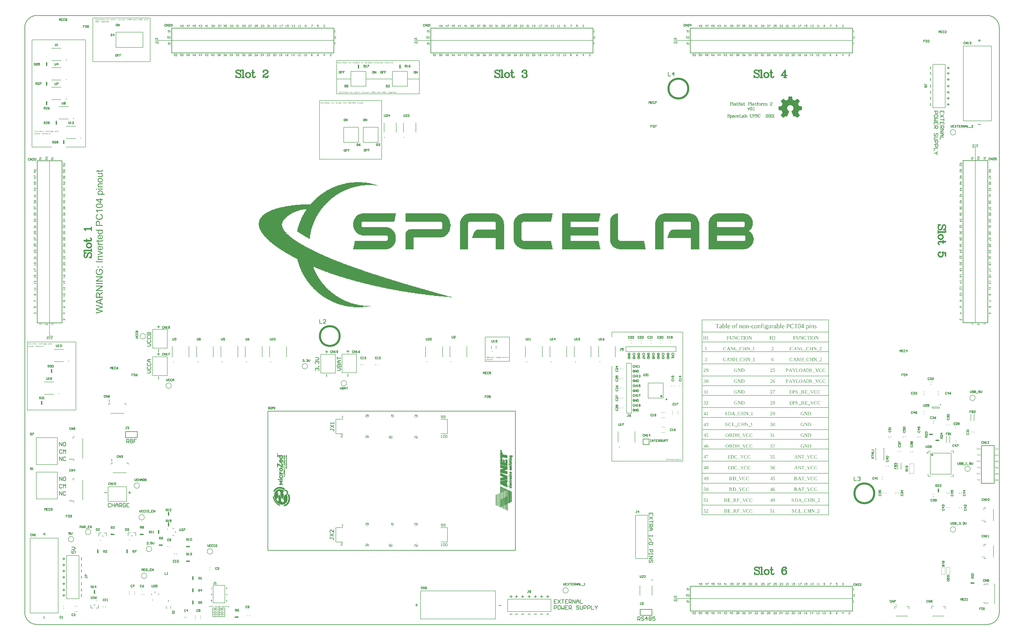
<source format=gto>
G04*
G04 #@! TF.GenerationSoftware,Altium Limited,Altium Designer,20.0.13 (296)*
G04*
G04 Layer_Color=65535*
%FSLAX25Y25*%
%MOIN*%
G70*
G01*
G75*
%ADD10C,0.00787*%
%ADD11C,0.00984*%
%ADD12C,0.01500*%
%ADD13C,0.03200*%
%ADD14C,0.02500*%
%ADD15C,0.02000*%
%ADD16C,0.02362*%
%ADD17C,0.00500*%
%ADD18C,0.00472*%
%ADD19C,0.01000*%
%ADD20C,0.00100*%
%ADD21C,0.00600*%
%ADD22C,0.00050*%
%ADD23C,0.00394*%
%ADD24C,0.00064*%
%ADD25C,0.01968*%
%ADD26C,0.00800*%
%ADD27R,0.02000X0.06000*%
%ADD28R,0.06000X0.02000*%
G36*
X545153Y714211D02*
X553153D01*
Y713411D01*
X557953D01*
Y712611D01*
X561153D01*
Y711811D01*
X564353D01*
Y711011D01*
X567553D01*
Y710211D01*
X569953D01*
Y709411D01*
X565153D01*
Y710211D01*
X549953D01*
Y709411D01*
X542753D01*
Y708611D01*
X538753D01*
Y707811D01*
X534753D01*
Y707011D01*
X531553D01*
Y706211D01*
X529153D01*
Y705411D01*
X525953D01*
Y704611D01*
X524353D01*
Y703811D01*
X521953D01*
Y703011D01*
X520353D01*
Y702211D01*
X517953D01*
Y701411D01*
X516353D01*
Y700611D01*
X514753D01*
Y699811D01*
X513153D01*
Y699011D01*
X511553D01*
Y698211D01*
X509953D01*
Y697411D01*
X508353D01*
Y696611D01*
X507553D01*
Y695811D01*
X505953D01*
Y695011D01*
X504353D01*
Y694211D01*
X503553D01*
Y693411D01*
X501953D01*
Y692611D01*
X501153D01*
Y691811D01*
X500353D01*
Y691011D01*
X498753D01*
Y690211D01*
X497953D01*
Y689411D01*
X497153D01*
Y688611D01*
X495553D01*
Y687811D01*
X494753D01*
Y687011D01*
X493953D01*
Y686211D01*
X493153D01*
Y685411D01*
X492353D01*
Y684611D01*
X491553D01*
Y683811D01*
X490753D01*
Y683011D01*
X489953D01*
Y682211D01*
X489153D01*
Y681411D01*
X488353D01*
Y680611D01*
X487553D01*
Y679811D01*
X486753D01*
Y679011D01*
X485953D01*
Y678211D01*
X485153D01*
Y677411D01*
X484353D01*
Y676611D01*
X483553D01*
Y675811D01*
X482753D01*
Y675011D01*
X481953D01*
Y674211D01*
Y673411D01*
X481153D01*
Y672611D01*
X480353D01*
Y671811D01*
X479553D01*
Y671011D01*
X478753D01*
Y670211D01*
Y669411D01*
X477953D01*
Y668611D01*
X477153D01*
Y667811D01*
Y667011D01*
X476353D01*
Y666211D01*
X475553D01*
Y665411D01*
Y664611D01*
X474753D01*
Y663811D01*
X473953D01*
Y663011D01*
Y662211D01*
X473153D01*
Y661411D01*
Y660611D01*
X472353D01*
Y659811D01*
X471553D01*
Y659011D01*
Y658211D01*
X470753D01*
Y657411D01*
Y656611D01*
X469953D01*
Y655811D01*
Y655011D01*
X469153D01*
Y654211D01*
Y653411D01*
X468353D01*
Y652611D01*
Y651811D01*
Y651011D01*
X467553D01*
Y650211D01*
Y649411D01*
X466753D01*
Y648611D01*
Y647811D01*
Y647011D01*
X465953D01*
Y646211D01*
Y645411D01*
X465153D01*
Y644611D01*
Y643811D01*
Y643011D01*
X464353D01*
Y642211D01*
Y641411D01*
Y640611D01*
X463553D01*
Y639811D01*
Y639011D01*
Y638211D01*
Y637411D01*
X462753D01*
Y636611D01*
Y635811D01*
Y635011D01*
Y634211D01*
X461953D01*
Y633411D01*
Y632611D01*
Y631811D01*
Y631011D01*
Y630211D01*
X461153D01*
Y629411D01*
Y628611D01*
Y627811D01*
Y627011D01*
Y626211D01*
Y625411D01*
Y624611D01*
X460353D01*
Y623811D01*
Y623011D01*
X459553D01*
Y623811D01*
X457953D01*
Y624611D01*
X457153D01*
Y625411D01*
X455553D01*
Y626211D01*
X453953D01*
Y627011D01*
X452353D01*
Y627811D01*
X451553D01*
Y628611D01*
X449953D01*
Y629411D01*
X449153D01*
Y630211D01*
X447553D01*
Y631011D01*
X445953D01*
Y631811D01*
X445153D01*
Y632611D01*
X443553D01*
Y633411D01*
X442753D01*
Y634211D01*
X441153D01*
Y635011D01*
X440353D01*
Y635811D01*
Y636611D01*
Y637411D01*
Y638211D01*
X441153D01*
Y639011D01*
Y639811D01*
Y640611D01*
Y641411D01*
X441953D01*
Y642211D01*
Y643011D01*
Y643811D01*
X442753D01*
Y644611D01*
Y645411D01*
Y646211D01*
X443553D01*
Y647011D01*
Y647811D01*
Y648611D01*
X444353D01*
Y649411D01*
Y650211D01*
Y651011D01*
X445153D01*
Y651811D01*
Y652611D01*
X445953D01*
Y653411D01*
Y654211D01*
X446753D01*
Y655011D01*
Y655811D01*
Y656611D01*
X447553D01*
Y657411D01*
Y658211D01*
X448353D01*
Y659011D01*
Y659811D01*
X449153D01*
Y660611D01*
Y661411D01*
X449953D01*
Y662211D01*
X450753D01*
Y663011D01*
Y663811D01*
X451553D01*
Y664611D01*
Y665411D01*
X452353D01*
Y666211D01*
Y667011D01*
X453153D01*
Y667811D01*
X453953D01*
Y668611D01*
Y669411D01*
X454753D01*
Y670211D01*
X455553D01*
Y671011D01*
X449953D01*
Y670211D01*
X445953D01*
Y669411D01*
X443553D01*
Y668611D01*
X441153D01*
Y667811D01*
X438753D01*
Y667011D01*
X436353D01*
Y666211D01*
X434753D01*
Y665411D01*
X433153D01*
Y664611D01*
X431553D01*
Y663811D01*
X429953D01*
Y663011D01*
X429153D01*
Y662211D01*
X427553D01*
Y661411D01*
X426753D01*
Y660611D01*
X425153D01*
Y659811D01*
X424353D01*
Y659011D01*
X423553D01*
Y658211D01*
X422753D01*
Y657411D01*
X421953D01*
Y656611D01*
X421153D01*
Y655811D01*
X420353D01*
Y655011D01*
X419553D01*
Y654211D01*
X418753D01*
Y653411D01*
X417953D01*
Y652611D01*
Y651811D01*
X417153D01*
Y651011D01*
Y650211D01*
X416353D01*
Y649411D01*
Y648611D01*
Y647811D01*
X415553D01*
Y647011D01*
Y646211D01*
Y645411D01*
Y644611D01*
X416353D01*
Y643811D01*
Y643011D01*
Y642211D01*
Y641411D01*
X417153D01*
Y640611D01*
Y639811D01*
X417953D01*
Y639011D01*
Y638211D01*
X418753D01*
Y637411D01*
Y636611D01*
X419553D01*
Y635811D01*
X420353D01*
Y635011D01*
X421153D01*
Y634211D01*
X421953D01*
Y633411D01*
X422753D01*
Y632611D01*
Y631811D01*
X423553D01*
Y631011D01*
X424353D01*
Y630211D01*
X425953D01*
Y629411D01*
X426753D01*
Y628611D01*
X427553D01*
Y627811D01*
X428353D01*
Y627011D01*
X429153D01*
Y626211D01*
X429953D01*
Y625411D01*
X431553D01*
Y624611D01*
X432353D01*
Y623811D01*
X433153D01*
Y623011D01*
X434753D01*
Y622211D01*
X435553D01*
Y621411D01*
X437153D01*
Y620611D01*
X437953D01*
Y619811D01*
X439553D01*
Y619011D01*
X440353D01*
Y618211D01*
X441953D01*
Y617411D01*
X442753D01*
Y616611D01*
X444353D01*
Y615811D01*
X445953D01*
Y615011D01*
X446753D01*
Y614211D01*
X448353D01*
Y613411D01*
X449953D01*
Y612611D01*
X451553D01*
Y611811D01*
X452353D01*
Y611011D01*
X453953D01*
Y610211D01*
X455553D01*
Y609411D01*
X457153D01*
Y608611D01*
X458753D01*
Y607811D01*
X460353D01*
Y607011D01*
X461953D01*
Y606211D01*
X463553D01*
Y605411D01*
X465153D01*
Y604611D01*
X466753D01*
Y603811D01*
X468353D01*
Y603011D01*
X469953D01*
Y602211D01*
X471553D01*
Y601411D01*
X473153D01*
Y600611D01*
X474753D01*
Y599811D01*
X476353D01*
Y599011D01*
X477953D01*
Y598211D01*
X480353D01*
Y597411D01*
X481953D01*
Y596611D01*
X483553D01*
Y595811D01*
X485153D01*
Y595011D01*
X487553D01*
Y594211D01*
X489153D01*
Y593411D01*
X490753D01*
Y592611D01*
X493153D01*
Y591811D01*
X494753D01*
Y591011D01*
X496353D01*
Y590211D01*
X498753D01*
Y589411D01*
X500353D01*
Y588611D01*
X502753D01*
Y587811D01*
X504353D01*
Y587011D01*
X506753D01*
Y586211D01*
X509153D01*
Y585411D01*
X510753D01*
Y584611D01*
X513153D01*
Y583811D01*
X514753D01*
Y583011D01*
X517153D01*
Y582211D01*
X519553D01*
Y581411D01*
X521153D01*
Y580611D01*
X523553D01*
Y579811D01*
X525953D01*
Y579011D01*
X528353D01*
Y578211D01*
X529953D01*
Y577411D01*
X532353D01*
Y576611D01*
X534753D01*
Y575811D01*
X537153D01*
Y575011D01*
X539553D01*
Y574211D01*
X541953D01*
Y573411D01*
X544353D01*
Y572611D01*
X545953D01*
Y571811D01*
X548353D01*
Y571011D01*
X550753D01*
Y570211D01*
X553153D01*
Y569411D01*
X555553D01*
Y568611D01*
X557953D01*
Y567811D01*
X560353D01*
Y567011D01*
X562753D01*
Y566211D01*
X565153D01*
Y565411D01*
X568353D01*
Y564611D01*
X570753D01*
Y563811D01*
X573153D01*
Y563011D01*
X575553D01*
Y562211D01*
X577953D01*
Y561411D01*
X580353D01*
Y560611D01*
X582753D01*
Y559811D01*
X585153D01*
Y559011D01*
X588353D01*
Y558211D01*
X590753D01*
Y557411D01*
X593153D01*
Y556611D01*
X595553D01*
Y555811D01*
X598753D01*
Y555011D01*
X601153D01*
Y554211D01*
X603553D01*
Y553411D01*
X605953D01*
Y552611D01*
X609153D01*
Y551811D01*
X611553D01*
Y551011D01*
X613953D01*
Y550211D01*
X617153D01*
Y549411D01*
X619553D01*
Y548611D01*
X622753D01*
Y547811D01*
X625153D01*
Y547011D01*
X627553D01*
Y546211D01*
X630753D01*
Y545411D01*
X633153D01*
Y544611D01*
X636353D01*
Y543811D01*
X638753D01*
Y543011D01*
X641953D01*
Y542211D01*
X644353D01*
Y541411D01*
X647553D01*
Y540611D01*
X649953D01*
Y539811D01*
X653153D01*
Y539011D01*
X655553D01*
Y538211D01*
X658753D01*
Y537411D01*
X661153D01*
Y536611D01*
X664353D01*
Y535811D01*
X666753D01*
Y535011D01*
X669953D01*
Y534211D01*
X672353D01*
Y533411D01*
X675553D01*
Y532611D01*
X678753D01*
Y531811D01*
X681153D01*
Y531011D01*
X684353D01*
Y530211D01*
X687553D01*
Y529411D01*
X689953D01*
Y528611D01*
X686753D01*
Y529411D01*
X677153D01*
Y530211D01*
X669153D01*
Y531011D01*
X661153D01*
Y531811D01*
X653953D01*
Y532611D01*
X647553D01*
Y533411D01*
X641153D01*
Y534211D01*
X635553D01*
Y535011D01*
X629953D01*
Y535811D01*
X624353D01*
Y536611D01*
X618753D01*
Y537411D01*
X613953D01*
Y538211D01*
X609153D01*
Y539011D01*
X604353D01*
Y539811D01*
X600353D01*
Y540611D01*
X595553D01*
Y541411D01*
X591553D01*
Y542211D01*
X587553D01*
Y543011D01*
X583553D01*
Y543811D01*
X579553D01*
Y544611D01*
X575553D01*
Y545411D01*
X572353D01*
Y546211D01*
X568353D01*
Y547011D01*
X565153D01*
Y547811D01*
X561153D01*
Y548611D01*
X557953D01*
Y549411D01*
X554753D01*
Y550211D01*
X551553D01*
Y551011D01*
X548353D01*
Y551811D01*
X545153D01*
Y552611D01*
X541953D01*
Y553411D01*
X538753D01*
Y554211D01*
X535553D01*
Y555011D01*
X533153D01*
Y555811D01*
X529953D01*
Y556611D01*
X527553D01*
Y557411D01*
X524353D01*
Y558211D01*
X521953D01*
Y559011D01*
X518753D01*
Y559811D01*
X516353D01*
Y560611D01*
X513953D01*
Y561411D01*
X510753D01*
Y562211D01*
X508353D01*
Y563011D01*
X505953D01*
Y563811D01*
X503553D01*
Y564611D01*
X501153D01*
Y565411D01*
X498753D01*
Y566211D01*
X496353D01*
Y567011D01*
X493953D01*
Y567811D01*
X491553D01*
Y568611D01*
X489953D01*
Y569411D01*
X487553D01*
Y570211D01*
X485153D01*
Y571011D01*
X483553D01*
Y571811D01*
X481153D01*
Y572611D01*
X478753D01*
Y573411D01*
X477153D01*
Y574211D01*
X474753D01*
Y575011D01*
X473153D01*
Y575811D01*
X470753D01*
Y576611D01*
X469153D01*
Y577411D01*
X467553D01*
Y578211D01*
X466753D01*
Y577411D01*
Y576611D01*
Y575811D01*
X467553D01*
Y575011D01*
Y574211D01*
Y573411D01*
X468353D01*
Y572611D01*
Y571811D01*
X469153D01*
Y571011D01*
Y570211D01*
X469953D01*
Y569411D01*
Y568611D01*
X470753D01*
Y567811D01*
Y567011D01*
X471553D01*
Y566211D01*
Y565411D01*
X472353D01*
Y564611D01*
Y563811D01*
X473153D01*
Y563011D01*
X473953D01*
Y562211D01*
Y561411D01*
X474753D01*
Y560611D01*
Y559811D01*
X475553D01*
Y559011D01*
X476353D01*
Y558211D01*
Y557411D01*
X477153D01*
Y556611D01*
X477953D01*
Y555811D01*
Y555011D01*
X478753D01*
Y554211D01*
X479553D01*
Y553411D01*
X480353D01*
Y552611D01*
Y551811D01*
X481153D01*
Y551011D01*
X481953D01*
Y550211D01*
X482753D01*
Y549411D01*
X483553D01*
Y548611D01*
X484353D01*
Y547811D01*
X485153D01*
Y547011D01*
Y546211D01*
X485953D01*
Y545411D01*
X486753D01*
Y544611D01*
X487553D01*
Y543811D01*
X488353D01*
Y543011D01*
X489153D01*
Y542211D01*
X489953D01*
Y541411D01*
X490753D01*
Y540611D01*
X491553D01*
Y539811D01*
X493153D01*
Y539011D01*
X493953D01*
Y538211D01*
X494753D01*
Y537411D01*
X495553D01*
Y536611D01*
X496353D01*
Y535811D01*
X497953D01*
Y535011D01*
X498753D01*
Y534211D01*
X499553D01*
Y533411D01*
X501153D01*
Y532611D01*
X501953D01*
Y531811D01*
X502753D01*
Y531011D01*
X504353D01*
Y530211D01*
X505953D01*
Y529411D01*
X506753D01*
Y528611D01*
X508353D01*
Y527811D01*
X509953D01*
Y527011D01*
X510753D01*
Y526211D01*
X512353D01*
Y525411D01*
X513953D01*
Y524611D01*
X515553D01*
Y523811D01*
X517153D01*
Y523011D01*
X519553D01*
Y522211D01*
X521153D01*
Y521411D01*
X523553D01*
Y520611D01*
X525153D01*
Y519811D01*
X527553D01*
Y519011D01*
X530753D01*
Y518211D01*
X533153D01*
Y517411D01*
X537153D01*
Y516611D01*
X541153D01*
Y515811D01*
X546753D01*
Y515011D01*
X558753D01*
Y514211D01*
X553953D01*
Y513411D01*
X546753D01*
Y512611D01*
X530753D01*
Y513411D01*
X523553D01*
Y514211D01*
X518753D01*
Y515011D01*
X515553D01*
Y515811D01*
X512353D01*
Y516611D01*
X509153D01*
Y517411D01*
X506753D01*
Y518211D01*
X504353D01*
Y519011D01*
X502753D01*
Y519811D01*
X500353D01*
Y520611D01*
X498753D01*
Y521411D01*
X497153D01*
Y522211D01*
X495553D01*
Y523011D01*
X493953D01*
Y523811D01*
X492353D01*
Y524611D01*
X490753D01*
Y525411D01*
X489153D01*
Y526211D01*
X487553D01*
Y527011D01*
X486753D01*
Y527811D01*
X485153D01*
Y528611D01*
X483553D01*
Y529411D01*
X482753D01*
Y530211D01*
X481153D01*
Y531011D01*
X480353D01*
Y531811D01*
X479553D01*
Y532611D01*
X477953D01*
Y533411D01*
X477153D01*
Y534211D01*
X476353D01*
Y535011D01*
X474753D01*
Y535811D01*
X473953D01*
Y536611D01*
X473153D01*
Y537411D01*
X472353D01*
Y538211D01*
X471553D01*
Y539011D01*
X470753D01*
Y539811D01*
X469953D01*
Y540611D01*
X469153D01*
Y541411D01*
X467553D01*
Y542211D01*
X466753D01*
Y543011D01*
X465953D01*
Y543811D01*
Y544611D01*
X465153D01*
Y545411D01*
X464353D01*
Y546211D01*
X463553D01*
Y547011D01*
X462753D01*
Y547811D01*
X461953D01*
Y548611D01*
X461153D01*
Y549411D01*
X460353D01*
Y550211D01*
Y551011D01*
X459553D01*
Y551811D01*
X458753D01*
Y552611D01*
X457953D01*
Y553411D01*
X457153D01*
Y554211D01*
Y555011D01*
X456353D01*
Y555811D01*
X455553D01*
Y556611D01*
Y557411D01*
X454753D01*
Y558211D01*
X453953D01*
Y559011D01*
Y559811D01*
X453153D01*
Y560611D01*
X452353D01*
Y561411D01*
Y562211D01*
X451553D01*
Y563011D01*
Y563811D01*
X450753D01*
Y564611D01*
X449953D01*
Y565411D01*
Y566211D01*
X449153D01*
Y567011D01*
Y567811D01*
X448353D01*
Y568611D01*
Y569411D01*
X447553D01*
Y570211D01*
Y571011D01*
X446753D01*
Y571811D01*
Y572611D01*
Y573411D01*
X445953D01*
Y574211D01*
Y575011D01*
X445153D01*
Y575811D01*
Y576611D01*
X444353D01*
Y577411D01*
Y578211D01*
Y579011D01*
X443553D01*
Y579811D01*
Y580611D01*
Y581411D01*
X442753D01*
Y582211D01*
Y583011D01*
Y583811D01*
X441953D01*
Y584611D01*
Y585411D01*
Y586211D01*
X441153D01*
Y587011D01*
Y587811D01*
Y588611D01*
Y589411D01*
X440353D01*
Y590211D01*
Y591011D01*
X438753D01*
Y591811D01*
X437153D01*
Y592611D01*
X435553D01*
Y593411D01*
X433953D01*
Y594211D01*
X432353D01*
Y595011D01*
X431553D01*
Y595811D01*
X429953D01*
Y596611D01*
X428353D01*
Y597411D01*
X426753D01*
Y598211D01*
X425953D01*
Y599011D01*
X424353D01*
Y599811D01*
X422753D01*
Y600611D01*
X421153D01*
Y601411D01*
X420353D01*
Y602211D01*
X418753D01*
Y603011D01*
X417953D01*
Y603811D01*
X416353D01*
Y604611D01*
X414753D01*
Y605411D01*
X413953D01*
Y606211D01*
X412353D01*
Y607011D01*
X411553D01*
Y607811D01*
X409953D01*
Y608611D01*
X409153D01*
Y609411D01*
X407553D01*
Y610211D01*
X406753D01*
Y611011D01*
X405953D01*
Y611811D01*
X404353D01*
Y612611D01*
X403553D01*
Y613411D01*
X402753D01*
Y614211D01*
X401153D01*
Y615011D01*
X400353D01*
Y615811D01*
X399553D01*
Y616611D01*
X398753D01*
Y617411D01*
X397153D01*
Y618211D01*
X396353D01*
Y619011D01*
X395553D01*
Y619811D01*
X394753D01*
Y620611D01*
X393953D01*
Y621411D01*
X393153D01*
Y622211D01*
X392353D01*
Y623011D01*
X391553D01*
Y623811D01*
X390753D01*
Y624611D01*
X389953D01*
Y625411D01*
X389153D01*
Y626211D01*
X388353D01*
Y627011D01*
X387553D01*
Y627811D01*
X386753D01*
Y628611D01*
X385953D01*
Y629411D01*
Y630211D01*
X385153D01*
Y631011D01*
X384353D01*
Y631811D01*
X383553D01*
Y632611D01*
Y633411D01*
X382753D01*
Y634211D01*
X381953D01*
Y635011D01*
Y635811D01*
X381153D01*
Y636611D01*
Y637411D01*
X380353D01*
Y638211D01*
Y639011D01*
X379553D01*
Y639811D01*
Y640611D01*
Y641411D01*
X378753D01*
Y642211D01*
Y643011D01*
Y643811D01*
Y644611D01*
X377953D01*
Y645411D01*
Y646211D01*
Y647011D01*
Y647811D01*
Y648611D01*
Y649411D01*
X378753D01*
Y650211D01*
Y651011D01*
Y651811D01*
Y652611D01*
X379553D01*
Y653411D01*
Y654211D01*
Y655011D01*
X380353D01*
Y655811D01*
X381153D01*
Y656611D01*
Y657411D01*
X381953D01*
Y658211D01*
X382753D01*
Y659011D01*
X383553D01*
Y659811D01*
Y660611D01*
X384353D01*
Y661411D01*
X385953D01*
Y662211D01*
X386753D01*
Y663011D01*
X387553D01*
Y663811D01*
X389153D01*
Y664611D01*
X389953D01*
Y665411D01*
X391553D01*
Y666211D01*
X393153D01*
Y667011D01*
X394753D01*
Y667811D01*
X396353D01*
Y668611D01*
X397953D01*
Y669411D01*
X399553D01*
Y670211D01*
X401953D01*
Y671011D01*
X404353D01*
Y671811D01*
X406753D01*
Y672611D01*
X409953D01*
Y673411D01*
X413153D01*
Y674211D01*
X416353D01*
Y675011D01*
X420353D01*
Y675811D01*
X425153D01*
Y676611D01*
X430753D01*
Y677411D01*
X437153D01*
Y678211D01*
X445953D01*
Y679011D01*
X461953D01*
Y679811D01*
X462753D01*
Y680611D01*
X463553D01*
Y681411D01*
X464353D01*
Y682211D01*
X465153D01*
Y683011D01*
X465953D01*
Y683811D01*
X466753D01*
Y684611D01*
X467553D01*
Y685411D01*
X468353D01*
Y686211D01*
X469153D01*
Y687011D01*
X469953D01*
Y687811D01*
X470753D01*
Y688611D01*
X471553D01*
Y689411D01*
X472353D01*
Y690211D01*
X473153D01*
Y691011D01*
X473953D01*
Y691811D01*
X475553D01*
Y692611D01*
X476353D01*
Y693411D01*
X477153D01*
Y694211D01*
X477953D01*
Y695011D01*
X479553D01*
Y695811D01*
X480353D01*
Y696611D01*
X481953D01*
Y697411D01*
X482753D01*
Y698211D01*
X484353D01*
Y699011D01*
X485153D01*
Y699811D01*
X486753D01*
Y700611D01*
X487553D01*
Y701411D01*
X489153D01*
Y702211D01*
X490753D01*
Y703011D01*
X492353D01*
Y703811D01*
X493953D01*
Y704611D01*
X495553D01*
Y705411D01*
X497153D01*
Y706211D01*
X498753D01*
Y707011D01*
X501153D01*
Y707811D01*
X502753D01*
Y708611D01*
X505153D01*
Y709411D01*
X507553D01*
Y710211D01*
X509953D01*
Y711011D01*
X513153D01*
Y711811D01*
X516353D01*
Y712611D01*
X519553D01*
Y713411D01*
X524353D01*
Y714211D01*
X532353D01*
Y715011D01*
X545153D01*
Y714211D01*
D02*
G37*
G36*
X760353Y663811D02*
X763553D01*
Y663011D01*
X765153D01*
Y662211D01*
X766753D01*
Y661411D01*
X767553D01*
Y660611D01*
X768353D01*
Y659811D01*
X769153D01*
Y659011D01*
X769953D01*
Y658211D01*
X770753D01*
Y657411D01*
X771553D01*
Y656611D01*
Y655811D01*
X772353D01*
Y655011D01*
Y654211D01*
X773153D01*
Y653411D01*
Y652611D01*
X773953D01*
Y651811D01*
Y651011D01*
Y650211D01*
Y649411D01*
Y648611D01*
Y647811D01*
X774753D01*
Y647011D01*
Y646211D01*
Y645411D01*
Y644611D01*
Y643811D01*
Y643011D01*
Y642211D01*
Y641411D01*
Y640611D01*
Y639811D01*
Y639011D01*
Y638211D01*
Y637411D01*
Y636611D01*
Y635811D01*
Y635011D01*
Y634211D01*
Y633411D01*
Y632611D01*
Y631811D01*
Y631011D01*
Y630211D01*
Y629411D01*
Y628611D01*
Y627811D01*
Y627011D01*
Y626211D01*
Y625411D01*
Y624611D01*
Y623811D01*
Y623011D01*
Y622211D01*
Y621411D01*
Y620611D01*
Y619811D01*
Y619011D01*
Y618211D01*
Y617411D01*
Y616611D01*
Y615811D01*
Y615011D01*
Y614211D01*
Y613411D01*
Y612611D01*
Y611811D01*
Y611011D01*
Y610211D01*
Y609411D01*
Y608611D01*
Y607811D01*
Y607011D01*
Y606211D01*
X761153D01*
Y607011D01*
Y607811D01*
Y608611D01*
Y609411D01*
Y610211D01*
Y611011D01*
Y611811D01*
Y612611D01*
Y613411D01*
Y614211D01*
Y615011D01*
Y615811D01*
Y616611D01*
Y617411D01*
Y618211D01*
Y619011D01*
Y619811D01*
Y620611D01*
Y621411D01*
Y622211D01*
Y623011D01*
Y623811D01*
Y624611D01*
X722753D01*
Y625411D01*
X723553D01*
Y626211D01*
Y627011D01*
Y627811D01*
X724353D01*
Y628611D01*
Y629411D01*
Y630211D01*
X725153D01*
Y631011D01*
Y631811D01*
Y632611D01*
X725953D01*
Y633411D01*
Y634211D01*
X726753D01*
Y635011D01*
X727553D01*
Y635811D01*
X728353D01*
Y636611D01*
X729153D01*
Y637411D01*
X730753D01*
Y638211D01*
X761153D01*
Y639011D01*
Y639811D01*
Y640611D01*
Y641411D01*
Y642211D01*
Y643011D01*
Y643811D01*
Y644611D01*
Y645411D01*
Y646211D01*
Y647011D01*
Y647811D01*
Y648611D01*
Y649411D01*
X760353D01*
Y650211D01*
Y651011D01*
X717953D01*
Y650211D01*
X717153D01*
Y649411D01*
Y648611D01*
X716353D01*
Y647811D01*
Y647011D01*
Y646211D01*
Y645411D01*
Y644611D01*
Y643811D01*
Y643011D01*
Y642211D01*
Y641411D01*
Y640611D01*
Y639811D01*
Y639011D01*
Y638211D01*
Y637411D01*
Y636611D01*
Y635811D01*
Y635011D01*
Y634211D01*
Y633411D01*
Y632611D01*
Y631811D01*
Y631011D01*
Y630211D01*
Y629411D01*
Y628611D01*
Y627811D01*
Y627011D01*
Y626211D01*
Y625411D01*
Y624611D01*
Y623811D01*
Y623011D01*
Y622211D01*
Y621411D01*
Y620611D01*
Y619811D01*
Y619011D01*
Y618211D01*
Y617411D01*
Y616611D01*
Y615811D01*
Y615011D01*
Y614211D01*
Y613411D01*
Y612611D01*
Y611811D01*
Y611011D01*
Y610211D01*
Y609411D01*
Y608611D01*
Y607811D01*
Y607011D01*
Y606211D01*
X703553D01*
Y607011D01*
Y607811D01*
Y608611D01*
Y609411D01*
Y610211D01*
Y611011D01*
Y611811D01*
Y612611D01*
Y613411D01*
Y614211D01*
Y615011D01*
Y615811D01*
Y616611D01*
Y617411D01*
Y618211D01*
Y619011D01*
Y619811D01*
Y620611D01*
Y621411D01*
Y622211D01*
Y623011D01*
Y623811D01*
Y624611D01*
Y625411D01*
Y626211D01*
Y627011D01*
Y627811D01*
Y628611D01*
Y629411D01*
Y630211D01*
Y631011D01*
Y631811D01*
Y632611D01*
Y633411D01*
Y634211D01*
Y635011D01*
Y635811D01*
Y636611D01*
Y637411D01*
Y638211D01*
Y639011D01*
Y639811D01*
Y640611D01*
Y641411D01*
Y642211D01*
Y643011D01*
Y643811D01*
Y644611D01*
Y645411D01*
Y646211D01*
Y647011D01*
Y647811D01*
Y648611D01*
Y649411D01*
Y650211D01*
Y651011D01*
Y651811D01*
X704353D01*
Y652611D01*
Y653411D01*
Y654211D01*
X705153D01*
Y655011D01*
Y655811D01*
X705953D01*
Y656611D01*
X706753D01*
Y657411D01*
Y658211D01*
X707553D01*
Y659011D01*
X708353D01*
Y659811D01*
X709153D01*
Y660611D01*
X709953D01*
Y661411D01*
X710753D01*
Y662211D01*
X712353D01*
Y663011D01*
X713953D01*
Y663811D01*
X717953D01*
Y664611D01*
X760353D01*
Y663811D01*
D02*
G37*
G36*
X673153D02*
X677153D01*
Y663011D01*
X678753D01*
Y662211D01*
X680353D01*
Y661411D01*
X681153D01*
Y660611D01*
X681953D01*
Y659811D01*
X682753D01*
Y659011D01*
X683553D01*
Y658211D01*
X684353D01*
Y657411D01*
Y656611D01*
X685153D01*
Y655811D01*
Y655011D01*
X685953D01*
Y654211D01*
Y653411D01*
X686753D01*
Y652611D01*
Y651811D01*
Y651011D01*
X687553D01*
Y650211D01*
Y649411D01*
Y648611D01*
Y647811D01*
Y647011D01*
X688353D01*
Y646211D01*
Y645411D01*
Y644611D01*
Y643811D01*
Y643011D01*
X687553D01*
Y642211D01*
Y641411D01*
Y640611D01*
Y639811D01*
Y639011D01*
Y638211D01*
X686753D01*
Y637411D01*
Y636611D01*
Y635811D01*
X685953D01*
Y635011D01*
Y634211D01*
X685153D01*
Y633411D01*
X684353D01*
Y632611D01*
Y631811D01*
X683553D01*
Y631011D01*
X682753D01*
Y630211D01*
X681953D01*
Y629411D01*
X681153D01*
Y628611D01*
X680353D01*
Y627811D01*
X678753D01*
Y627011D01*
X677953D01*
Y626211D01*
X674753D01*
Y625411D01*
X628353D01*
Y624611D01*
Y623811D01*
Y623011D01*
Y622211D01*
Y621411D01*
Y620611D01*
Y619811D01*
Y619011D01*
Y618211D01*
Y617411D01*
Y616611D01*
Y615811D01*
Y615011D01*
Y614211D01*
Y613411D01*
Y612611D01*
Y611811D01*
Y611011D01*
Y610211D01*
Y609411D01*
Y608611D01*
Y607811D01*
Y607011D01*
Y606211D01*
X615553D01*
Y607011D01*
Y607811D01*
Y608611D01*
Y609411D01*
Y610211D01*
Y611011D01*
Y611811D01*
Y612611D01*
Y613411D01*
Y614211D01*
Y615011D01*
Y615811D01*
Y616611D01*
Y617411D01*
Y618211D01*
Y619011D01*
Y619811D01*
Y620611D01*
Y621411D01*
Y622211D01*
Y623011D01*
Y623811D01*
Y624611D01*
Y625411D01*
Y626211D01*
Y627011D01*
Y627811D01*
Y628611D01*
Y629411D01*
Y630211D01*
Y631011D01*
Y631811D01*
Y632611D01*
Y633411D01*
X616353D01*
Y634211D01*
Y635011D01*
X617153D01*
Y635811D01*
X617953D01*
Y636611D01*
X618753D01*
Y637411D01*
X619553D01*
Y638211D01*
X622753D01*
Y639011D01*
X673953D01*
Y639811D01*
Y640611D01*
X674753D01*
Y641411D01*
Y642211D01*
Y643011D01*
Y643811D01*
Y644611D01*
Y645411D01*
Y646211D01*
Y647011D01*
Y647811D01*
Y648611D01*
X673953D01*
Y649411D01*
Y650211D01*
X673153D01*
Y651011D01*
X615553D01*
Y651811D01*
Y652611D01*
Y653411D01*
Y654211D01*
Y655011D01*
Y655811D01*
Y656611D01*
Y657411D01*
Y658211D01*
Y659011D01*
Y659811D01*
Y660611D01*
Y661411D01*
Y662211D01*
Y663011D01*
Y663811D01*
Y664611D01*
X673153D01*
Y663811D01*
D02*
G37*
G36*
X600353D02*
X599553D01*
Y663011D01*
Y662211D01*
Y661411D01*
Y660611D01*
Y659811D01*
X598753D01*
Y659011D01*
Y658211D01*
Y657411D01*
Y656611D01*
X597953D01*
Y655811D01*
Y655011D01*
Y654211D01*
Y653411D01*
Y652611D01*
X597153D01*
Y651811D01*
Y651011D01*
X545153D01*
Y650211D01*
X544353D01*
Y649411D01*
Y648611D01*
Y647811D01*
Y647011D01*
Y646211D01*
Y645411D01*
Y644611D01*
Y643811D01*
Y643011D01*
X545153D01*
Y642211D01*
X585953D01*
Y641411D01*
X589153D01*
Y640611D01*
X590753D01*
Y639811D01*
X592353D01*
Y639011D01*
X593153D01*
Y638211D01*
X593953D01*
Y637411D01*
X594753D01*
Y636611D01*
X595553D01*
Y635811D01*
X596353D01*
Y635011D01*
X597153D01*
Y634211D01*
Y633411D01*
X597953D01*
Y632611D01*
Y631811D01*
X598753D01*
Y631011D01*
Y630211D01*
Y629411D01*
X599553D01*
Y628611D01*
Y627811D01*
Y627011D01*
Y626211D01*
Y625411D01*
Y624611D01*
Y623811D01*
Y623011D01*
Y622211D01*
Y621411D01*
Y620611D01*
Y619811D01*
Y619011D01*
X598753D01*
Y618211D01*
Y617411D01*
Y616611D01*
X597953D01*
Y615811D01*
Y615011D01*
X597153D01*
Y614211D01*
Y613411D01*
X596353D01*
Y612611D01*
X595553D01*
Y611811D01*
X594753D01*
Y611011D01*
X593953D01*
Y610211D01*
X593153D01*
Y609411D01*
X592353D01*
Y608611D01*
X590753D01*
Y607811D01*
X589153D01*
Y607011D01*
X585153D01*
Y606211D01*
X530753D01*
Y607011D01*
Y607811D01*
Y608611D01*
X531553D01*
Y609411D01*
Y610211D01*
Y611011D01*
Y611811D01*
X532353D01*
Y612611D01*
Y613411D01*
Y614211D01*
Y615011D01*
Y615811D01*
X533153D01*
Y616611D01*
Y617411D01*
Y618211D01*
Y619011D01*
Y619811D01*
X585153D01*
Y620611D01*
X585953D01*
Y621411D01*
X586753D01*
Y622211D01*
Y623011D01*
Y623811D01*
Y624611D01*
Y625411D01*
Y626211D01*
Y627011D01*
X585953D01*
Y627811D01*
Y628611D01*
X544353D01*
Y629411D01*
X541953D01*
Y630211D01*
X539553D01*
Y631011D01*
X538753D01*
Y631811D01*
X537153D01*
Y632611D01*
X536353D01*
Y633411D01*
X535553D01*
Y634211D01*
X534753D01*
Y635011D01*
Y635811D01*
X533953D01*
Y636611D01*
X533153D01*
Y637411D01*
Y638211D01*
X532353D01*
Y639011D01*
Y639811D01*
X531553D01*
Y640611D01*
Y641411D01*
Y642211D01*
Y643011D01*
X530753D01*
Y643811D01*
Y644611D01*
Y645411D01*
Y646211D01*
Y647011D01*
Y647811D01*
Y648611D01*
Y649411D01*
Y650211D01*
X531553D01*
Y651011D01*
Y651811D01*
Y652611D01*
Y653411D01*
X532353D01*
Y654211D01*
Y655011D01*
X533153D01*
Y655811D01*
Y656611D01*
X533953D01*
Y657411D01*
X534753D01*
Y658211D01*
Y659011D01*
X535553D01*
Y659811D01*
X536353D01*
Y660611D01*
X537153D01*
Y661411D01*
X538753D01*
Y662211D01*
X539553D01*
Y663011D01*
X541953D01*
Y663811D01*
X545153D01*
Y664611D01*
X600353D01*
Y663811D01*
D02*
G37*
G36*
X853153D02*
Y663011D01*
Y662211D01*
X852353D01*
Y661411D01*
Y660611D01*
Y659811D01*
Y659011D01*
Y658211D01*
Y657411D01*
X851553D01*
Y656611D01*
Y655811D01*
Y655011D01*
Y654211D01*
Y653411D01*
X850753D01*
Y652611D01*
Y651811D01*
Y651011D01*
X805153D01*
Y650211D01*
X804353D01*
Y649411D01*
X803553D01*
Y648611D01*
X802753D01*
Y647811D01*
Y647011D01*
Y646211D01*
Y645411D01*
Y644611D01*
Y643811D01*
Y643011D01*
Y642211D01*
Y641411D01*
Y640611D01*
Y639811D01*
Y639011D01*
Y638211D01*
Y637411D01*
Y636611D01*
Y635811D01*
Y635011D01*
Y634211D01*
Y633411D01*
Y632611D01*
Y631811D01*
Y631011D01*
Y630211D01*
Y629411D01*
Y628611D01*
Y627811D01*
Y627011D01*
Y626211D01*
Y625411D01*
Y624611D01*
Y623811D01*
Y623011D01*
Y622211D01*
X803553D01*
Y621411D01*
X804353D01*
Y620611D01*
X805153D01*
Y619811D01*
X850753D01*
Y619011D01*
Y618211D01*
Y617411D01*
Y616611D01*
X851553D01*
Y615811D01*
Y615011D01*
Y614211D01*
Y613411D01*
Y612611D01*
X852353D01*
Y611811D01*
Y611011D01*
Y610211D01*
Y609411D01*
Y608611D01*
X853153D01*
Y607811D01*
Y607011D01*
Y606211D01*
X806753D01*
Y607011D01*
X802753D01*
Y607811D01*
X800353D01*
Y608611D01*
X798753D01*
Y609411D01*
X797953D01*
Y610211D01*
X796353D01*
Y611011D01*
X795553D01*
Y611811D01*
X794753D01*
Y612611D01*
X793953D01*
Y613411D01*
X793153D01*
Y614211D01*
X792353D01*
Y615011D01*
Y615811D01*
X791553D01*
Y616611D01*
Y617411D01*
X790753D01*
Y618211D01*
Y619011D01*
Y619811D01*
X789953D01*
Y620611D01*
Y621411D01*
Y622211D01*
Y623011D01*
Y623811D01*
Y624611D01*
Y625411D01*
Y626211D01*
Y627011D01*
Y627811D01*
Y628611D01*
Y629411D01*
Y630211D01*
Y631011D01*
Y631811D01*
Y632611D01*
Y633411D01*
Y634211D01*
Y635011D01*
Y635811D01*
Y636611D01*
Y637411D01*
Y638211D01*
Y639011D01*
Y639811D01*
Y640611D01*
Y641411D01*
Y642211D01*
Y643011D01*
Y643811D01*
Y644611D01*
Y645411D01*
Y646211D01*
Y647011D01*
Y647811D01*
Y648611D01*
Y649411D01*
Y650211D01*
Y651011D01*
X790753D01*
Y651811D01*
Y652611D01*
Y653411D01*
X791553D01*
Y654211D01*
Y655011D01*
X792353D01*
Y655811D01*
Y656611D01*
X793153D01*
Y657411D01*
X793953D01*
Y658211D01*
X794753D01*
Y659011D01*
X795553D01*
Y659811D01*
X796353D01*
Y660611D01*
X797153D01*
Y661411D01*
X798753D01*
Y662211D01*
X800353D01*
Y663011D01*
X802753D01*
Y663811D01*
X805953D01*
Y664611D01*
X853153D01*
Y663811D01*
D02*
G37*
G36*
X929953D02*
Y663011D01*
Y662211D01*
Y661411D01*
Y660611D01*
X929153D01*
Y659811D01*
Y659011D01*
Y658211D01*
Y657411D01*
Y656611D01*
X928353D01*
Y655811D01*
Y655011D01*
Y654211D01*
Y653411D01*
Y652611D01*
X927553D01*
Y651811D01*
Y651011D01*
X881953D01*
Y650211D01*
Y649411D01*
Y648611D01*
Y647811D01*
Y647011D01*
Y646211D01*
Y645411D01*
Y644611D01*
Y643811D01*
Y643011D01*
Y642211D01*
X926753D01*
Y641411D01*
Y640611D01*
Y639811D01*
Y639011D01*
Y638211D01*
Y637411D01*
Y636611D01*
Y635811D01*
Y635011D01*
Y634211D01*
Y633411D01*
Y632611D01*
Y631811D01*
Y631011D01*
Y630211D01*
Y629411D01*
Y628611D01*
X881953D01*
Y627811D01*
Y627011D01*
Y626211D01*
Y625411D01*
Y624611D01*
Y623811D01*
Y623011D01*
Y622211D01*
Y621411D01*
Y620611D01*
Y619811D01*
X927553D01*
Y619011D01*
Y618211D01*
Y617411D01*
X928353D01*
Y616611D01*
Y615811D01*
Y615011D01*
Y614211D01*
Y613411D01*
X929153D01*
Y612611D01*
Y611811D01*
Y611011D01*
Y610211D01*
Y609411D01*
X929953D01*
Y608611D01*
Y607811D01*
Y607011D01*
Y606211D01*
X868353D01*
Y607011D01*
Y607811D01*
Y608611D01*
Y609411D01*
Y610211D01*
Y611011D01*
Y611811D01*
Y612611D01*
Y613411D01*
Y614211D01*
Y615011D01*
Y615811D01*
Y616611D01*
Y617411D01*
Y618211D01*
Y619011D01*
Y619811D01*
Y620611D01*
Y621411D01*
Y622211D01*
Y623011D01*
Y623811D01*
Y624611D01*
Y625411D01*
Y626211D01*
Y627011D01*
Y627811D01*
Y628611D01*
Y629411D01*
Y630211D01*
Y631011D01*
Y631811D01*
Y632611D01*
Y633411D01*
Y634211D01*
Y635011D01*
Y635811D01*
Y636611D01*
Y637411D01*
Y638211D01*
Y639011D01*
Y639811D01*
Y640611D01*
Y641411D01*
Y642211D01*
Y643011D01*
Y643811D01*
Y644611D01*
Y645411D01*
Y646211D01*
Y647011D01*
Y647811D01*
Y648611D01*
Y649411D01*
Y650211D01*
Y651011D01*
Y651811D01*
Y652611D01*
Y653411D01*
Y654211D01*
Y655011D01*
Y655811D01*
Y656611D01*
Y657411D01*
Y658211D01*
Y659011D01*
Y659811D01*
Y660611D01*
Y661411D01*
Y662211D01*
Y663011D01*
Y663811D01*
Y664611D01*
X929953D01*
Y663811D01*
D02*
G37*
G36*
X958753D02*
Y663011D01*
Y662211D01*
Y661411D01*
Y660611D01*
Y659811D01*
Y659011D01*
Y658211D01*
Y657411D01*
Y656611D01*
Y655811D01*
Y655011D01*
Y654211D01*
Y653411D01*
Y652611D01*
Y651811D01*
Y651011D01*
Y650211D01*
Y649411D01*
Y648611D01*
Y647811D01*
Y647011D01*
Y646211D01*
Y645411D01*
Y644611D01*
Y643811D01*
Y643011D01*
Y642211D01*
Y641411D01*
Y640611D01*
Y639811D01*
Y639011D01*
Y638211D01*
Y637411D01*
Y636611D01*
Y635811D01*
Y635011D01*
Y634211D01*
Y633411D01*
Y632611D01*
Y631811D01*
Y631011D01*
Y630211D01*
Y629411D01*
Y628611D01*
Y627811D01*
Y627011D01*
Y626211D01*
Y625411D01*
Y624611D01*
Y623811D01*
Y623011D01*
Y622211D01*
X959553D01*
Y621411D01*
X960353D01*
Y620611D01*
X961153D01*
Y619811D01*
X1001153D01*
Y619011D01*
Y618211D01*
Y617411D01*
Y616611D01*
Y615811D01*
X1001953D01*
Y615011D01*
Y614211D01*
Y613411D01*
Y612611D01*
Y611811D01*
X1002753D01*
Y611011D01*
Y610211D01*
Y609411D01*
Y608611D01*
Y607811D01*
X1003553D01*
Y607011D01*
Y606211D01*
X960353D01*
Y607011D01*
X956353D01*
Y607811D01*
X954753D01*
Y608611D01*
X953153D01*
Y609411D01*
X951553D01*
Y610211D01*
X950753D01*
Y611011D01*
X949953D01*
Y611811D01*
X949153D01*
Y612611D01*
X948353D01*
Y613411D01*
Y614211D01*
X947553D01*
Y615011D01*
Y615811D01*
X946753D01*
Y616611D01*
Y617411D01*
X945953D01*
Y618211D01*
Y619011D01*
Y619811D01*
Y620611D01*
Y621411D01*
Y622211D01*
Y623011D01*
Y623811D01*
Y624611D01*
Y625411D01*
Y626211D01*
Y627011D01*
Y627811D01*
Y628611D01*
Y629411D01*
Y630211D01*
Y631011D01*
Y631811D01*
Y632611D01*
Y633411D01*
Y634211D01*
Y635011D01*
Y635811D01*
Y636611D01*
Y637411D01*
Y638211D01*
Y639011D01*
Y639811D01*
Y640611D01*
Y641411D01*
Y642211D01*
Y643011D01*
Y643811D01*
Y644611D01*
Y645411D01*
Y646211D01*
Y647011D01*
Y647811D01*
Y648611D01*
Y649411D01*
Y650211D01*
Y651011D01*
Y651811D01*
Y652611D01*
Y653411D01*
Y654211D01*
Y655011D01*
X946753D01*
Y655811D01*
Y656611D01*
Y657411D01*
X947553D01*
Y658211D01*
X948353D01*
Y659011D01*
Y659811D01*
X949153D01*
Y660611D01*
X949953D01*
Y661411D01*
X951553D01*
Y662211D01*
X952353D01*
Y663011D01*
X953953D01*
Y663811D01*
X957153D01*
Y664611D01*
X958753D01*
Y663811D01*
D02*
G37*
G36*
X1075553D02*
X1078753D01*
Y663011D01*
X1081153D01*
Y662211D01*
X1081953D01*
Y661411D01*
X1083553D01*
Y660611D01*
X1084353D01*
Y659811D01*
X1085153D01*
Y659011D01*
X1085953D01*
Y658211D01*
Y657411D01*
X1086753D01*
Y656611D01*
X1087553D01*
Y655811D01*
Y655011D01*
X1088353D01*
Y654211D01*
Y653411D01*
Y652611D01*
X1089153D01*
Y651811D01*
Y651011D01*
Y650211D01*
X1089953D01*
Y649411D01*
Y648611D01*
Y647811D01*
Y647011D01*
Y646211D01*
Y645411D01*
Y644611D01*
Y643811D01*
Y643011D01*
Y642211D01*
Y641411D01*
Y640611D01*
Y639811D01*
Y639011D01*
Y638211D01*
Y637411D01*
Y636611D01*
Y635811D01*
Y635011D01*
Y634211D01*
Y633411D01*
Y632611D01*
Y631811D01*
Y631011D01*
Y630211D01*
Y629411D01*
Y628611D01*
Y627811D01*
Y627011D01*
Y626211D01*
Y625411D01*
Y624611D01*
Y623811D01*
Y623011D01*
Y622211D01*
Y621411D01*
Y620611D01*
Y619811D01*
Y619011D01*
Y618211D01*
Y617411D01*
Y616611D01*
Y615811D01*
Y615011D01*
Y614211D01*
Y613411D01*
Y612611D01*
Y611811D01*
Y611011D01*
Y610211D01*
Y609411D01*
Y608611D01*
Y607811D01*
Y607011D01*
Y606211D01*
X1076353D01*
Y607011D01*
Y607811D01*
Y608611D01*
Y609411D01*
Y610211D01*
Y611011D01*
Y611811D01*
Y612611D01*
Y613411D01*
Y614211D01*
Y615011D01*
Y615811D01*
Y616611D01*
Y617411D01*
Y618211D01*
Y619011D01*
Y619811D01*
Y620611D01*
Y621411D01*
Y622211D01*
Y623011D01*
Y623811D01*
Y624611D01*
X1038753D01*
Y625411D01*
Y626211D01*
Y627011D01*
X1039553D01*
Y627811D01*
Y628611D01*
Y629411D01*
X1040353D01*
Y630211D01*
Y631011D01*
Y631811D01*
X1041153D01*
Y632611D01*
Y633411D01*
X1041953D01*
Y634211D01*
Y635011D01*
X1042753D01*
Y635811D01*
X1043553D01*
Y636611D01*
X1044353D01*
Y637411D01*
X1046753D01*
Y638211D01*
X1076353D01*
Y639011D01*
Y639811D01*
Y640611D01*
Y641411D01*
Y642211D01*
Y643011D01*
Y643811D01*
Y644611D01*
Y645411D01*
Y646211D01*
Y647011D01*
Y647811D01*
Y648611D01*
Y649411D01*
Y650211D01*
X1075553D01*
Y651011D01*
X1033153D01*
Y650211D01*
X1032353D01*
Y649411D01*
Y648611D01*
Y647811D01*
Y647011D01*
Y646211D01*
Y645411D01*
Y644611D01*
Y643811D01*
Y643011D01*
Y642211D01*
Y641411D01*
Y640611D01*
Y639811D01*
Y639011D01*
Y638211D01*
Y637411D01*
Y636611D01*
Y635811D01*
Y635011D01*
Y634211D01*
Y633411D01*
Y632611D01*
Y631811D01*
Y631011D01*
Y630211D01*
Y629411D01*
Y628611D01*
Y627811D01*
Y627011D01*
Y626211D01*
Y625411D01*
Y624611D01*
Y623811D01*
Y623011D01*
Y622211D01*
Y621411D01*
Y620611D01*
Y619811D01*
Y619011D01*
Y618211D01*
Y617411D01*
Y616611D01*
Y615811D01*
Y615011D01*
Y614211D01*
Y613411D01*
Y612611D01*
Y611811D01*
Y611011D01*
Y610211D01*
Y609411D01*
Y608611D01*
Y607811D01*
Y607011D01*
Y606211D01*
X1018753D01*
Y607011D01*
Y607811D01*
Y608611D01*
Y609411D01*
Y610211D01*
Y611011D01*
Y611811D01*
Y612611D01*
Y613411D01*
Y614211D01*
Y615011D01*
Y615811D01*
Y616611D01*
Y617411D01*
Y618211D01*
Y619011D01*
Y619811D01*
Y620611D01*
Y621411D01*
Y622211D01*
Y623011D01*
Y623811D01*
Y624611D01*
Y625411D01*
Y626211D01*
Y627011D01*
Y627811D01*
Y628611D01*
Y629411D01*
Y630211D01*
Y631011D01*
Y631811D01*
Y632611D01*
Y633411D01*
Y634211D01*
Y635011D01*
Y635811D01*
Y636611D01*
Y637411D01*
Y638211D01*
Y639011D01*
Y639811D01*
Y640611D01*
Y641411D01*
Y642211D01*
Y643011D01*
Y643811D01*
Y644611D01*
Y645411D01*
Y646211D01*
Y647011D01*
Y647811D01*
Y648611D01*
Y649411D01*
Y650211D01*
X1019553D01*
Y651011D01*
Y651811D01*
Y652611D01*
Y653411D01*
X1020353D01*
Y654211D01*
Y655011D01*
X1021153D01*
Y655811D01*
Y656611D01*
X1021953D01*
Y657411D01*
X1022753D01*
Y658211D01*
Y659011D01*
X1023553D01*
Y659811D01*
X1024353D01*
Y660611D01*
X1025153D01*
Y661411D01*
X1026753D01*
Y662211D01*
X1027553D01*
Y663011D01*
X1029953D01*
Y663811D01*
X1033153D01*
Y664611D01*
X1075553D01*
Y663811D01*
D02*
G37*
G36*
X1162753D02*
X1165953D01*
Y663011D01*
X1168353D01*
Y662211D01*
X1169953D01*
Y661411D01*
X1170753D01*
Y660611D01*
X1171553D01*
Y659811D01*
X1172353D01*
Y659011D01*
X1173153D01*
Y658211D01*
X1173953D01*
Y657411D01*
Y656611D01*
X1174753D01*
Y655811D01*
X1175553D01*
Y655011D01*
Y654211D01*
Y653411D01*
X1176353D01*
Y652611D01*
Y651811D01*
Y651011D01*
Y650211D01*
Y649411D01*
Y648611D01*
Y647811D01*
Y647011D01*
Y646211D01*
Y645411D01*
Y644611D01*
Y643811D01*
X1175553D01*
Y643011D01*
Y642211D01*
Y641411D01*
X1174753D01*
Y640611D01*
Y639811D01*
X1173953D01*
Y639011D01*
X1173153D01*
Y638211D01*
X1172353D01*
Y637411D01*
X1171553D01*
Y636611D01*
X1170753D01*
Y635811D01*
Y635011D01*
X1172353D01*
Y634211D01*
X1173153D01*
Y633411D01*
X1173953D01*
Y632611D01*
X1174753D01*
Y631811D01*
Y631011D01*
X1175553D01*
Y630211D01*
X1176353D01*
Y629411D01*
Y628611D01*
X1177153D01*
Y627811D01*
Y627011D01*
Y626211D01*
Y625411D01*
X1177953D01*
Y624611D01*
Y623811D01*
Y623011D01*
Y622211D01*
Y621411D01*
Y620611D01*
Y619811D01*
X1177153D01*
Y619011D01*
Y618211D01*
Y617411D01*
Y616611D01*
X1176353D01*
Y615811D01*
Y615011D01*
X1175553D01*
Y614211D01*
Y613411D01*
X1174753D01*
Y612611D01*
X1173953D01*
Y611811D01*
X1173153D01*
Y611011D01*
X1172353D01*
Y610211D01*
X1171553D01*
Y609411D01*
X1170753D01*
Y608611D01*
X1169153D01*
Y607811D01*
X1167553D01*
Y607011D01*
X1163553D01*
Y606211D01*
X1105153D01*
Y607011D01*
Y607811D01*
Y608611D01*
Y609411D01*
Y610211D01*
Y611011D01*
Y611811D01*
Y612611D01*
Y613411D01*
Y614211D01*
Y615011D01*
Y615811D01*
Y616611D01*
Y617411D01*
Y618211D01*
Y619011D01*
Y619811D01*
Y620611D01*
Y621411D01*
Y622211D01*
Y623011D01*
Y623811D01*
Y624611D01*
Y625411D01*
Y626211D01*
Y627011D01*
Y627811D01*
Y628611D01*
Y629411D01*
Y630211D01*
Y631011D01*
Y631811D01*
Y632611D01*
Y633411D01*
Y634211D01*
Y635011D01*
Y635811D01*
Y636611D01*
Y637411D01*
Y638211D01*
Y639011D01*
Y639811D01*
Y640611D01*
Y641411D01*
Y642211D01*
Y643011D01*
Y643811D01*
Y644611D01*
Y645411D01*
Y646211D01*
Y647011D01*
Y647811D01*
Y648611D01*
Y649411D01*
Y650211D01*
Y651011D01*
Y651811D01*
X1105953D01*
Y652611D01*
Y653411D01*
Y654211D01*
X1106753D01*
Y655011D01*
Y655811D01*
X1107553D01*
Y656611D01*
Y657411D01*
X1108353D01*
Y658211D01*
X1109153D01*
Y659011D01*
X1109953D01*
Y659811D01*
X1110753D01*
Y660611D01*
X1111553D01*
Y661411D01*
X1112353D01*
Y662211D01*
X1113953D01*
Y663011D01*
X1115553D01*
Y663811D01*
X1119553D01*
Y664611D01*
X1162753D01*
Y663811D01*
D02*
G37*
G36*
X1548228Y108887D02*
X1546259D01*
X1546263Y108883D01*
X1546277Y108865D01*
X1546299Y108843D01*
X1546325Y108806D01*
X1546357Y108766D01*
X1546394Y108715D01*
X1546434Y108657D01*
X1546474Y108592D01*
Y108588D01*
X1546478Y108584D01*
X1546492Y108563D01*
X1546510Y108526D01*
X1546532Y108483D01*
X1546558Y108431D01*
X1546583Y108377D01*
X1546609Y108322D01*
X1546630Y108268D01*
X1546332D01*
Y108271D01*
X1546325Y108279D01*
X1546321Y108293D01*
X1546310Y108311D01*
X1546299Y108333D01*
X1546285Y108359D01*
X1546248Y108421D01*
X1546208Y108493D01*
X1546157Y108566D01*
X1546099Y108643D01*
X1546037Y108719D01*
X1546033Y108723D01*
X1546030Y108726D01*
X1546019Y108737D01*
X1546008Y108752D01*
X1545972Y108785D01*
X1545928Y108828D01*
X1545877Y108872D01*
X1545819Y108919D01*
X1545760Y108959D01*
X1545699Y108996D01*
Y109196D01*
X1548228D01*
Y108887D01*
D02*
G37*
G36*
X1408409Y30512D02*
X1408099D01*
Y32481D01*
X1408095Y32477D01*
X1408077Y32463D01*
X1408055Y32441D01*
X1408019Y32416D01*
X1407979Y32383D01*
X1407928Y32346D01*
X1407870Y32306D01*
X1407804Y32266D01*
X1407801D01*
X1407797Y32263D01*
X1407775Y32248D01*
X1407739Y32230D01*
X1407695Y32208D01*
X1407644Y32183D01*
X1407590Y32157D01*
X1407535Y32132D01*
X1407480Y32110D01*
Y32408D01*
X1407484D01*
X1407491Y32416D01*
X1407506Y32419D01*
X1407524Y32430D01*
X1407546Y32441D01*
X1407571Y32456D01*
X1407633Y32492D01*
X1407706Y32532D01*
X1407779Y32583D01*
X1407855Y32641D01*
X1407932Y32703D01*
X1407935Y32707D01*
X1407939Y32710D01*
X1407950Y32721D01*
X1407964Y32732D01*
X1407997Y32769D01*
X1408041Y32812D01*
X1408084Y32863D01*
X1408132Y32921D01*
X1408172Y32980D01*
X1408208Y33042D01*
X1408409D01*
Y30512D01*
D02*
G37*
G36*
X1467464D02*
X1467154D01*
Y32481D01*
X1467151Y32477D01*
X1467132Y32463D01*
X1467111Y32441D01*
X1467074Y32416D01*
X1467034Y32383D01*
X1466983Y32346D01*
X1466925Y32306D01*
X1466859Y32266D01*
X1466856D01*
X1466852Y32263D01*
X1466830Y32248D01*
X1466794Y32230D01*
X1466750Y32208D01*
X1466699Y32183D01*
X1466645Y32157D01*
X1466590Y32132D01*
X1466535Y32110D01*
Y32408D01*
X1466539D01*
X1466546Y32416D01*
X1466561Y32419D01*
X1466579Y32430D01*
X1466601Y32441D01*
X1466626Y32456D01*
X1466688Y32492D01*
X1466761Y32532D01*
X1466834Y32583D01*
X1466910Y32641D01*
X1466987Y32703D01*
X1466990Y32707D01*
X1466994Y32710D01*
X1467005Y32721D01*
X1467019Y32732D01*
X1467052Y32769D01*
X1467096Y32812D01*
X1467140Y32863D01*
X1467187Y32921D01*
X1467227Y32980D01*
X1467263Y33042D01*
X1467464D01*
Y30512D01*
D02*
G37*
G36*
X1548228Y167942D02*
X1546259D01*
X1546263Y167938D01*
X1546277Y167920D01*
X1546299Y167898D01*
X1546325Y167862D01*
X1546357Y167822D01*
X1546394Y167771D01*
X1546434Y167712D01*
X1546474Y167647D01*
Y167643D01*
X1546478Y167640D01*
X1546492Y167618D01*
X1546510Y167581D01*
X1546532Y167538D01*
X1546558Y167487D01*
X1546583Y167432D01*
X1546609Y167377D01*
X1546630Y167323D01*
X1546332D01*
Y167326D01*
X1546325Y167334D01*
X1546321Y167348D01*
X1546310Y167367D01*
X1546299Y167388D01*
X1546285Y167414D01*
X1546248Y167476D01*
X1546208Y167549D01*
X1546157Y167621D01*
X1546099Y167698D01*
X1546037Y167774D01*
X1546033Y167778D01*
X1546030Y167781D01*
X1546019Y167792D01*
X1546008Y167807D01*
X1545972Y167840D01*
X1545928Y167883D01*
X1545877Y167927D01*
X1545819Y167974D01*
X1545760Y168014D01*
X1545699Y168051D01*
Y168251D01*
X1548228D01*
Y167942D01*
D02*
G37*
G36*
X1192386Y486207D02*
X1192495Y486197D01*
X1192626Y486175D01*
X1192889Y486109D01*
Y485049D01*
X1192626D01*
X1192397Y485683D01*
X1192386Y485694D01*
X1192364Y485705D01*
X1192320Y485727D01*
X1192277Y485748D01*
X1192211Y485770D01*
X1192135Y485781D01*
X1192058Y485803D01*
X1191916D01*
X1191861Y485792D01*
X1191785Y485770D01*
X1191708Y485727D01*
X1191632Y485683D01*
X1191566Y485606D01*
X1191501Y485508D01*
Y485497D01*
X1191479Y485453D01*
X1191457Y485377D01*
X1191435Y485257D01*
X1191413Y485114D01*
X1191391Y484918D01*
X1191381Y484808D01*
Y484688D01*
X1191370Y484557D01*
Y484415D01*
Y483606D01*
X1192670D01*
Y483169D01*
X1191370D01*
Y479114D01*
X1192430Y478939D01*
Y478710D01*
X1189785D01*
Y478939D01*
X1190506Y479114D01*
Y483169D01*
X1189664D01*
Y483420D01*
X1190506Y483617D01*
Y483967D01*
Y483978D01*
Y484011D01*
Y484076D01*
X1190517Y484142D01*
Y484240D01*
X1190528Y484339D01*
X1190539Y484459D01*
X1190561Y484579D01*
X1190615Y484852D01*
X1190681Y485125D01*
X1190790Y485388D01*
X1190856Y485519D01*
X1190932Y485628D01*
Y485639D01*
X1190954Y485650D01*
X1191009Y485716D01*
X1191107Y485814D01*
X1191238Y485923D01*
X1191413Y486033D01*
X1191621Y486131D01*
X1191861Y486197D01*
X1191992Y486207D01*
X1192135Y486219D01*
X1192277D01*
X1192386Y486207D01*
D02*
G37*
G36*
X1151213D02*
X1151322Y486197D01*
X1151453Y486175D01*
X1151715Y486109D01*
Y485049D01*
X1151453D01*
X1151224Y485683D01*
X1151213Y485694D01*
X1151191Y485705D01*
X1151147Y485727D01*
X1151103Y485748D01*
X1151038Y485770D01*
X1150961Y485781D01*
X1150885Y485803D01*
X1150743D01*
X1150688Y485792D01*
X1150611Y485770D01*
X1150535Y485727D01*
X1150459Y485683D01*
X1150393Y485606D01*
X1150327Y485508D01*
Y485497D01*
X1150305Y485453D01*
X1150284Y485377D01*
X1150262Y485257D01*
X1150240Y485114D01*
X1150218Y484918D01*
X1150207Y484808D01*
Y484688D01*
X1150196Y484557D01*
Y484415D01*
Y483606D01*
X1151497D01*
Y483169D01*
X1150196D01*
Y479114D01*
X1151256Y478939D01*
Y478710D01*
X1148611D01*
Y478939D01*
X1149333Y479114D01*
Y483169D01*
X1148491D01*
Y483420D01*
X1149333Y483617D01*
Y483967D01*
Y483978D01*
Y484011D01*
Y484076D01*
X1149344Y484142D01*
Y484240D01*
X1149355Y484339D01*
X1149366Y484459D01*
X1149387Y484579D01*
X1149442Y484852D01*
X1149508Y485125D01*
X1149617Y485388D01*
X1149683Y485519D01*
X1149759Y485628D01*
Y485639D01*
X1149781Y485650D01*
X1149835Y485716D01*
X1149934Y485814D01*
X1150065Y485923D01*
X1150240Y486033D01*
X1150448Y486131D01*
X1150688Y486197D01*
X1150819Y486207D01*
X1150961Y486219D01*
X1151103D01*
X1151213Y486207D01*
D02*
G37*
G36*
X1269016Y485759D02*
X1269071Y485748D01*
X1269137Y485727D01*
X1269202Y485694D01*
X1269268Y485650D01*
X1269333Y485596D01*
X1269344Y485584D01*
X1269355Y485563D01*
X1269388Y485530D01*
X1269421Y485486D01*
X1269475Y485366D01*
X1269486Y485289D01*
X1269497Y485202D01*
Y485191D01*
Y485169D01*
X1269486Y485125D01*
X1269475Y485071D01*
X1269453Y485005D01*
X1269432Y484940D01*
X1269388Y484874D01*
X1269333Y484808D01*
X1269322Y484798D01*
X1269300Y484787D01*
X1269268Y484754D01*
X1269224Y484732D01*
X1269158Y484699D01*
X1269093Y484666D01*
X1269016Y484656D01*
X1268929Y484645D01*
X1268896D01*
X1268852Y484656D01*
X1268798Y484666D01*
X1268732Y484688D01*
X1268666Y484710D01*
X1268601Y484754D01*
X1268535Y484808D01*
X1268524Y484819D01*
X1268513Y484841D01*
X1268481Y484874D01*
X1268459Y484918D01*
X1268393Y485049D01*
X1268382Y485114D01*
X1268371Y485202D01*
Y485213D01*
Y485246D01*
X1268382Y485279D01*
X1268393Y485333D01*
X1268415Y485399D01*
X1268437Y485464D01*
X1268481Y485530D01*
X1268535Y485596D01*
X1268546Y485606D01*
X1268568Y485628D01*
X1268601Y485650D01*
X1268645Y485683D01*
X1268776Y485748D01*
X1268841Y485759D01*
X1268929Y485770D01*
X1268972D01*
X1269016Y485759D01*
D02*
G37*
G36*
X1194375D02*
X1194430Y485748D01*
X1194495Y485727D01*
X1194561Y485694D01*
X1194627Y485650D01*
X1194692Y485596D01*
X1194703Y485584D01*
X1194714Y485563D01*
X1194747Y485530D01*
X1194780Y485486D01*
X1194834Y485366D01*
X1194845Y485289D01*
X1194856Y485202D01*
Y485191D01*
Y485169D01*
X1194845Y485125D01*
X1194834Y485071D01*
X1194812Y485005D01*
X1194791Y484940D01*
X1194747Y484874D01*
X1194692Y484808D01*
X1194681Y484798D01*
X1194659Y484787D01*
X1194627Y484754D01*
X1194583Y484732D01*
X1194517Y484699D01*
X1194452Y484666D01*
X1194375Y484656D01*
X1194288Y484645D01*
X1194255D01*
X1194211Y484656D01*
X1194157Y484666D01*
X1194091Y484688D01*
X1194026Y484710D01*
X1193960Y484754D01*
X1193894Y484808D01*
X1193883Y484819D01*
X1193873Y484841D01*
X1193840Y484874D01*
X1193818Y484918D01*
X1193752Y485049D01*
X1193741Y485114D01*
X1193730Y485202D01*
Y485213D01*
Y485246D01*
X1193741Y485279D01*
X1193752Y485333D01*
X1193774Y485399D01*
X1193796Y485464D01*
X1193840Y485530D01*
X1193894Y485596D01*
X1193905Y485606D01*
X1193927Y485628D01*
X1193960Y485650D01*
X1194004Y485683D01*
X1194135Y485748D01*
X1194200Y485759D01*
X1194288Y485770D01*
X1194332D01*
X1194375Y485759D01*
D02*
G37*
G36*
X1122215Y484043D02*
X1121866D01*
X1121724Y485125D01*
X1121713D01*
X1121691Y485136D01*
X1121647D01*
X1121581Y485147D01*
X1121483Y485158D01*
X1121374Y485169D01*
X1121221Y485180D01*
X1121035Y485191D01*
X1120980D01*
X1120947Y485202D01*
X1120838D01*
X1120696Y485213D01*
X1120521D01*
X1120325Y485224D01*
X1119636D01*
Y479125D01*
X1120740Y478983D01*
Y478710D01*
X1117526D01*
Y478983D01*
X1118630Y479125D01*
Y485235D01*
X1117920D01*
X1117789Y485224D01*
X1117647D01*
X1117352Y485213D01*
X1117045Y485191D01*
X1116914Y485180D01*
X1116783Y485158D01*
X1116663Y485147D01*
X1116565Y485125D01*
X1116422Y484043D01*
X1116073D01*
Y485683D01*
X1122215D01*
Y484043D01*
D02*
G37*
G36*
X1240751Y485759D02*
X1240872D01*
X1241014Y485748D01*
X1241167Y485738D01*
X1241331Y485727D01*
X1241516Y485705D01*
X1241702Y485683D01*
X1241910Y485650D01*
X1242336Y485584D01*
X1242795Y485497D01*
X1242828Y483978D01*
X1242489D01*
X1242336Y484885D01*
X1242314Y484896D01*
X1242270Y484918D01*
X1242194Y484962D01*
X1242096Y485005D01*
X1241965Y485060D01*
X1241822Y485125D01*
X1241658Y485180D01*
X1241484Y485224D01*
X1241462Y485235D01*
X1241396Y485246D01*
X1241309Y485268D01*
X1241177Y485289D01*
X1241035Y485311D01*
X1240872Y485333D01*
X1240697Y485355D01*
X1240380D01*
X1240292Y485344D01*
X1240183Y485333D01*
X1240052Y485311D01*
X1239910Y485289D01*
X1239768Y485257D01*
X1239604Y485213D01*
X1239440Y485158D01*
X1239276Y485104D01*
X1239123Y485027D01*
X1238959Y484929D01*
X1238817Y484830D01*
X1238675Y484710D01*
X1238554Y484568D01*
X1238543Y484557D01*
X1238533Y484535D01*
X1238500Y484481D01*
X1238456Y484415D01*
X1238412Y484339D01*
X1238358Y484229D01*
X1238303Y484109D01*
X1238248Y483967D01*
X1238194Y483803D01*
X1238139Y483628D01*
X1238084Y483420D01*
X1238041Y483202D01*
X1237997Y482961D01*
X1237964Y482699D01*
X1237953Y482426D01*
X1237942Y482120D01*
Y482098D01*
Y482054D01*
Y481978D01*
X1237953Y481868D01*
X1237964Y481748D01*
X1237975Y481595D01*
X1237997Y481431D01*
X1238019Y481256D01*
X1238095Y480885D01*
X1238150Y480699D01*
X1238216Y480502D01*
X1238281Y480316D01*
X1238369Y480130D01*
X1238467Y479956D01*
X1238576Y479803D01*
X1238587Y479792D01*
X1238609Y479770D01*
X1238642Y479726D01*
X1238696Y479682D01*
X1238762Y479617D01*
X1238849Y479551D01*
X1238937Y479475D01*
X1239057Y479409D01*
X1239177Y479333D01*
X1239319Y479256D01*
X1239472Y479190D01*
X1239636Y479125D01*
X1239822Y479081D01*
X1240019Y479038D01*
X1240227Y479016D01*
X1240456Y479005D01*
X1240555D01*
X1240675Y479016D01*
X1240817Y479027D01*
X1240992Y479038D01*
X1241177Y479070D01*
X1241374Y479103D01*
X1241571Y479147D01*
X1241582D01*
X1241593Y479158D01*
X1241658Y479169D01*
X1241757Y479201D01*
X1241877Y479245D01*
X1242008Y479300D01*
X1242139Y479365D01*
X1242282Y479442D01*
X1242402Y479518D01*
X1242598Y480568D01*
X1242937D01*
X1242904Y478928D01*
X1242894D01*
X1242850Y478917D01*
X1242795Y478895D01*
X1242708Y478873D01*
X1242598Y478852D01*
X1242467Y478830D01*
X1242325Y478797D01*
X1242172Y478764D01*
X1241986Y478731D01*
X1241800Y478710D01*
X1241593Y478677D01*
X1241385Y478655D01*
X1240926Y478611D01*
X1240445Y478600D01*
X1240369D01*
X1240281Y478611D01*
X1240161D01*
X1240019Y478633D01*
X1239855Y478644D01*
X1239680Y478677D01*
X1239483Y478721D01*
X1239276Y478764D01*
X1239057Y478830D01*
X1238838Y478895D01*
X1238620Y478983D01*
X1238401Y479092D01*
X1238183Y479212D01*
X1237986Y479354D01*
X1237800Y479518D01*
X1237789Y479529D01*
X1237756Y479562D01*
X1237713Y479617D01*
X1237647Y479693D01*
X1237582Y479781D01*
X1237505Y479901D01*
X1237418Y480032D01*
X1237330Y480196D01*
X1237232Y480371D01*
X1237155Y480557D01*
X1237068Y480775D01*
X1237002Y481005D01*
X1236937Y481256D01*
X1236893Y481519D01*
X1236860Y481803D01*
X1236849Y482109D01*
Y482131D01*
Y482185D01*
X1236860Y482284D01*
Y482404D01*
X1236882Y482557D01*
X1236893Y482732D01*
X1236926Y482918D01*
X1236959Y483125D01*
X1237013Y483344D01*
X1237068Y483573D01*
X1237144Y483792D01*
X1237232Y484022D01*
X1237341Y484240D01*
X1237461Y484459D01*
X1237593Y484656D01*
X1237756Y484841D01*
X1237767Y484852D01*
X1237800Y484885D01*
X1237855Y484929D01*
X1237931Y484983D01*
X1238030Y485060D01*
X1238139Y485136D01*
X1238281Y485224D01*
X1238445Y485311D01*
X1238620Y485388D01*
X1238817Y485475D01*
X1239046Y485552D01*
X1239287Y485628D01*
X1239549Y485683D01*
X1239833Y485727D01*
X1240139Y485759D01*
X1240467Y485770D01*
X1240653D01*
X1240751Y485759D01*
D02*
G37*
G36*
X1200747Y483945D02*
X1200026Y483191D01*
X1200037Y483169D01*
X1200081Y483114D01*
X1200135Y483027D01*
X1200201Y482907D01*
X1200266Y482743D01*
X1200321Y482546D01*
X1200365Y482316D01*
X1200376Y482043D01*
Y482032D01*
Y482010D01*
Y481967D01*
X1200365Y481901D01*
Y481836D01*
X1200354Y481759D01*
X1200310Y481573D01*
X1200256Y481365D01*
X1200168Y481158D01*
X1200037Y480950D01*
X1199961Y480863D01*
X1199873Y480775D01*
X1199862D01*
X1199851Y480754D01*
X1199818Y480732D01*
X1199775Y480710D01*
X1199731Y480677D01*
X1199665Y480644D01*
X1199589Y480601D01*
X1199501Y480568D01*
X1199403Y480524D01*
X1199294Y480480D01*
X1199174Y480447D01*
X1199053Y480415D01*
X1198758Y480371D01*
X1198419Y480349D01*
X1198266D01*
X1198157Y480360D01*
X1198037Y480371D01*
X1197906Y480382D01*
X1197622Y480426D01*
X1197294Y479737D01*
X1197305Y479726D01*
X1197326Y479682D01*
X1197359Y479661D01*
X1197392Y479628D01*
X1197436Y479606D01*
X1197501Y479573D01*
X1197512D01*
X1197534Y479562D01*
X1197578Y479551D01*
X1197632Y479540D01*
X1197698Y479518D01*
X1197775Y479507D01*
X1197873Y479496D01*
X1199545D01*
X1199611Y479486D01*
X1199687Y479475D01*
X1199862Y479453D01*
X1200048Y479409D01*
X1200245Y479354D01*
X1200430Y479267D01*
X1200594Y479147D01*
X1200616Y479136D01*
X1200660Y479081D01*
X1200715Y479005D01*
X1200791Y478906D01*
X1200857Y478775D01*
X1200922Y478611D01*
X1200966Y478425D01*
X1200977Y478218D01*
Y478207D01*
Y478196D01*
Y478130D01*
X1200966Y478021D01*
X1200944Y477890D01*
X1200900Y477748D01*
X1200846Y477584D01*
X1200769Y477420D01*
X1200671Y477267D01*
X1200660Y477245D01*
X1200616Y477201D01*
X1200540Y477125D01*
X1200441Y477037D01*
X1200321Y476939D01*
X1200168Y476830D01*
X1199982Y476731D01*
X1199775Y476644D01*
X1199764D01*
X1199753Y476633D01*
X1199720Y476622D01*
X1199665Y476611D01*
X1199611Y476589D01*
X1199545Y476567D01*
X1199381Y476535D01*
X1199174Y476491D01*
X1198922Y476447D01*
X1198649Y476425D01*
X1198354Y476414D01*
X1198190D01*
X1198102Y476425D01*
X1198004Y476436D01*
X1197785Y476458D01*
X1197534Y476491D01*
X1197283Y476545D01*
X1197042Y476622D01*
X1196933Y476666D01*
X1196824Y476720D01*
X1196813D01*
X1196802Y476731D01*
X1196747Y476775D01*
X1196660Y476852D01*
X1196561Y476950D01*
X1196463Y477070D01*
X1196386Y477223D01*
X1196321Y477398D01*
X1196310Y477496D01*
X1196299Y477595D01*
Y477606D01*
Y477638D01*
X1196310Y477693D01*
X1196321Y477770D01*
X1196343Y477846D01*
X1196375Y477945D01*
X1196419Y478043D01*
X1196485Y478141D01*
X1196496Y478152D01*
X1196529Y478185D01*
X1196572Y478240D01*
X1196649Y478316D01*
X1196736Y478404D01*
X1196856Y478513D01*
X1196999Y478622D01*
X1197173Y478753D01*
X1197162D01*
X1197130Y478775D01*
X1197064Y478797D01*
X1196999Y478830D01*
X1196922Y478884D01*
X1196834Y478939D01*
X1196747Y479005D01*
X1196671Y479092D01*
X1196660Y479103D01*
X1196638Y479136D01*
X1196605Y479180D01*
X1196572Y479245D01*
X1196539Y479322D01*
X1196507Y479409D01*
X1196485Y479507D01*
X1196474Y479606D01*
X1197294Y480535D01*
X1197283D01*
X1197261Y480557D01*
X1197217Y480579D01*
X1197162Y480611D01*
X1197108Y480655D01*
X1197031Y480721D01*
X1196966Y480786D01*
X1196889Y480863D01*
X1196813Y480961D01*
X1196736Y481070D01*
X1196660Y481191D01*
X1196605Y481333D01*
X1196550Y481486D01*
X1196507Y481661D01*
X1196485Y481847D01*
X1196474Y482043D01*
Y482054D01*
Y482076D01*
Y482120D01*
X1196485Y482174D01*
Y482240D01*
X1196496Y482327D01*
X1196539Y482502D01*
X1196594Y482699D01*
X1196681Y482907D01*
X1196813Y483114D01*
X1196889Y483202D01*
X1196977Y483289D01*
X1196988D01*
X1196999Y483311D01*
X1197031Y483333D01*
X1197075Y483355D01*
X1197130Y483388D01*
X1197195Y483431D01*
X1197272Y483464D01*
X1197359Y483508D01*
X1197458Y483552D01*
X1197567Y483584D01*
X1197687Y483628D01*
X1197818Y483661D01*
X1197960Y483683D01*
X1198124Y483705D01*
X1198463Y483726D01*
X1198594D01*
X1198660Y483715D01*
X1198747Y483705D01*
X1198846Y483694D01*
X1198955Y483683D01*
X1198966D01*
X1199010Y483672D01*
X1199064D01*
X1199130Y483661D01*
X1199283Y483628D01*
X1199348Y483617D01*
X1199414Y483595D01*
X1200573Y484164D01*
X1200747Y483945D01*
D02*
G37*
G36*
X1265300Y483715D02*
X1265376Y483705D01*
X1265464Y483694D01*
X1265672Y483650D01*
X1265912Y483563D01*
X1266032Y483519D01*
X1266153Y483453D01*
X1266262Y483377D01*
X1266382Y483289D01*
X1266491Y483191D01*
X1266590Y483071D01*
X1266601Y483060D01*
X1266612Y483038D01*
X1266634Y483005D01*
X1266666Y482950D01*
X1266710Y482885D01*
X1266754Y482797D01*
X1266798Y482699D01*
X1266852Y482590D01*
X1266896Y482470D01*
X1266940Y482327D01*
X1266983Y482174D01*
X1267027Y482010D01*
X1267060Y481825D01*
X1267082Y481628D01*
X1267103Y481420D01*
Y481202D01*
Y481191D01*
Y481147D01*
Y481081D01*
X1267093Y480994D01*
X1267082Y480896D01*
X1267071Y480775D01*
X1267060Y480633D01*
X1267038Y480491D01*
X1266972Y480185D01*
X1266874Y479868D01*
X1266808Y479704D01*
X1266732Y479551D01*
X1266644Y479409D01*
X1266546Y479278D01*
X1266535Y479267D01*
X1266524Y479245D01*
X1266491Y479212D01*
X1266448Y479169D01*
X1266382Y479125D01*
X1266317Y479059D01*
X1266229Y479005D01*
X1266131Y478939D01*
X1266032Y478873D01*
X1265901Y478819D01*
X1265770Y478753D01*
X1265628Y478710D01*
X1265475Y478666D01*
X1265300Y478633D01*
X1265125Y478611D01*
X1264928Y478600D01*
X1264830D01*
X1264710Y478611D01*
X1264568D01*
X1264393Y478622D01*
X1264207Y478644D01*
X1263814Y478710D01*
Y478699D01*
X1263824Y478655D01*
Y478589D01*
X1263835Y478502D01*
X1263846Y478316D01*
Y478218D01*
Y478130D01*
Y476808D01*
X1264699Y476687D01*
Y476436D01*
X1262360D01*
Y476687D01*
X1262983Y476808D01*
Y483246D01*
X1262425Y483366D01*
Y483606D01*
X1263803D01*
X1263814Y483300D01*
X1263824Y483311D01*
X1263857Y483333D01*
X1263901Y483366D01*
X1263967Y483410D01*
X1264054Y483464D01*
X1264152Y483508D01*
X1264262Y483563D01*
X1264393Y483606D01*
X1264415Y483617D01*
X1264458Y483628D01*
X1264535Y483650D01*
X1264622Y483672D01*
X1264743Y483694D01*
X1264863Y483705D01*
X1265005Y483726D01*
X1265234D01*
X1265300Y483715D01*
D02*
G37*
G36*
X1274000Y483705D02*
X1274142Y483683D01*
X1274295Y483639D01*
X1274448Y483573D01*
X1274601Y483475D01*
X1274733Y483355D01*
X1274744Y483333D01*
X1274787Y483289D01*
X1274842Y483202D01*
X1274897Y483082D01*
X1274962Y482929D01*
X1275006Y482743D01*
X1275050Y482535D01*
X1275060Y482284D01*
Y479070D01*
X1275662Y478939D01*
Y478710D01*
X1273552D01*
Y478939D01*
X1274197Y479070D01*
Y482185D01*
Y482207D01*
Y482251D01*
X1274186Y482338D01*
X1274175Y482426D01*
X1274142Y482535D01*
X1274110Y482655D01*
X1274055Y482765D01*
X1273989Y482863D01*
X1273979Y482874D01*
X1273946Y482907D01*
X1273902Y482939D01*
X1273825Y482994D01*
X1273738Y483038D01*
X1273629Y483071D01*
X1273487Y483103D01*
X1273334Y483114D01*
X1273246D01*
X1273148Y483103D01*
X1273017Y483092D01*
X1272853Y483082D01*
X1272656Y483049D01*
X1272426Y483016D01*
X1272186Y482961D01*
Y479070D01*
X1272842Y478939D01*
Y478710D01*
X1270732D01*
Y478939D01*
X1271323Y479070D01*
Y483246D01*
X1270732Y483366D01*
Y483606D01*
X1272131D01*
X1272175Y483191D01*
X1272197Y483202D01*
X1272241Y483235D01*
X1272328Y483267D01*
X1272437Y483322D01*
X1272558Y483388D01*
X1272711Y483453D01*
X1272864Y483519D01*
X1273028Y483573D01*
X1273049Y483584D01*
X1273104Y483595D01*
X1273181Y483617D01*
X1273290Y483650D01*
X1273410Y483683D01*
X1273530Y483705D01*
X1273662Y483715D01*
X1273782Y483726D01*
X1273891D01*
X1274000Y483705D01*
D02*
G37*
G36*
X1187511D02*
X1187653Y483683D01*
X1187806Y483639D01*
X1187959Y483573D01*
X1188112Y483475D01*
X1188243Y483355D01*
X1188255Y483333D01*
X1188298Y483289D01*
X1188353Y483202D01*
X1188408Y483082D01*
X1188473Y482929D01*
X1188517Y482743D01*
X1188560Y482535D01*
X1188571Y482284D01*
Y479070D01*
X1189173Y478939D01*
Y478710D01*
X1187063D01*
Y478939D01*
X1187708Y479070D01*
Y482185D01*
Y482207D01*
Y482251D01*
X1187697Y482338D01*
X1187686Y482426D01*
X1187653Y482535D01*
X1187621Y482655D01*
X1187566Y482765D01*
X1187500Y482863D01*
X1187489Y482874D01*
X1187457Y482907D01*
X1187413Y482939D01*
X1187336Y482994D01*
X1187249Y483038D01*
X1187140Y483071D01*
X1186998Y483103D01*
X1186845Y483114D01*
X1186757D01*
X1186659Y483103D01*
X1186528Y483092D01*
X1186364Y483082D01*
X1186167Y483049D01*
X1185937Y483016D01*
X1185697Y482961D01*
Y479070D01*
X1186353Y478939D01*
Y478710D01*
X1184243D01*
Y478939D01*
X1184833Y479070D01*
Y483246D01*
X1184243Y483366D01*
Y483606D01*
X1185642D01*
X1185686Y483191D01*
X1185708Y483202D01*
X1185752Y483235D01*
X1185839Y483267D01*
X1185948Y483322D01*
X1186069Y483388D01*
X1186222Y483453D01*
X1186374Y483519D01*
X1186539Y483573D01*
X1186560Y483584D01*
X1186615Y483595D01*
X1186691Y483617D01*
X1186801Y483650D01*
X1186921Y483683D01*
X1187041Y483705D01*
X1187172Y483715D01*
X1187293Y483726D01*
X1187402D01*
X1187511Y483705D01*
D02*
G37*
G36*
X1168559D02*
X1168701Y483683D01*
X1168854Y483639D01*
X1169007Y483573D01*
X1169160Y483475D01*
X1169291Y483355D01*
X1169302Y483333D01*
X1169346Y483289D01*
X1169400Y483202D01*
X1169455Y483082D01*
X1169520Y482929D01*
X1169564Y482743D01*
X1169608Y482535D01*
X1169619Y482284D01*
Y479070D01*
X1170220Y478939D01*
Y478710D01*
X1168110D01*
Y478939D01*
X1168755Y479070D01*
Y482185D01*
Y482207D01*
Y482251D01*
X1168744Y482338D01*
X1168734Y482426D01*
X1168701Y482535D01*
X1168668Y482655D01*
X1168613Y482765D01*
X1168548Y482863D01*
X1168537Y482874D01*
X1168504Y482907D01*
X1168460Y482939D01*
X1168384Y482994D01*
X1168296Y483038D01*
X1168187Y483071D01*
X1168045Y483103D01*
X1167892Y483114D01*
X1167804D01*
X1167706Y483103D01*
X1167575Y483092D01*
X1167411Y483082D01*
X1167214Y483049D01*
X1166985Y483016D01*
X1166744Y482961D01*
Y479070D01*
X1167400Y478939D01*
Y478710D01*
X1165291D01*
Y478939D01*
X1165881Y479070D01*
Y483246D01*
X1165291Y483366D01*
Y483606D01*
X1166690D01*
X1166733Y483191D01*
X1166755Y483202D01*
X1166799Y483235D01*
X1166886Y483267D01*
X1166996Y483322D01*
X1167116Y483388D01*
X1167269Y483453D01*
X1167422Y483519D01*
X1167586Y483573D01*
X1167608Y483584D01*
X1167662Y483595D01*
X1167739Y483617D01*
X1167848Y483650D01*
X1167968Y483683D01*
X1168089Y483705D01*
X1168220Y483715D01*
X1168340Y483726D01*
X1168449D01*
X1168559Y483705D01*
D02*
G37*
G36*
X1157891D02*
X1158033Y483683D01*
X1158186Y483639D01*
X1158339Y483573D01*
X1158492Y483475D01*
X1158623Y483355D01*
X1158634Y483333D01*
X1158678Y483289D01*
X1158733Y483202D01*
X1158787Y483082D01*
X1158853Y482929D01*
X1158897Y482743D01*
X1158940Y482535D01*
X1158951Y482284D01*
Y479070D01*
X1159552Y478939D01*
Y478710D01*
X1157443D01*
Y478939D01*
X1158088Y479070D01*
Y482185D01*
Y482207D01*
Y482251D01*
X1158077Y482338D01*
X1158066Y482426D01*
X1158033Y482535D01*
X1158000Y482655D01*
X1157946Y482765D01*
X1157880Y482863D01*
X1157869Y482874D01*
X1157836Y482907D01*
X1157793Y482939D01*
X1157716Y482994D01*
X1157629Y483038D01*
X1157519Y483071D01*
X1157377Y483103D01*
X1157224Y483114D01*
X1157137D01*
X1157038Y483103D01*
X1156907Y483092D01*
X1156743Y483082D01*
X1156546Y483049D01*
X1156317Y483016D01*
X1156077Y482961D01*
Y479070D01*
X1156732Y478939D01*
Y478710D01*
X1154623D01*
Y478939D01*
X1155213Y479070D01*
Y483246D01*
X1154623Y483366D01*
Y483606D01*
X1156022D01*
X1156066Y483191D01*
X1156087Y483202D01*
X1156131Y483235D01*
X1156219Y483267D01*
X1156328Y483322D01*
X1156448Y483388D01*
X1156601Y483453D01*
X1156754Y483519D01*
X1156918Y483573D01*
X1156940Y483584D01*
X1156995Y483595D01*
X1157071Y483617D01*
X1157181Y483650D01*
X1157301Y483683D01*
X1157421Y483705D01*
X1157552Y483715D01*
X1157672Y483726D01*
X1157782D01*
X1157891Y483705D01*
D02*
G37*
G36*
X1209972Y482404D02*
X1209743D01*
X1209448Y482972D01*
X1209349D01*
X1209273Y482961D01*
X1209185Y482950D01*
X1209076Y482939D01*
X1208956Y482918D01*
X1208825Y482896D01*
X1208814D01*
X1208770Y482885D01*
X1208704Y482874D01*
X1208617Y482852D01*
X1208519Y482819D01*
X1208420Y482797D01*
X1208213Y482721D01*
Y479070D01*
X1209043Y478939D01*
Y478710D01*
X1206726D01*
Y478939D01*
X1207349Y479070D01*
Y483246D01*
X1206726Y483366D01*
Y483606D01*
X1208158D01*
X1208202Y482983D01*
X1208213Y482994D01*
X1208256Y483027D01*
X1208322Y483082D01*
X1208420Y483147D01*
X1208541Y483224D01*
X1208683Y483311D01*
X1208858Y483398D01*
X1209043Y483486D01*
X1209054D01*
X1209065Y483497D01*
X1209131Y483519D01*
X1209229Y483563D01*
X1209349Y483606D01*
X1209492Y483650D01*
X1209634Y483694D01*
X1209765Y483715D01*
X1209896Y483726D01*
X1209972D01*
Y482404D01*
D02*
G37*
G36*
X1278088Y483715D02*
X1278252Y483705D01*
X1278449Y483683D01*
X1278678Y483661D01*
X1278941Y483617D01*
X1279225Y483563D01*
Y482491D01*
X1278984D01*
X1278766Y483060D01*
X1278755Y483071D01*
X1278711Y483103D01*
X1278646Y483136D01*
X1278547Y483191D01*
X1278427Y483235D01*
X1278274Y483267D01*
X1278099Y483300D01*
X1277891Y483311D01*
X1277826D01*
X1277749Y483300D01*
X1277651Y483289D01*
X1277553Y483256D01*
X1277443Y483224D01*
X1277345Y483169D01*
X1277246Y483092D01*
X1277236Y483082D01*
X1277214Y483060D01*
X1277181Y483005D01*
X1277137Y482950D01*
X1277094Y482863D01*
X1277061Y482775D01*
X1277039Y482655D01*
X1277028Y482535D01*
Y482524D01*
Y482491D01*
X1277039Y482426D01*
X1277050Y482360D01*
X1277072Y482284D01*
X1277115Y482196D01*
X1277159Y482109D01*
X1277225Y482032D01*
X1277236Y482021D01*
X1277268Y481999D01*
X1277312Y481967D01*
X1277378Y481912D01*
X1277465Y481868D01*
X1277574Y481803D01*
X1277695Y481748D01*
X1277837Y481694D01*
X1277848D01*
X1277870Y481682D01*
X1277913Y481672D01*
X1277957Y481650D01*
X1278088Y481606D01*
X1278252Y481551D01*
X1278416Y481486D01*
X1278580Y481420D01*
X1278722Y481365D01*
X1278788Y481333D01*
X1278831Y481311D01*
X1278842D01*
X1278875Y481289D01*
X1278919Y481267D01*
X1278973Y481234D01*
X1279105Y481147D01*
X1279236Y481027D01*
X1279247Y481016D01*
X1279269Y480994D01*
X1279290Y480961D01*
X1279334Y480906D01*
X1279411Y480786D01*
X1279487Y480622D01*
Y480611D01*
X1279498Y480579D01*
X1279520Y480535D01*
X1279531Y480469D01*
X1279553Y480393D01*
X1279564Y480305D01*
X1279575Y480196D01*
Y480076D01*
Y480065D01*
Y480043D01*
Y480010D01*
X1279564Y479956D01*
X1279553Y479824D01*
X1279520Y479661D01*
X1279465Y479486D01*
X1279378Y479300D01*
X1279269Y479125D01*
X1279116Y478972D01*
X1279094Y478961D01*
X1279028Y478917D01*
X1278919Y478852D01*
X1278777Y478786D01*
X1278580Y478721D01*
X1278351Y478655D01*
X1278077Y478611D01*
X1277760Y478600D01*
X1277618D01*
X1277520Y478611D01*
X1277400Y478622D01*
X1277268Y478633D01*
X1277115Y478655D01*
X1276951Y478677D01*
X1276930D01*
X1276875Y478688D01*
X1276798Y478699D01*
X1276700Y478721D01*
X1276591Y478742D01*
X1276481Y478775D01*
X1276361Y478808D01*
X1276263Y478841D01*
Y480043D01*
X1276503D01*
X1276755Y479365D01*
X1276777Y479354D01*
X1276831Y479311D01*
X1276908Y479256D01*
X1277028Y479190D01*
X1277181Y479125D01*
X1277345Y479070D01*
X1277553Y479027D01*
X1277771Y479016D01*
X1277815D01*
X1277870Y479027D01*
X1277924D01*
X1278001Y479038D01*
X1278088Y479059D01*
X1278274Y479125D01*
X1278372Y479169D01*
X1278460Y479223D01*
X1278547Y479289D01*
X1278624Y479376D01*
X1278689Y479475D01*
X1278733Y479584D01*
X1278766Y479715D01*
X1278777Y479868D01*
Y479879D01*
Y479901D01*
Y479934D01*
X1278766Y479966D01*
X1278733Y480087D01*
X1278678Y480218D01*
X1278635Y480294D01*
X1278580Y480371D01*
X1278514Y480447D01*
X1278438Y480524D01*
X1278351Y480589D01*
X1278241Y480655D01*
X1278121Y480721D01*
X1277979Y480775D01*
X1277520Y480928D01*
X1277509D01*
X1277498Y480939D01*
X1277432Y480961D01*
X1277345Y480994D01*
X1277225Y481038D01*
X1277104Y481092D01*
X1276973Y481147D01*
X1276853Y481213D01*
X1276755Y481278D01*
X1276744Y481289D01*
X1276711Y481311D01*
X1276667Y481344D01*
X1276624Y481398D01*
X1276558Y481464D01*
X1276492Y481530D01*
X1276383Y481704D01*
Y481715D01*
X1276361Y481748D01*
X1276339Y481803D01*
X1276318Y481879D01*
X1276296Y481967D01*
X1276274Y482076D01*
X1276263Y482196D01*
X1276252Y482327D01*
Y482338D01*
Y482360D01*
Y482393D01*
X1276263Y482437D01*
X1276274Y482546D01*
X1276307Y482699D01*
X1276361Y482863D01*
X1276438Y483027D01*
X1276547Y483191D01*
X1276689Y483344D01*
X1276711Y483366D01*
X1276777Y483410D01*
X1276875Y483464D01*
X1277006Y483541D01*
X1277181Y483606D01*
X1277378Y483672D01*
X1277618Y483715D01*
X1277880Y483726D01*
X1278034D01*
X1278088Y483715D01*
D02*
G37*
G36*
X1176942D02*
X1177040D01*
X1177139Y483705D01*
X1177368Y483683D01*
X1177631Y483661D01*
X1177915Y483617D01*
X1178221Y483563D01*
Y482196D01*
X1177926D01*
X1177707Y483060D01*
X1177685Y483071D01*
X1177631Y483103D01*
X1177532Y483136D01*
X1177412Y483191D01*
X1177259Y483235D01*
X1177084Y483267D01*
X1176887Y483300D01*
X1176669Y483311D01*
X1176614D01*
X1176538Y483300D01*
X1176450Y483278D01*
X1176341Y483246D01*
X1176231Y483202D01*
X1176100Y483136D01*
X1175969Y483049D01*
X1175838Y482929D01*
X1175718Y482786D01*
X1175597Y482622D01*
X1175488Y482415D01*
X1175401Y482163D01*
X1175357Y482032D01*
X1175335Y481879D01*
X1175302Y481726D01*
X1175281Y481551D01*
X1175270Y481377D01*
Y481180D01*
Y481169D01*
Y481136D01*
Y481081D01*
X1175281Y481005D01*
Y480917D01*
X1175292Y480808D01*
X1175324Y480579D01*
X1175379Y480316D01*
X1175445Y480065D01*
X1175554Y479824D01*
X1175619Y479715D01*
X1175696Y479617D01*
X1175718Y479595D01*
X1175772Y479540D01*
X1175882Y479464D01*
X1176024Y479387D01*
X1176199Y479300D01*
X1176428Y479223D01*
X1176702Y479169D01*
X1176843Y479158D01*
X1177007Y479147D01*
X1177204D01*
X1177281Y479158D01*
X1177456Y479169D01*
X1177663Y479190D01*
X1177893Y479212D01*
X1178111Y479256D01*
X1178330Y479311D01*
Y478994D01*
X1178319Y478983D01*
X1178286Y478961D01*
X1178232Y478928D01*
X1178144Y478884D01*
X1178046Y478841D01*
X1177926Y478797D01*
X1177794Y478753D01*
X1177631Y478710D01*
X1177609D01*
X1177554Y478688D01*
X1177467Y478677D01*
X1177346Y478655D01*
X1177215Y478633D01*
X1177051Y478622D01*
X1176887Y478600D01*
X1176614D01*
X1176494Y478622D01*
X1176341Y478644D01*
X1176166Y478677D01*
X1175958Y478731D01*
X1175751Y478819D01*
X1175532Y478928D01*
X1175302Y479059D01*
X1175095Y479234D01*
X1174887Y479442D01*
X1174800Y479562D01*
X1174712Y479693D01*
X1174636Y479835D01*
X1174559Y479988D01*
X1174494Y480152D01*
X1174439Y480327D01*
X1174395Y480524D01*
X1174362Y480721D01*
X1174352Y480950D01*
X1174341Y481180D01*
Y481191D01*
Y481234D01*
Y481300D01*
X1174352Y481377D01*
X1174362Y481486D01*
X1174373Y481606D01*
X1174395Y481737D01*
X1174417Y481879D01*
X1174483Y482174D01*
X1174592Y482491D01*
X1174669Y482644D01*
X1174745Y482786D01*
X1174832Y482929D01*
X1174942Y483060D01*
X1174953Y483071D01*
X1174975Y483092D01*
X1175007Y483125D01*
X1175051Y483169D01*
X1175117Y483213D01*
X1175193Y483267D01*
X1175281Y483333D01*
X1175390Y483398D01*
X1175510Y483453D01*
X1175630Y483519D01*
X1175783Y483573D01*
X1175936Y483628D01*
X1176100Y483661D01*
X1176286Y483694D01*
X1176472Y483715D01*
X1176680Y483726D01*
X1176865D01*
X1176942Y483715D01*
D02*
G37*
G36*
X1173543Y480819D02*
X1170777D01*
Y481617D01*
X1173543D01*
Y480819D01*
D02*
G37*
G36*
X1205710Y479070D02*
X1206333Y478939D01*
Y478710D01*
X1204901D01*
X1204868Y479092D01*
X1204846Y479081D01*
X1204803Y479059D01*
X1204726Y479027D01*
X1204617Y478972D01*
X1204496Y478917D01*
X1204343Y478863D01*
X1204179Y478797D01*
X1204005Y478742D01*
X1203983Y478731D01*
X1203928Y478721D01*
X1203841Y478699D01*
X1203720Y478677D01*
X1203600Y478644D01*
X1203458Y478622D01*
X1203327Y478611D01*
X1203196Y478600D01*
X1203141D01*
X1203086Y478611D01*
X1202999Y478622D01*
X1202912Y478644D01*
X1202802Y478677D01*
X1202693Y478721D01*
X1202573Y478775D01*
X1202452Y478852D01*
X1202343Y478950D01*
X1202234Y479070D01*
X1202147Y479201D01*
X1202070Y479365D01*
X1202004Y479562D01*
X1201961Y479781D01*
X1201950Y480032D01*
Y483246D01*
X1201316Y483366D01*
Y483606D01*
X1202813D01*
Y480098D01*
Y480087D01*
Y480065D01*
X1202824Y480010D01*
Y479956D01*
X1202857Y479813D01*
X1202923Y479649D01*
X1202966Y479562D01*
X1203021Y479486D01*
X1203086Y479409D01*
X1203163Y479344D01*
X1203261Y479289D01*
X1203371Y479245D01*
X1203502Y479212D01*
X1203644Y479201D01*
X1203753D01*
X1203873Y479212D01*
X1204037Y479223D01*
X1204223Y479234D01*
X1204431Y479267D01*
X1204638Y479300D01*
X1204857Y479354D01*
Y483246D01*
X1204114Y483366D01*
Y483606D01*
X1205710D01*
Y479070D01*
D02*
G37*
G36*
X1269442D02*
X1270284Y478939D01*
Y478710D01*
X1267748D01*
Y478939D01*
X1268579Y479070D01*
Y483246D01*
X1267890Y483366D01*
Y483606D01*
X1269442D01*
Y479070D01*
D02*
G37*
G36*
X1258403Y480994D02*
X1259354D01*
Y480251D01*
X1258403D01*
Y478710D01*
X1257518D01*
Y480251D01*
X1254403D01*
Y480939D01*
X1257813Y485727D01*
X1258403D01*
Y480994D01*
D02*
G37*
G36*
X1246785Y479125D02*
X1248217Y478983D01*
Y478710D01*
X1244456D01*
Y478983D01*
X1245888Y479125D01*
Y484819D01*
X1244478Y484317D01*
Y484590D01*
X1246511Y485748D01*
X1246785D01*
Y479125D01*
D02*
G37*
G36*
X1233592Y485672D02*
X1233669D01*
X1233833Y485650D01*
X1234018Y485617D01*
X1234237Y485574D01*
X1234466Y485508D01*
X1234707Y485421D01*
X1234947Y485311D01*
X1235177Y485180D01*
X1235396Y485016D01*
X1235581Y484808D01*
X1235745Y484579D01*
X1235822Y484448D01*
X1235876Y484295D01*
X1235920Y484142D01*
X1235953Y483978D01*
X1235975Y483803D01*
X1235986Y483617D01*
Y483606D01*
Y483573D01*
Y483519D01*
X1235975Y483442D01*
X1235964Y483355D01*
X1235953Y483246D01*
X1235931Y483136D01*
X1235909Y483016D01*
X1235833Y482754D01*
X1235778Y482612D01*
X1235713Y482480D01*
X1235636Y482349D01*
X1235559Y482218D01*
X1235450Y482098D01*
X1235341Y481989D01*
X1235330Y481978D01*
X1235308Y481967D01*
X1235275Y481934D01*
X1235221Y481901D01*
X1235155Y481857D01*
X1235079Y481814D01*
X1234980Y481770D01*
X1234871Y481715D01*
X1234740Y481661D01*
X1234609Y481617D01*
X1234456Y481573D01*
X1234281Y481530D01*
X1234106Y481497D01*
X1233909Y481464D01*
X1233701Y481453D01*
X1233483Y481442D01*
X1232696D01*
Y479125D01*
X1233811Y478983D01*
Y478710D01*
X1230871D01*
Y478983D01*
X1231690Y479125D01*
Y485268D01*
X1230805Y485399D01*
Y485683D01*
X1233537D01*
X1233592Y485672D01*
D02*
G37*
G36*
X1222039Y479070D02*
X1222881Y478939D01*
Y478710D01*
X1220345D01*
Y478939D01*
X1221176Y479070D01*
Y485748D01*
X1220345Y485869D01*
Y486109D01*
X1222039D01*
Y479070D01*
D02*
G37*
G36*
X1212683Y483705D02*
X1212759Y483694D01*
X1212934Y483672D01*
X1213120Y483628D01*
X1213317Y483573D01*
X1213503Y483486D01*
X1213656Y483377D01*
X1213678Y483366D01*
X1213721Y483311D01*
X1213776Y483235D01*
X1213853Y483125D01*
X1213918Y482983D01*
X1213984Y482819D01*
X1214027Y482612D01*
X1214038Y482371D01*
Y479070D01*
X1214650Y478939D01*
Y478710D01*
X1213306D01*
X1213208Y479190D01*
X1213197Y479180D01*
X1213186Y479169D01*
X1213142Y479136D01*
X1213098Y479103D01*
X1213044Y479059D01*
X1212978Y479005D01*
X1212891Y478950D01*
X1212803Y478895D01*
X1212585Y478786D01*
X1212322Y478688D01*
X1212027Y478622D01*
X1211863Y478611D01*
X1211699Y478600D01*
X1211645D01*
X1211579Y478611D01*
X1211503Y478622D01*
X1211404Y478644D01*
X1211306Y478677D01*
X1211186Y478721D01*
X1211076Y478786D01*
X1210956Y478863D01*
X1210836Y478961D01*
X1210738Y479070D01*
X1210639Y479212D01*
X1210563Y479376D01*
X1210497Y479573D01*
X1210453Y479803D01*
X1210442Y480054D01*
Y480065D01*
Y480076D01*
Y480141D01*
X1210453Y480229D01*
X1210464Y480338D01*
X1210486Y480469D01*
X1210519Y480601D01*
X1210563Y480743D01*
X1210628Y480863D01*
X1210639Y480874D01*
X1210661Y480917D01*
X1210716Y480972D01*
X1210781Y481038D01*
X1210869Y481125D01*
X1210967Y481202D01*
X1211098Y481278D01*
X1211240Y481344D01*
X1211262Y481355D01*
X1211317Y481377D01*
X1211415Y481398D01*
X1211546Y481431D01*
X1211721Y481464D01*
X1211918Y481497D01*
X1212169Y481530D01*
X1212443Y481540D01*
X1213175Y481562D01*
Y482327D01*
Y482338D01*
Y482349D01*
Y482415D01*
X1213164Y482502D01*
X1213153Y482612D01*
X1213131Y482732D01*
X1213098Y482852D01*
X1213055Y482972D01*
X1212989Y483071D01*
X1212978Y483082D01*
X1212956Y483114D01*
X1212913Y483147D01*
X1212858Y483202D01*
X1212770Y483246D01*
X1212672Y483278D01*
X1212563Y483311D01*
X1212421Y483322D01*
X1212333D01*
X1212235Y483311D01*
X1212115Y483289D01*
X1211962Y483256D01*
X1211809Y483213D01*
X1211634Y483158D01*
X1211470Y483071D01*
X1211295Y482459D01*
X1211000D01*
Y483530D01*
X1211011D01*
X1211033Y483541D01*
X1211087Y483552D01*
X1211142Y483563D01*
X1211218Y483573D01*
X1211306Y483584D01*
X1211503Y483628D01*
X1211732Y483661D01*
X1211983Y483683D01*
X1212235Y483705D01*
X1212486Y483715D01*
X1212617D01*
X1212683Y483705D01*
D02*
G37*
G36*
X1194802Y479070D02*
X1195643Y478939D01*
Y478710D01*
X1193107D01*
Y478939D01*
X1193938Y479070D01*
Y483246D01*
X1193250Y483366D01*
Y483606D01*
X1194802D01*
Y479070D01*
D02*
G37*
G36*
X1134370D02*
X1135211Y478939D01*
Y478710D01*
X1132675D01*
Y478939D01*
X1133506Y479070D01*
Y485748D01*
X1132675Y485869D01*
Y486109D01*
X1134370D01*
Y479070D01*
D02*
G37*
G36*
X1125014Y483705D02*
X1125090Y483694D01*
X1125265Y483672D01*
X1125451Y483628D01*
X1125647Y483573D01*
X1125833Y483486D01*
X1125986Y483377D01*
X1126008Y483366D01*
X1126052Y483311D01*
X1126106Y483235D01*
X1126183Y483125D01*
X1126249Y482983D01*
X1126314Y482819D01*
X1126358Y482612D01*
X1126369Y482371D01*
Y479070D01*
X1126981Y478939D01*
Y478710D01*
X1125636D01*
X1125538Y479190D01*
X1125527Y479180D01*
X1125516Y479169D01*
X1125473Y479136D01*
X1125429Y479103D01*
X1125374Y479059D01*
X1125309Y479005D01*
X1125221Y478950D01*
X1125134Y478895D01*
X1124915Y478786D01*
X1124653Y478688D01*
X1124358Y478622D01*
X1124194Y478611D01*
X1124030Y478600D01*
X1123975D01*
X1123910Y478611D01*
X1123833Y478622D01*
X1123735Y478644D01*
X1123636Y478677D01*
X1123516Y478721D01*
X1123407Y478786D01*
X1123287Y478863D01*
X1123166Y478961D01*
X1123068Y479070D01*
X1122970Y479212D01*
X1122893Y479376D01*
X1122828Y479573D01*
X1122784Y479803D01*
X1122773Y480054D01*
Y480065D01*
Y480076D01*
Y480141D01*
X1122784Y480229D01*
X1122795Y480338D01*
X1122817Y480469D01*
X1122849Y480601D01*
X1122893Y480743D01*
X1122959Y480863D01*
X1122970Y480874D01*
X1122991Y480917D01*
X1123046Y480972D01*
X1123112Y481038D01*
X1123199Y481125D01*
X1123298Y481202D01*
X1123429Y481278D01*
X1123571Y481344D01*
X1123593Y481355D01*
X1123647Y481377D01*
X1123746Y481398D01*
X1123877Y481431D01*
X1124052Y481464D01*
X1124248Y481497D01*
X1124500Y481530D01*
X1124773Y481540D01*
X1125505Y481562D01*
Y482327D01*
Y482338D01*
Y482349D01*
Y482415D01*
X1125494Y482502D01*
X1125484Y482612D01*
X1125462Y482732D01*
X1125429Y482852D01*
X1125385Y482972D01*
X1125319Y483071D01*
X1125309Y483082D01*
X1125287Y483114D01*
X1125243Y483147D01*
X1125188Y483202D01*
X1125101Y483246D01*
X1125003Y483278D01*
X1124893Y483311D01*
X1124751Y483322D01*
X1124664D01*
X1124565Y483311D01*
X1124445Y483289D01*
X1124292Y483256D01*
X1124139Y483213D01*
X1123964Y483158D01*
X1123800Y483071D01*
X1123625Y482459D01*
X1123330D01*
Y483530D01*
X1123341D01*
X1123363Y483541D01*
X1123418Y483552D01*
X1123472Y483563D01*
X1123549Y483573D01*
X1123636Y483584D01*
X1123833Y483628D01*
X1124063Y483661D01*
X1124314Y483683D01*
X1124565Y483705D01*
X1124817Y483715D01*
X1124948D01*
X1125014Y483705D01*
D02*
G37*
G36*
X1251637Y485781D02*
X1251714D01*
X1251801Y485759D01*
X1251911Y485748D01*
X1252020Y485716D01*
X1252151Y485683D01*
X1252282Y485628D01*
X1252425Y485574D01*
X1252567Y485497D01*
X1252698Y485410D01*
X1252840Y485300D01*
X1252971Y485180D01*
X1253091Y485038D01*
X1253201Y484874D01*
X1253211Y484863D01*
X1253222Y484830D01*
X1253255Y484776D01*
X1253288Y484710D01*
X1253332Y484612D01*
X1253386Y484491D01*
X1253441Y484360D01*
X1253496Y484207D01*
X1253539Y484022D01*
X1253594Y483825D01*
X1253649Y483606D01*
X1253692Y483377D01*
X1253725Y483114D01*
X1253758Y482830D01*
X1253769Y482535D01*
X1253780Y482218D01*
Y482207D01*
Y482174D01*
Y482131D01*
Y482065D01*
X1253769Y481978D01*
Y481879D01*
X1253758Y481770D01*
X1253747Y481650D01*
X1253714Y481377D01*
X1253660Y481070D01*
X1253594Y480743D01*
X1253496Y480415D01*
X1253375Y480076D01*
X1253222Y479748D01*
X1253037Y479442D01*
X1252818Y479169D01*
X1252687Y479048D01*
X1252556Y478939D01*
X1252403Y478841D01*
X1252250Y478753D01*
X1252075Y478688D01*
X1251900Y478644D01*
X1251703Y478611D01*
X1251495Y478600D01*
X1251452D01*
X1251386Y478611D01*
X1251310D01*
X1251222Y478633D01*
X1251113Y478644D01*
X1251004Y478677D01*
X1250872Y478721D01*
X1250741Y478764D01*
X1250599Y478830D01*
X1250468Y478895D01*
X1250326Y478983D01*
X1250184Y479092D01*
X1250064Y479212D01*
X1249932Y479354D01*
X1249823Y479518D01*
X1249812Y479529D01*
X1249801Y479562D01*
X1249769Y479617D01*
X1249736Y479693D01*
X1249692Y479792D01*
X1249648Y479901D01*
X1249594Y480043D01*
X1249550Y480207D01*
X1249495Y480382D01*
X1249441Y480589D01*
X1249397Y480808D01*
X1249353Y481049D01*
X1249320Y481311D01*
X1249288Y481595D01*
X1249277Y481901D01*
X1249266Y482218D01*
Y482240D01*
Y482295D01*
Y482382D01*
X1249277Y482502D01*
X1249288Y482644D01*
X1249298Y482808D01*
X1249309Y482994D01*
X1249331Y483202D01*
X1249397Y483628D01*
X1249506Y484065D01*
X1249561Y484284D01*
X1249637Y484491D01*
X1249725Y484677D01*
X1249823Y484863D01*
X1249834Y484874D01*
X1249845Y484907D01*
X1249889Y484951D01*
X1249932Y485005D01*
X1249987Y485082D01*
X1250064Y485158D01*
X1250151Y485246D01*
X1250249Y485333D01*
X1250359Y485410D01*
X1250490Y485497D01*
X1250632Y485574D01*
X1250785Y485650D01*
X1250949Y485705D01*
X1251124Y485748D01*
X1251321Y485781D01*
X1251528Y485792D01*
X1251572D01*
X1251637Y485781D01*
D02*
G37*
G36*
X1225755Y483715D02*
X1225875Y483694D01*
X1226018Y483661D01*
X1226171Y483617D01*
X1226346Y483552D01*
X1226520Y483464D01*
X1226695Y483344D01*
X1226870Y483202D01*
X1227023Y483038D01*
X1227165Y482830D01*
X1227285Y482579D01*
X1227340Y482448D01*
X1227384Y482295D01*
X1227417Y482142D01*
X1227439Y481967D01*
X1227460Y481792D01*
Y481595D01*
Y481169D01*
X1224444D01*
Y481070D01*
Y481060D01*
Y481038D01*
Y481005D01*
Y480950D01*
X1224455Y480819D01*
X1224466Y480666D01*
X1224477Y480480D01*
X1224509Y480294D01*
X1224542Y480120D01*
X1224597Y479956D01*
X1224608Y479934D01*
X1224629Y479890D01*
X1224662Y479824D01*
X1224717Y479737D01*
X1224794Y479639D01*
X1224870Y479540D01*
X1224968Y479442D01*
X1225089Y479354D01*
X1225099Y479344D01*
X1225154Y479322D01*
X1225220Y479289D01*
X1225329Y479256D01*
X1225449Y479212D01*
X1225602Y479180D01*
X1225777Y479158D01*
X1225963Y479147D01*
X1226072D01*
X1226149Y479158D01*
X1226247D01*
X1226367Y479169D01*
X1226488Y479180D01*
X1226630Y479190D01*
X1226652D01*
X1226695Y479201D01*
X1226761Y479212D01*
X1226848Y479223D01*
X1226958Y479234D01*
X1227056Y479256D01*
X1227165Y479267D01*
X1227264Y479289D01*
Y479005D01*
X1227253Y478994D01*
X1227220Y478983D01*
X1227165Y478950D01*
X1227089Y478906D01*
X1226990Y478863D01*
X1226870Y478819D01*
X1226739Y478764D01*
X1226586Y478721D01*
X1226564D01*
X1226509Y478699D01*
X1226433Y478688D01*
X1226313Y478666D01*
X1226182Y478644D01*
X1226040Y478622D01*
X1225875Y478611D01*
X1225712Y478600D01*
X1225602D01*
X1225526Y478611D01*
X1225427Y478622D01*
X1225318Y478633D01*
X1225198Y478655D01*
X1225078Y478677D01*
X1224804Y478753D01*
X1224520Y478863D01*
X1224389Y478928D01*
X1224258Y479016D01*
X1224149Y479103D01*
X1224039Y479212D01*
X1224028Y479223D01*
X1224017Y479245D01*
X1223996Y479278D01*
X1223963Y479333D01*
X1223919Y479398D01*
X1223875Y479475D01*
X1223832Y479573D01*
X1223777Y479693D01*
X1223733Y479813D01*
X1223679Y479966D01*
X1223635Y480120D01*
X1223602Y480305D01*
X1223558Y480491D01*
X1223536Y480710D01*
X1223526Y480939D01*
X1223515Y481180D01*
Y481191D01*
Y481234D01*
Y481300D01*
X1223526Y481387D01*
X1223536Y481497D01*
X1223547Y481617D01*
X1223558Y481748D01*
X1223580Y481901D01*
X1223646Y482207D01*
X1223744Y482524D01*
X1223799Y482677D01*
X1223875Y482830D01*
X1223952Y482972D01*
X1224050Y483092D01*
X1224061Y483103D01*
X1224072Y483125D01*
X1224105Y483147D01*
X1224149Y483191D01*
X1224203Y483235D01*
X1224269Y483289D01*
X1224356Y483355D01*
X1224444Y483410D01*
X1224542Y483464D01*
X1224662Y483530D01*
X1224782Y483584D01*
X1224925Y483628D01*
X1225067Y483672D01*
X1225231Y483705D01*
X1225395Y483715D01*
X1225580Y483726D01*
X1225657D01*
X1225755Y483715D01*
D02*
G37*
G36*
X1216377Y484349D02*
Y484339D01*
Y484295D01*
Y484218D01*
Y484109D01*
X1216366Y483967D01*
Y483792D01*
X1216356Y483573D01*
Y483442D01*
X1216345Y483311D01*
X1216356D01*
X1216366Y483333D01*
X1216399Y483355D01*
X1216443Y483377D01*
X1216552Y483442D01*
X1216705Y483519D01*
X1216891Y483595D01*
X1217121Y483661D01*
X1217372Y483705D01*
X1217656Y483726D01*
X1217754D01*
X1217820Y483715D01*
X1217908Y483705D01*
X1218006Y483694D01*
X1218225Y483650D01*
X1218476Y483573D01*
X1218727Y483464D01*
X1218847Y483398D01*
X1218968Y483322D01*
X1219088Y483224D01*
X1219186Y483114D01*
X1219197Y483103D01*
X1219208Y483082D01*
X1219241Y483049D01*
X1219274Y483005D01*
X1219307Y482939D01*
X1219361Y482863D01*
X1219405Y482765D01*
X1219460Y482655D01*
X1219503Y482535D01*
X1219558Y482404D01*
X1219602Y482251D01*
X1219635Y482087D01*
X1219678Y481901D01*
X1219700Y481715D01*
X1219711Y481508D01*
X1219722Y481278D01*
Y481267D01*
Y481223D01*
Y481158D01*
X1219711Y481060D01*
X1219700Y480950D01*
X1219689Y480830D01*
X1219678Y480688D01*
X1219645Y480535D01*
X1219580Y480218D01*
X1219471Y479879D01*
X1219405Y479715D01*
X1219328Y479562D01*
X1219241Y479409D01*
X1219132Y479278D01*
X1219121Y479267D01*
X1219110Y479245D01*
X1219066Y479212D01*
X1219022Y479169D01*
X1218968Y479125D01*
X1218891Y479059D01*
X1218804Y479005D01*
X1218705Y478939D01*
X1218596Y478873D01*
X1218465Y478819D01*
X1218334Y478753D01*
X1218181Y478710D01*
X1218017Y478666D01*
X1217842Y478633D01*
X1217645Y478611D01*
X1217449Y478600D01*
X1217372D01*
X1217274Y478611D01*
X1217153D01*
X1217011Y478622D01*
X1216836Y478644D01*
X1216651Y478666D01*
X1216454Y478699D01*
X1216432D01*
X1216366Y478721D01*
X1216268Y478742D01*
X1216137Y478764D01*
X1215995Y478808D01*
X1215831Y478852D01*
X1215667Y478895D01*
X1215514Y478950D01*
Y485748D01*
X1214803Y485869D01*
Y486109D01*
X1216377D01*
Y484349D01*
D02*
G37*
G36*
X1181522Y483715D02*
X1181609Y483705D01*
X1181718Y483694D01*
X1181839Y483672D01*
X1181970Y483650D01*
X1182232Y483573D01*
X1182374Y483519D01*
X1182516Y483453D01*
X1182658Y483377D01*
X1182778Y483300D01*
X1182910Y483191D01*
X1183019Y483082D01*
X1183030Y483071D01*
X1183041Y483049D01*
X1183074Y483016D01*
X1183106Y482961D01*
X1183150Y482896D01*
X1183194Y482808D01*
X1183249Y482710D01*
X1183303Y482601D01*
X1183358Y482470D01*
X1183412Y482327D01*
X1183456Y482174D01*
X1183500Y481999D01*
X1183533Y481814D01*
X1183566Y481617D01*
X1183576Y481398D01*
X1183587Y481169D01*
Y481158D01*
Y481136D01*
Y481103D01*
Y481060D01*
X1183576Y481005D01*
Y480928D01*
X1183555Y480764D01*
X1183522Y480579D01*
X1183467Y480360D01*
X1183401Y480120D01*
X1183303Y479890D01*
X1183183Y479649D01*
X1183030Y479409D01*
X1182844Y479201D01*
X1182625Y479005D01*
X1182363Y478841D01*
X1182210Y478764D01*
X1182057Y478710D01*
X1181882Y478666D01*
X1181707Y478633D01*
X1181511Y478611D01*
X1181303Y478600D01*
X1181194D01*
X1181117Y478611D01*
X1181030Y478622D01*
X1180920Y478633D01*
X1180811Y478655D01*
X1180680Y478688D01*
X1180407Y478764D01*
X1180276Y478819D01*
X1180134Y478873D01*
X1179991Y478950D01*
X1179871Y479038D01*
X1179740Y479136D01*
X1179631Y479256D01*
X1179620Y479267D01*
X1179609Y479289D01*
X1179576Y479322D01*
X1179543Y479376D01*
X1179500Y479442D01*
X1179456Y479529D01*
X1179401Y479628D01*
X1179358Y479737D01*
X1179303Y479868D01*
X1179248Y480010D01*
X1179204Y480163D01*
X1179161Y480338D01*
X1179128Y480524D01*
X1179095Y480721D01*
X1179084Y480939D01*
X1179073Y481169D01*
Y481180D01*
Y481223D01*
Y481289D01*
X1179084Y481377D01*
X1179095Y481475D01*
X1179106Y481595D01*
X1179117Y481726D01*
X1179139Y481879D01*
X1179204Y482185D01*
X1179314Y482502D01*
X1179368Y482655D01*
X1179445Y482797D01*
X1179532Y482939D01*
X1179631Y483071D01*
X1179642Y483082D01*
X1179653Y483103D01*
X1179696Y483136D01*
X1179740Y483169D01*
X1179795Y483224D01*
X1179871Y483278D01*
X1179959Y483333D01*
X1180057Y483398D01*
X1180166Y483464D01*
X1180297Y483519D01*
X1180439Y483573D01*
X1180593Y483628D01*
X1180756Y483661D01*
X1180931Y483694D01*
X1181128Y483715D01*
X1181336Y483726D01*
X1181445D01*
X1181522Y483715D01*
D02*
G37*
G36*
X1162569D02*
X1162656Y483705D01*
X1162766Y483694D01*
X1162886Y483672D01*
X1163017Y483650D01*
X1163279Y483573D01*
X1163422Y483519D01*
X1163564Y483453D01*
X1163706Y483377D01*
X1163826Y483300D01*
X1163957Y483191D01*
X1164066Y483082D01*
X1164077Y483071D01*
X1164088Y483049D01*
X1164121Y483016D01*
X1164154Y482961D01*
X1164198Y482896D01*
X1164241Y482808D01*
X1164296Y482710D01*
X1164351Y482601D01*
X1164405Y482470D01*
X1164460Y482327D01*
X1164504Y482174D01*
X1164547Y481999D01*
X1164580Y481814D01*
X1164613Y481617D01*
X1164624Y481398D01*
X1164635Y481169D01*
Y481158D01*
Y481136D01*
Y481103D01*
Y481060D01*
X1164624Y481005D01*
Y480928D01*
X1164602Y480764D01*
X1164569Y480579D01*
X1164515Y480360D01*
X1164449Y480120D01*
X1164351Y479890D01*
X1164230Y479649D01*
X1164077Y479409D01*
X1163892Y479201D01*
X1163673Y479005D01*
X1163411Y478841D01*
X1163258Y478764D01*
X1163105Y478710D01*
X1162930Y478666D01*
X1162755Y478633D01*
X1162558Y478611D01*
X1162350Y478600D01*
X1162241D01*
X1162165Y478611D01*
X1162077Y478622D01*
X1161968Y478633D01*
X1161858Y478655D01*
X1161727Y478688D01*
X1161454Y478764D01*
X1161323Y478819D01*
X1161181Y478873D01*
X1161039Y478950D01*
X1160919Y479038D01*
X1160787Y479136D01*
X1160678Y479256D01*
X1160667Y479267D01*
X1160656Y479289D01*
X1160623Y479322D01*
X1160591Y479376D01*
X1160547Y479442D01*
X1160503Y479529D01*
X1160449Y479628D01*
X1160405Y479737D01*
X1160350Y479868D01*
X1160295Y480010D01*
X1160252Y480163D01*
X1160208Y480338D01*
X1160175Y480524D01*
X1160143Y480721D01*
X1160132Y480939D01*
X1160121Y481169D01*
Y481180D01*
Y481223D01*
Y481289D01*
X1160132Y481377D01*
X1160143Y481475D01*
X1160153Y481595D01*
X1160164Y481726D01*
X1160186Y481879D01*
X1160252Y482185D01*
X1160361Y482502D01*
X1160416Y482655D01*
X1160492Y482797D01*
X1160580Y482939D01*
X1160678Y483071D01*
X1160689Y483082D01*
X1160700Y483103D01*
X1160744Y483136D01*
X1160787Y483169D01*
X1160842Y483224D01*
X1160919Y483278D01*
X1161006Y483333D01*
X1161104Y483398D01*
X1161214Y483464D01*
X1161345Y483519D01*
X1161487Y483573D01*
X1161640Y483628D01*
X1161804Y483661D01*
X1161979Y483694D01*
X1162175Y483715D01*
X1162383Y483726D01*
X1162492D01*
X1162569Y483715D01*
D02*
G37*
G36*
X1145682D02*
X1145770Y483705D01*
X1145879Y483694D01*
X1145999Y483672D01*
X1146130Y483650D01*
X1146393Y483573D01*
X1146535Y483519D01*
X1146677Y483453D01*
X1146819Y483377D01*
X1146939Y483300D01*
X1147070Y483191D01*
X1147180Y483082D01*
X1147190Y483071D01*
X1147201Y483049D01*
X1147234Y483016D01*
X1147267Y482961D01*
X1147311Y482896D01*
X1147354Y482808D01*
X1147409Y482710D01*
X1147464Y482601D01*
X1147518Y482470D01*
X1147573Y482327D01*
X1147617Y482174D01*
X1147660Y481999D01*
X1147693Y481814D01*
X1147726Y481617D01*
X1147737Y481398D01*
X1147748Y481169D01*
Y481158D01*
Y481136D01*
Y481103D01*
Y481060D01*
X1147737Y481005D01*
Y480928D01*
X1147715Y480764D01*
X1147682Y480579D01*
X1147628Y480360D01*
X1147562Y480120D01*
X1147464Y479890D01*
X1147344Y479649D01*
X1147190Y479409D01*
X1147005Y479201D01*
X1146786Y479005D01*
X1146524Y478841D01*
X1146371Y478764D01*
X1146218Y478710D01*
X1146043Y478666D01*
X1145868Y478633D01*
X1145671Y478611D01*
X1145463Y478600D01*
X1145354D01*
X1145278Y478611D01*
X1145190Y478622D01*
X1145081Y478633D01*
X1144972Y478655D01*
X1144841Y478688D01*
X1144567Y478764D01*
X1144436Y478819D01*
X1144294Y478873D01*
X1144152Y478950D01*
X1144032Y479038D01*
X1143900Y479136D01*
X1143791Y479256D01*
X1143780Y479267D01*
X1143769Y479289D01*
X1143737Y479322D01*
X1143704Y479376D01*
X1143660Y479442D01*
X1143616Y479529D01*
X1143562Y479628D01*
X1143518Y479737D01*
X1143463Y479868D01*
X1143409Y480010D01*
X1143365Y480163D01*
X1143321Y480338D01*
X1143289Y480524D01*
X1143256Y480721D01*
X1143245Y480939D01*
X1143234Y481169D01*
Y481180D01*
Y481223D01*
Y481289D01*
X1143245Y481377D01*
X1143256Y481475D01*
X1143267Y481595D01*
X1143277Y481726D01*
X1143299Y481879D01*
X1143365Y482185D01*
X1143474Y482502D01*
X1143529Y482655D01*
X1143605Y482797D01*
X1143693Y482939D01*
X1143791Y483071D01*
X1143802Y483082D01*
X1143813Y483103D01*
X1143857Y483136D01*
X1143900Y483169D01*
X1143955Y483224D01*
X1144032Y483278D01*
X1144119Y483333D01*
X1144217Y483398D01*
X1144327Y483464D01*
X1144458Y483519D01*
X1144600Y483573D01*
X1144753Y483628D01*
X1144917Y483661D01*
X1145092Y483694D01*
X1145289Y483715D01*
X1145496Y483726D01*
X1145606D01*
X1145682Y483715D01*
D02*
G37*
G36*
X1138086D02*
X1138206Y483694D01*
X1138348Y483661D01*
X1138501Y483617D01*
X1138676Y483552D01*
X1138851Y483464D01*
X1139026Y483344D01*
X1139201Y483202D01*
X1139354Y483038D01*
X1139496Y482830D01*
X1139616Y482579D01*
X1139671Y482448D01*
X1139714Y482295D01*
X1139747Y482142D01*
X1139769Y481967D01*
X1139791Y481792D01*
Y481595D01*
Y481169D01*
X1136774D01*
Y481070D01*
Y481060D01*
Y481038D01*
Y481005D01*
Y480950D01*
X1136785Y480819D01*
X1136796Y480666D01*
X1136807Y480480D01*
X1136840Y480294D01*
X1136872Y480120D01*
X1136927Y479956D01*
X1136938Y479934D01*
X1136960Y479890D01*
X1136993Y479824D01*
X1137047Y479737D01*
X1137124Y479639D01*
X1137200Y479540D01*
X1137299Y479442D01*
X1137419Y479354D01*
X1137430Y479344D01*
X1137485Y479322D01*
X1137550Y479289D01*
X1137659Y479256D01*
X1137780Y479212D01*
X1137933Y479180D01*
X1138108Y479158D01*
X1138293Y479147D01*
X1138403D01*
X1138479Y479158D01*
X1138578D01*
X1138698Y479169D01*
X1138818Y479180D01*
X1138960Y479190D01*
X1138982D01*
X1139026Y479201D01*
X1139091Y479212D01*
X1139179Y479223D01*
X1139288Y479234D01*
X1139386Y479256D01*
X1139496Y479267D01*
X1139594Y479289D01*
Y479005D01*
X1139583Y478994D01*
X1139550Y478983D01*
X1139496Y478950D01*
X1139419Y478906D01*
X1139321Y478863D01*
X1139201Y478819D01*
X1139069Y478764D01*
X1138916Y478721D01*
X1138895D01*
X1138840Y478699D01*
X1138763Y478688D01*
X1138643Y478666D01*
X1138512Y478644D01*
X1138370Y478622D01*
X1138206Y478611D01*
X1138042Y478600D01*
X1137933D01*
X1137856Y478611D01*
X1137758Y478622D01*
X1137649Y478633D01*
X1137528Y478655D01*
X1137408Y478677D01*
X1137135Y478753D01*
X1136851Y478863D01*
X1136720Y478928D01*
X1136588Y479016D01*
X1136479Y479103D01*
X1136370Y479212D01*
X1136359Y479223D01*
X1136348Y479245D01*
X1136326Y479278D01*
X1136293Y479333D01*
X1136250Y479398D01*
X1136206Y479475D01*
X1136162Y479573D01*
X1136107Y479693D01*
X1136064Y479813D01*
X1136009Y479966D01*
X1135965Y480120D01*
X1135933Y480305D01*
X1135889Y480491D01*
X1135867Y480710D01*
X1135856Y480939D01*
X1135845Y481180D01*
Y481191D01*
Y481234D01*
Y481300D01*
X1135856Y481387D01*
X1135867Y481497D01*
X1135878Y481617D01*
X1135889Y481748D01*
X1135911Y481901D01*
X1135976Y482207D01*
X1136075Y482524D01*
X1136129Y482677D01*
X1136206Y482830D01*
X1136282Y482972D01*
X1136381Y483092D01*
X1136392Y483103D01*
X1136403Y483125D01*
X1136435Y483147D01*
X1136479Y483191D01*
X1136534Y483235D01*
X1136599Y483289D01*
X1136687Y483355D01*
X1136774Y483410D01*
X1136872Y483464D01*
X1136993Y483530D01*
X1137113Y483584D01*
X1137255Y483628D01*
X1137397Y483672D01*
X1137561Y483705D01*
X1137725Y483715D01*
X1137911Y483726D01*
X1137987D01*
X1138086Y483715D01*
D02*
G37*
G36*
X1128708Y484349D02*
Y484339D01*
Y484295D01*
Y484218D01*
Y484109D01*
X1128697Y483967D01*
Y483792D01*
X1128686Y483573D01*
Y483442D01*
X1128675Y483311D01*
X1128686D01*
X1128697Y483333D01*
X1128730Y483355D01*
X1128773Y483377D01*
X1128883Y483442D01*
X1129036Y483519D01*
X1129222Y483595D01*
X1129451Y483661D01*
X1129702Y483705D01*
X1129987Y483726D01*
X1130085D01*
X1130151Y483715D01*
X1130238Y483705D01*
X1130336Y483694D01*
X1130555Y483650D01*
X1130806Y483573D01*
X1131058Y483464D01*
X1131178Y483398D01*
X1131298Y483322D01*
X1131419Y483224D01*
X1131517Y483114D01*
X1131528Y483103D01*
X1131539Y483082D01*
X1131571Y483049D01*
X1131604Y483005D01*
X1131637Y482939D01*
X1131692Y482863D01*
X1131735Y482765D01*
X1131790Y482655D01*
X1131834Y482535D01*
X1131888Y482404D01*
X1131932Y482251D01*
X1131965Y482087D01*
X1132009Y481901D01*
X1132031Y481715D01*
X1132041Y481508D01*
X1132052Y481278D01*
Y481267D01*
Y481223D01*
Y481158D01*
X1132041Y481060D01*
X1132031Y480950D01*
X1132020Y480830D01*
X1132009Y480688D01*
X1131976Y480535D01*
X1131910Y480218D01*
X1131801Y479879D01*
X1131735Y479715D01*
X1131659Y479562D01*
X1131571Y479409D01*
X1131462Y479278D01*
X1131451Y479267D01*
X1131440Y479245D01*
X1131397Y479212D01*
X1131353Y479169D01*
X1131298Y479125D01*
X1131222Y479059D01*
X1131134Y479005D01*
X1131036Y478939D01*
X1130927Y478873D01*
X1130795Y478819D01*
X1130664Y478753D01*
X1130511Y478710D01*
X1130347Y478666D01*
X1130173Y478633D01*
X1129976Y478611D01*
X1129779Y478600D01*
X1129702D01*
X1129604Y478611D01*
X1129484D01*
X1129342Y478622D01*
X1129167Y478644D01*
X1128981Y478666D01*
X1128784Y478699D01*
X1128763D01*
X1128697Y478721D01*
X1128598Y478742D01*
X1128467Y478764D01*
X1128325Y478808D01*
X1128161Y478852D01*
X1127997Y478895D01*
X1127844Y478950D01*
Y485748D01*
X1127134Y485869D01*
Y486109D01*
X1128708D01*
Y484349D01*
D02*
G37*
G36*
X1101606Y465622D02*
X1100933Y465523D01*
Y460909D01*
X1101606Y460803D01*
Y460597D01*
X1099513D01*
Y460803D01*
X1100186Y460909D01*
Y463118D01*
X1097715D01*
Y460909D01*
X1098388Y460803D01*
Y460597D01*
X1096294D01*
Y460803D01*
X1096959Y460909D01*
Y465523D01*
X1096294Y465622D01*
Y465835D01*
X1098388D01*
Y465622D01*
X1097715Y465523D01*
Y463471D01*
X1100186D01*
Y465523D01*
X1099513Y465622D01*
Y465835D01*
X1101606D01*
Y465622D01*
D02*
G37*
G36*
X1103798Y460909D02*
X1104874Y460803D01*
Y460597D01*
X1102050D01*
Y460803D01*
X1103125Y460909D01*
Y465187D01*
X1102066Y464809D01*
Y465014D01*
X1103593Y465884D01*
X1103798D01*
Y460909D01*
D02*
G37*
G36*
X1138227Y464579D02*
X1137973D01*
X1137850Y465425D01*
X1137833D01*
X1137800Y465433D01*
X1137768D01*
X1137718Y465441D01*
X1137669D01*
X1137603Y465449D01*
X1137529Y465458D01*
X1137439D01*
X1137349Y465466D01*
X1137242D01*
X1137127Y465474D01*
X1137004D01*
X1136873Y465482D01*
X1135723D01*
Y463298D01*
X1137267D01*
X1137390Y463922D01*
X1137628D01*
Y462305D01*
X1137390D01*
X1137267Y462945D01*
X1135723D01*
Y460909D01*
X1136594Y460803D01*
Y460597D01*
X1134352D01*
Y460803D01*
X1134968Y460909D01*
Y465523D01*
X1134303Y465622D01*
Y465835D01*
X1138227D01*
Y464579D01*
D02*
G37*
G36*
X1144692Y465622D02*
X1144018Y465523D01*
Y462387D01*
Y462379D01*
Y462346D01*
Y462297D01*
X1144010Y462231D01*
X1144002Y462157D01*
X1143994Y462067D01*
X1143978Y461968D01*
X1143953Y461862D01*
X1143895Y461632D01*
X1143854Y461517D01*
X1143797Y461402D01*
X1143739Y461287D01*
X1143674Y461180D01*
X1143592Y461073D01*
X1143501Y460983D01*
X1143493Y460975D01*
X1143477Y460967D01*
X1143444Y460942D01*
X1143403Y460909D01*
X1143353Y460876D01*
X1143288Y460835D01*
X1143206Y460794D01*
X1143124Y460753D01*
X1143017Y460704D01*
X1142910Y460663D01*
X1142787Y460622D01*
X1142647Y460589D01*
X1142500Y460556D01*
X1142344Y460532D01*
X1142179Y460523D01*
X1141999Y460515D01*
X1141900D01*
X1141827Y460523D01*
X1141744Y460532D01*
X1141646Y460540D01*
X1141531Y460556D01*
X1141416Y460573D01*
X1141162Y460630D01*
X1141030Y460671D01*
X1140899Y460712D01*
X1140776Y460770D01*
X1140652Y460827D01*
X1140546Y460901D01*
X1140439Y460983D01*
X1140431Y460991D01*
X1140414Y461008D01*
X1140390Y461032D01*
X1140357Y461073D01*
X1140316Y461115D01*
X1140275Y461180D01*
X1140226Y461246D01*
X1140184Y461328D01*
X1140135Y461418D01*
X1140086Y461517D01*
X1140045Y461623D01*
X1140004Y461738D01*
X1139971Y461870D01*
X1139946Y462009D01*
X1139930Y462157D01*
X1139922Y462313D01*
Y465523D01*
X1139248Y465622D01*
Y465835D01*
X1141342D01*
Y465622D01*
X1140669Y465523D01*
Y462371D01*
Y462354D01*
Y462313D01*
X1140677Y462239D01*
X1140693Y462149D01*
X1140710Y462042D01*
X1140743Y461919D01*
X1140784Y461796D01*
X1140841Y461664D01*
X1140915Y461525D01*
X1141006Y461402D01*
X1141120Y461279D01*
X1141252Y461172D01*
X1141416Y461082D01*
X1141597Y461008D01*
X1141810Y460967D01*
X1141933Y460958D01*
X1142056Y460950D01*
X1142130D01*
X1142179Y460958D01*
X1142245D01*
X1142319Y460967D01*
X1142483Y460991D01*
X1142672Y461041D01*
X1142861Y461098D01*
X1143042Y461188D01*
X1143132Y461238D01*
X1143206Y461303D01*
X1143214Y461311D01*
X1143222Y461320D01*
X1143247Y461344D01*
X1143271Y461369D01*
X1143296Y461410D01*
X1143337Y461451D01*
X1143411Y461566D01*
X1143485Y461714D01*
X1143542Y461894D01*
X1143592Y462108D01*
X1143600Y462231D01*
X1143608Y462354D01*
Y465523D01*
X1142902Y465622D01*
Y465835D01*
X1144692D01*
Y465622D01*
D02*
G37*
G36*
X1150373D02*
X1149700Y465523D01*
Y460597D01*
X1149322D01*
X1146087Y465302D01*
Y460909D01*
X1146794Y460803D01*
Y460597D01*
X1145012D01*
Y460803D01*
X1145677Y460909D01*
Y465523D01*
X1145012Y465622D01*
Y465835D01*
X1146597D01*
X1149289Y461952D01*
Y465523D01*
X1148592Y465622D01*
Y465835D01*
X1150373D01*
Y465622D01*
D02*
G37*
G36*
X1153698Y465893D02*
X1153788D01*
X1153895Y465884D01*
X1154010Y465876D01*
X1154133Y465868D01*
X1154273Y465852D01*
X1154412Y465835D01*
X1154568Y465811D01*
X1154889Y465761D01*
X1155233Y465696D01*
X1155258Y464555D01*
X1155004D01*
X1154889Y465236D01*
X1154872Y465244D01*
X1154839Y465261D01*
X1154782Y465293D01*
X1154708Y465326D01*
X1154609Y465367D01*
X1154503Y465416D01*
X1154380Y465458D01*
X1154248Y465490D01*
X1154232Y465499D01*
X1154183Y465507D01*
X1154117Y465523D01*
X1154018Y465540D01*
X1153912Y465556D01*
X1153788Y465573D01*
X1153657Y465589D01*
X1153419D01*
X1153353Y465581D01*
X1153271Y465573D01*
X1153173Y465556D01*
X1153066Y465540D01*
X1152959Y465515D01*
X1152836Y465482D01*
X1152713Y465441D01*
X1152590Y465400D01*
X1152475Y465343D01*
X1152352Y465269D01*
X1152245Y465195D01*
X1152138Y465104D01*
X1152048Y464998D01*
X1152040Y464990D01*
X1152032Y464973D01*
X1152007Y464932D01*
X1151974Y464883D01*
X1151941Y464825D01*
X1151900Y464743D01*
X1151859Y464653D01*
X1151818Y464546D01*
X1151777Y464423D01*
X1151736Y464292D01*
X1151695Y464136D01*
X1151662Y463972D01*
X1151629Y463791D01*
X1151605Y463594D01*
X1151596Y463389D01*
X1151588Y463159D01*
Y463142D01*
Y463109D01*
Y463052D01*
X1151596Y462970D01*
X1151605Y462880D01*
X1151613Y462765D01*
X1151629Y462641D01*
X1151646Y462510D01*
X1151703Y462231D01*
X1151744Y462091D01*
X1151793Y461944D01*
X1151843Y461804D01*
X1151908Y461664D01*
X1151982Y461533D01*
X1152064Y461418D01*
X1152073Y461410D01*
X1152089Y461394D01*
X1152114Y461361D01*
X1152155Y461328D01*
X1152204Y461279D01*
X1152270Y461229D01*
X1152335Y461172D01*
X1152426Y461123D01*
X1152516Y461065D01*
X1152623Y461008D01*
X1152738Y460958D01*
X1152861Y460909D01*
X1153000Y460876D01*
X1153148Y460844D01*
X1153304Y460827D01*
X1153477Y460819D01*
X1153550D01*
X1153641Y460827D01*
X1153747Y460835D01*
X1153879Y460844D01*
X1154018Y460868D01*
X1154166Y460893D01*
X1154314Y460926D01*
X1154322D01*
X1154330Y460934D01*
X1154380Y460942D01*
X1154453Y460967D01*
X1154544Y460999D01*
X1154642Y461041D01*
X1154741Y461090D01*
X1154848Y461147D01*
X1154938Y461205D01*
X1155086Y461993D01*
X1155340D01*
X1155316Y460761D01*
X1155307D01*
X1155274Y460753D01*
X1155233Y460737D01*
X1155168Y460720D01*
X1155086Y460704D01*
X1154987Y460688D01*
X1154880Y460663D01*
X1154766Y460638D01*
X1154626Y460614D01*
X1154486Y460597D01*
X1154330Y460573D01*
X1154174Y460556D01*
X1153830Y460523D01*
X1153468Y460515D01*
X1153411D01*
X1153345Y460523D01*
X1153255D01*
X1153148Y460540D01*
X1153025Y460548D01*
X1152894Y460573D01*
X1152746Y460605D01*
X1152590Y460638D01*
X1152426Y460688D01*
X1152261Y460737D01*
X1152097Y460803D01*
X1151933Y460885D01*
X1151769Y460975D01*
X1151621Y461082D01*
X1151482Y461205D01*
X1151473Y461213D01*
X1151449Y461238D01*
X1151416Y461279D01*
X1151367Y461336D01*
X1151317Y461402D01*
X1151260Y461492D01*
X1151194Y461591D01*
X1151128Y461714D01*
X1151055Y461845D01*
X1150997Y461985D01*
X1150931Y462149D01*
X1150882Y462321D01*
X1150833Y462510D01*
X1150800Y462707D01*
X1150775Y462921D01*
X1150767Y463151D01*
Y463167D01*
Y463208D01*
X1150775Y463282D01*
Y463372D01*
X1150792Y463487D01*
X1150800Y463619D01*
X1150825Y463758D01*
X1150849Y463914D01*
X1150890Y464078D01*
X1150931Y464251D01*
X1150989Y464415D01*
X1151055Y464587D01*
X1151137Y464751D01*
X1151227Y464916D01*
X1151326Y465063D01*
X1151449Y465203D01*
X1151457Y465211D01*
X1151482Y465236D01*
X1151523Y465269D01*
X1151580Y465310D01*
X1151654Y465367D01*
X1151736Y465425D01*
X1151843Y465490D01*
X1151966Y465556D01*
X1152097Y465614D01*
X1152245Y465679D01*
X1152417Y465737D01*
X1152598Y465794D01*
X1152795Y465835D01*
X1153008Y465868D01*
X1153238Y465893D01*
X1153485Y465901D01*
X1153624D01*
X1153698Y465893D01*
D02*
G37*
G36*
X1161184Y464604D02*
X1160921D01*
X1160814Y465416D01*
X1160806D01*
X1160790Y465425D01*
X1160757D01*
X1160707Y465433D01*
X1160634Y465441D01*
X1160551Y465449D01*
X1160437Y465458D01*
X1160297Y465466D01*
X1160256D01*
X1160231Y465474D01*
X1160149D01*
X1160042Y465482D01*
X1159911D01*
X1159763Y465490D01*
X1159246D01*
Y460909D01*
X1160075Y460803D01*
Y460597D01*
X1157662D01*
Y460803D01*
X1158491Y460909D01*
Y465499D01*
X1157957D01*
X1157859Y465490D01*
X1157752D01*
X1157530Y465482D01*
X1157300Y465466D01*
X1157202Y465458D01*
X1157103Y465441D01*
X1157013Y465433D01*
X1156939Y465416D01*
X1156832Y464604D01*
X1156570D01*
Y465835D01*
X1161184D01*
Y464604D01*
D02*
G37*
G36*
X1163617Y465622D02*
X1162944Y465523D01*
Y460909D01*
X1163617Y460803D01*
Y460597D01*
X1161524D01*
Y460803D01*
X1162197Y460909D01*
Y465523D01*
X1161524Y465622D01*
Y465835D01*
X1163617D01*
Y465622D01*
D02*
G37*
G36*
X1166653Y465893D02*
X1166735D01*
X1166842Y465876D01*
X1166965Y465868D01*
X1167097Y465843D01*
X1167244Y465819D01*
X1167392Y465778D01*
X1167556Y465737D01*
X1167712Y465679D01*
X1167868Y465614D01*
X1168024Y465540D01*
X1168172Y465441D01*
X1168312Y465343D01*
X1168443Y465219D01*
X1168451Y465211D01*
X1168468Y465187D01*
X1168501Y465146D01*
X1168550Y465096D01*
X1168599Y465022D01*
X1168648Y464932D01*
X1168714Y464834D01*
X1168771Y464711D01*
X1168829Y464579D01*
X1168895Y464431D01*
X1168944Y464267D01*
X1169001Y464086D01*
X1169042Y463890D01*
X1169075Y463684D01*
X1169092Y463454D01*
X1169100Y463216D01*
Y463200D01*
Y463159D01*
Y463085D01*
X1169092Y462995D01*
X1169083Y462888D01*
X1169067Y462756D01*
X1169042Y462617D01*
X1169018Y462461D01*
X1168985Y462305D01*
X1168944Y462133D01*
X1168886Y461968D01*
X1168821Y461796D01*
X1168747Y461640D01*
X1168657Y461476D01*
X1168558Y461328D01*
X1168443Y461197D01*
X1168435Y461188D01*
X1168410Y461164D01*
X1168377Y461131D01*
X1168320Y461090D01*
X1168254Y461041D01*
X1168172Y460983D01*
X1168074Y460917D01*
X1167959Y460860D01*
X1167827Y460794D01*
X1167688Y460729D01*
X1167532Y460671D01*
X1167359Y460622D01*
X1167171Y460581D01*
X1166973Y460548D01*
X1166760Y460523D01*
X1166530Y460515D01*
X1166473D01*
X1166407Y460523D01*
X1166325D01*
X1166218Y460540D01*
X1166103Y460548D01*
X1165972Y460573D01*
X1165824Y460597D01*
X1165676Y460638D01*
X1165520Y460679D01*
X1165356Y460737D01*
X1165200Y460803D01*
X1165044Y460885D01*
X1164896Y460975D01*
X1164757Y461073D01*
X1164625Y461197D01*
X1164617Y461205D01*
X1164601Y461229D01*
X1164568Y461271D01*
X1164527Y461328D01*
X1164469Y461394D01*
X1164420Y461484D01*
X1164355Y461582D01*
X1164297Y461706D01*
X1164240Y461837D01*
X1164174Y461993D01*
X1164125Y462157D01*
X1164075Y462338D01*
X1164026Y462535D01*
X1163993Y462748D01*
X1163977Y462970D01*
X1163969Y463216D01*
Y463224D01*
Y463249D01*
Y463282D01*
X1163977Y463331D01*
Y463389D01*
X1163985Y463462D01*
X1163993Y463545D01*
X1164010Y463635D01*
X1164051Y463840D01*
X1164100Y464062D01*
X1164182Y464308D01*
X1164289Y464563D01*
X1164355Y464686D01*
X1164428Y464809D01*
X1164502Y464932D01*
X1164593Y465055D01*
X1164691Y465170D01*
X1164798Y465277D01*
X1164921Y465384D01*
X1165052Y465482D01*
X1165192Y465573D01*
X1165340Y465655D01*
X1165504Y465729D01*
X1165685Y465786D01*
X1165873Y465835D01*
X1166079Y465868D01*
X1166300Y465893D01*
X1166530Y465901D01*
X1166588D01*
X1166653Y465893D01*
D02*
G37*
G36*
X1175101Y465622D02*
X1174428Y465523D01*
Y460597D01*
X1174051D01*
X1170816Y465302D01*
Y460909D01*
X1171522Y460803D01*
Y460597D01*
X1169740D01*
Y460803D01*
X1170405Y460909D01*
Y465523D01*
X1169740Y465622D01*
Y465835D01*
X1171325D01*
X1174018Y461952D01*
Y465523D01*
X1173320Y465622D01*
Y465835D01*
X1175101D01*
Y465622D01*
D02*
G37*
G36*
X1209218D02*
X1208545Y465523D01*
Y460909D01*
X1209218Y460803D01*
Y460597D01*
X1207125D01*
Y460803D01*
X1207798Y460909D01*
Y463118D01*
X1205327D01*
Y460909D01*
X1206000Y460803D01*
Y460597D01*
X1203906D01*
Y460803D01*
X1204571Y460909D01*
Y465523D01*
X1203906Y465622D01*
Y465835D01*
X1206000D01*
Y465622D01*
X1205327Y465523D01*
Y463471D01*
X1207798D01*
Y465523D01*
X1207125Y465622D01*
Y465835D01*
X1209218D01*
Y465622D01*
D02*
G37*
G36*
X1211189Y465893D02*
X1211263D01*
X1211345Y465884D01*
X1211435Y465868D01*
X1211534Y465860D01*
X1211747Y465811D01*
X1211960Y465745D01*
X1212157Y465663D01*
X1212256Y465605D01*
X1212338Y465540D01*
X1212346D01*
X1212354Y465523D01*
X1212379Y465499D01*
X1212404Y465474D01*
X1212478Y465392D01*
X1212560Y465277D01*
X1212634Y465137D01*
X1212708Y464965D01*
X1212757Y464760D01*
X1212765Y464645D01*
X1212773Y464530D01*
Y464522D01*
Y464513D01*
Y464489D01*
Y464456D01*
X1212765Y464366D01*
X1212749Y464259D01*
X1212732Y464127D01*
X1212699Y463988D01*
X1212658Y463840D01*
X1212601Y463692D01*
Y463684D01*
X1212593Y463676D01*
X1212568Y463627D01*
X1212527Y463553D01*
X1212478Y463454D01*
X1212404Y463331D01*
X1212313Y463208D01*
X1212207Y463068D01*
X1212084Y462921D01*
Y462913D01*
X1212067Y462904D01*
X1212043Y462880D01*
X1212018Y462847D01*
X1211977Y462814D01*
X1211928Y462765D01*
X1211870Y462707D01*
X1211804Y462641D01*
X1211730Y462568D01*
X1211640Y462486D01*
X1211550Y462403D01*
X1211443Y462305D01*
X1211328Y462198D01*
X1211205Y462091D01*
X1211065Y461968D01*
X1210918Y461845D01*
X1210901Y461829D01*
X1210860Y461796D01*
X1210786Y461730D01*
X1210696Y461656D01*
X1210581Y461558D01*
X1210458Y461451D01*
X1210318Y461328D01*
X1210179Y461197D01*
X1212880D01*
Y460597D01*
X1209662D01*
Y461164D01*
X1210392Y461829D01*
X1210400Y461837D01*
X1210425Y461853D01*
X1210458Y461886D01*
X1210507Y461927D01*
X1210565Y461985D01*
X1210630Y462042D01*
X1210786Y462182D01*
X1210951Y462346D01*
X1211123Y462510D01*
X1211279Y462674D01*
X1211353Y462748D01*
X1211419Y462822D01*
Y462830D01*
X1211435Y462839D01*
X1211476Y462888D01*
X1211534Y462962D01*
X1211599Y463060D01*
X1211681Y463175D01*
X1211755Y463315D01*
X1211829Y463454D01*
X1211887Y463602D01*
Y463610D01*
X1211895Y463619D01*
X1211903Y463643D01*
X1211911Y463676D01*
X1211936Y463758D01*
X1211960Y463873D01*
X1211985Y464004D01*
X1212010Y464160D01*
X1212026Y464341D01*
X1212034Y464530D01*
Y464538D01*
Y464555D01*
Y464579D01*
Y464612D01*
X1212026Y464702D01*
X1212010Y464817D01*
X1211977Y464940D01*
X1211936Y465072D01*
X1211878Y465195D01*
X1211804Y465302D01*
X1211796Y465310D01*
X1211763Y465343D01*
X1211706Y465384D01*
X1211624Y465441D01*
X1211517Y465490D01*
X1211386Y465531D01*
X1211230Y465564D01*
X1211049Y465573D01*
X1210975D01*
X1210918Y465564D01*
X1210852Y465556D01*
X1210786Y465548D01*
X1210622Y465515D01*
X1210614D01*
X1210589Y465507D01*
X1210540Y465490D01*
X1210491Y465474D01*
X1210368Y465425D01*
X1210236Y465359D01*
X1210097Y464727D01*
X1209842D01*
Y465729D01*
X1209850D01*
X1209875Y465737D01*
X1209908Y465745D01*
X1209965Y465753D01*
X1210023Y465769D01*
X1210097Y465786D01*
X1210171Y465802D01*
X1210261Y465819D01*
X1210450Y465843D01*
X1210655Y465876D01*
X1210852Y465893D01*
X1211049Y465901D01*
X1211131D01*
X1211189Y465893D01*
D02*
G37*
G36*
X1245839Y464579D02*
X1245585D01*
X1245461Y465425D01*
X1245445D01*
X1245412Y465433D01*
X1245379D01*
X1245330Y465441D01*
X1245281D01*
X1245215Y465449D01*
X1245141Y465458D01*
X1245051D01*
X1244961Y465466D01*
X1244854D01*
X1244739Y465474D01*
X1244616D01*
X1244485Y465482D01*
X1243335D01*
Y463298D01*
X1244879D01*
X1245002Y463922D01*
X1245240D01*
Y462305D01*
X1245002D01*
X1244879Y462945D01*
X1243335D01*
Y460909D01*
X1244205Y460803D01*
Y460597D01*
X1241964D01*
Y460803D01*
X1242580Y460909D01*
Y465523D01*
X1241915Y465622D01*
Y465835D01*
X1245839D01*
Y464579D01*
D02*
G37*
G36*
X1252304Y465622D02*
X1251630Y465523D01*
Y462387D01*
Y462379D01*
Y462346D01*
Y462297D01*
X1251622Y462231D01*
X1251614Y462157D01*
X1251606Y462067D01*
X1251589Y461968D01*
X1251565Y461862D01*
X1251507Y461632D01*
X1251466Y461517D01*
X1251409Y461402D01*
X1251351Y461287D01*
X1251286Y461180D01*
X1251204Y461073D01*
X1251113Y460983D01*
X1251105Y460975D01*
X1251089Y460967D01*
X1251056Y460942D01*
X1251015Y460909D01*
X1250965Y460876D01*
X1250900Y460835D01*
X1250818Y460794D01*
X1250736Y460753D01*
X1250629Y460704D01*
X1250522Y460663D01*
X1250399Y460622D01*
X1250259Y460589D01*
X1250112Y460556D01*
X1249956Y460532D01*
X1249792Y460523D01*
X1249611Y460515D01*
X1249512D01*
X1249438Y460523D01*
X1249356Y460532D01*
X1249258Y460540D01*
X1249143Y460556D01*
X1249028Y460573D01*
X1248773Y460630D01*
X1248642Y460671D01*
X1248511Y460712D01*
X1248388Y460770D01*
X1248264Y460827D01*
X1248158Y460901D01*
X1248051Y460983D01*
X1248043Y460991D01*
X1248026Y461008D01*
X1248002Y461032D01*
X1247969Y461073D01*
X1247928Y461115D01*
X1247887Y461180D01*
X1247838Y461246D01*
X1247796Y461328D01*
X1247747Y461418D01*
X1247698Y461517D01*
X1247657Y461623D01*
X1247616Y461738D01*
X1247583Y461870D01*
X1247558Y462009D01*
X1247542Y462157D01*
X1247534Y462313D01*
Y465523D01*
X1246861Y465622D01*
Y465835D01*
X1248954D01*
Y465622D01*
X1248281Y465523D01*
Y462371D01*
Y462354D01*
Y462313D01*
X1248289Y462239D01*
X1248305Y462149D01*
X1248322Y462042D01*
X1248355Y461919D01*
X1248396Y461796D01*
X1248453Y461664D01*
X1248527Y461525D01*
X1248617Y461402D01*
X1248732Y461279D01*
X1248864Y461172D01*
X1249028Y461082D01*
X1249209Y461008D01*
X1249422Y460967D01*
X1249545Y460958D01*
X1249668Y460950D01*
X1249742D01*
X1249792Y460958D01*
X1249857D01*
X1249931Y460967D01*
X1250095Y460991D01*
X1250284Y461041D01*
X1250473Y461098D01*
X1250653Y461188D01*
X1250744Y461238D01*
X1250818Y461303D01*
X1250826Y461311D01*
X1250834Y461320D01*
X1250859Y461344D01*
X1250883Y461369D01*
X1250908Y461410D01*
X1250949Y461451D01*
X1251023Y461566D01*
X1251097Y461714D01*
X1251154Y461894D01*
X1251204Y462108D01*
X1251212Y462231D01*
X1251220Y462354D01*
Y465523D01*
X1250514Y465622D01*
Y465835D01*
X1252304D01*
Y465622D01*
D02*
G37*
G36*
X1257985D02*
X1257312Y465523D01*
Y460597D01*
X1256934D01*
X1253699Y465302D01*
Y460909D01*
X1254405Y460803D01*
Y460597D01*
X1252624D01*
Y460803D01*
X1253289Y460909D01*
Y465523D01*
X1252624Y465622D01*
Y465835D01*
X1254208D01*
X1256901Y461952D01*
Y465523D01*
X1256203Y465622D01*
Y465835D01*
X1257985D01*
Y465622D01*
D02*
G37*
G36*
X1261310Y465893D02*
X1261400D01*
X1261507Y465884D01*
X1261622Y465876D01*
X1261745Y465868D01*
X1261885Y465852D01*
X1262024Y465835D01*
X1262180Y465811D01*
X1262501Y465761D01*
X1262845Y465696D01*
X1262870Y464555D01*
X1262615D01*
X1262501Y465236D01*
X1262484Y465244D01*
X1262451Y465261D01*
X1262394Y465293D01*
X1262320Y465326D01*
X1262222Y465367D01*
X1262115Y465416D01*
X1261992Y465458D01*
X1261860Y465490D01*
X1261844Y465499D01*
X1261794Y465507D01*
X1261729Y465523D01*
X1261630Y465540D01*
X1261524Y465556D01*
X1261400Y465573D01*
X1261269Y465589D01*
X1261031D01*
X1260965Y465581D01*
X1260883Y465573D01*
X1260785Y465556D01*
X1260678Y465540D01*
X1260571Y465515D01*
X1260448Y465482D01*
X1260325Y465441D01*
X1260202Y465400D01*
X1260087Y465343D01*
X1259964Y465269D01*
X1259857Y465195D01*
X1259750Y465104D01*
X1259660Y464998D01*
X1259652Y464990D01*
X1259643Y464973D01*
X1259619Y464932D01*
X1259586Y464883D01*
X1259553Y464825D01*
X1259512Y464743D01*
X1259471Y464653D01*
X1259430Y464546D01*
X1259389Y464423D01*
X1259348Y464292D01*
X1259307Y464136D01*
X1259274Y463972D01*
X1259241Y463791D01*
X1259217Y463594D01*
X1259208Y463389D01*
X1259200Y463159D01*
Y463142D01*
Y463109D01*
Y463052D01*
X1259208Y462970D01*
X1259217Y462880D01*
X1259225Y462765D01*
X1259241Y462641D01*
X1259258Y462510D01*
X1259315Y462231D01*
X1259356Y462091D01*
X1259405Y461944D01*
X1259455Y461804D01*
X1259520Y461664D01*
X1259594Y461533D01*
X1259676Y461418D01*
X1259685Y461410D01*
X1259701Y461394D01*
X1259726Y461361D01*
X1259767Y461328D01*
X1259816Y461279D01*
X1259882Y461229D01*
X1259947Y461172D01*
X1260038Y461123D01*
X1260128Y461065D01*
X1260235Y461008D01*
X1260350Y460958D01*
X1260473Y460909D01*
X1260612Y460876D01*
X1260760Y460844D01*
X1260916Y460827D01*
X1261088Y460819D01*
X1261162D01*
X1261253Y460827D01*
X1261359Y460835D01*
X1261491Y460844D01*
X1261630Y460868D01*
X1261778Y460893D01*
X1261926Y460926D01*
X1261934D01*
X1261942Y460934D01*
X1261992Y460942D01*
X1262066Y460967D01*
X1262156Y460999D01*
X1262254Y461041D01*
X1262353Y461090D01*
X1262459Y461147D01*
X1262550Y461205D01*
X1262698Y461993D01*
X1262952D01*
X1262928Y460761D01*
X1262919D01*
X1262887Y460753D01*
X1262845Y460737D01*
X1262780Y460720D01*
X1262698Y460704D01*
X1262599Y460688D01*
X1262492Y460663D01*
X1262377Y460638D01*
X1262238Y460614D01*
X1262098Y460597D01*
X1261942Y460573D01*
X1261786Y460556D01*
X1261442Y460523D01*
X1261080Y460515D01*
X1261023D01*
X1260957Y460523D01*
X1260867D01*
X1260760Y460540D01*
X1260637Y460548D01*
X1260506Y460573D01*
X1260358Y460605D01*
X1260202Y460638D01*
X1260038Y460688D01*
X1259873Y460737D01*
X1259709Y460803D01*
X1259545Y460885D01*
X1259381Y460975D01*
X1259233Y461082D01*
X1259093Y461205D01*
X1259085Y461213D01*
X1259061Y461238D01*
X1259028Y461279D01*
X1258978Y461336D01*
X1258929Y461402D01*
X1258872Y461492D01*
X1258806Y461591D01*
X1258740Y461714D01*
X1258667Y461845D01*
X1258609Y461985D01*
X1258543Y462149D01*
X1258494Y462321D01*
X1258445Y462510D01*
X1258412Y462707D01*
X1258387Y462921D01*
X1258379Y463151D01*
Y463167D01*
Y463208D01*
X1258387Y463282D01*
Y463372D01*
X1258404Y463487D01*
X1258412Y463619D01*
X1258437Y463758D01*
X1258461Y463914D01*
X1258502Y464078D01*
X1258543Y464251D01*
X1258601Y464415D01*
X1258667Y464587D01*
X1258749Y464751D01*
X1258839Y464916D01*
X1258937Y465063D01*
X1259061Y465203D01*
X1259069Y465211D01*
X1259093Y465236D01*
X1259134Y465269D01*
X1259192Y465310D01*
X1259266Y465367D01*
X1259348Y465425D01*
X1259455Y465490D01*
X1259578Y465556D01*
X1259709Y465614D01*
X1259857Y465679D01*
X1260029Y465737D01*
X1260210Y465794D01*
X1260407Y465835D01*
X1260620Y465868D01*
X1260850Y465893D01*
X1261097Y465901D01*
X1261236D01*
X1261310Y465893D01*
D02*
G37*
G36*
X1268796Y464604D02*
X1268533D01*
X1268426Y465416D01*
X1268418D01*
X1268402Y465425D01*
X1268369D01*
X1268319Y465433D01*
X1268246Y465441D01*
X1268163Y465449D01*
X1268048Y465458D01*
X1267909Y465466D01*
X1267868D01*
X1267843Y465474D01*
X1267761D01*
X1267654Y465482D01*
X1267523D01*
X1267375Y465490D01*
X1266858D01*
Y460909D01*
X1267687Y460803D01*
Y460597D01*
X1265273D01*
Y460803D01*
X1266103Y460909D01*
Y465499D01*
X1265569D01*
X1265471Y465490D01*
X1265364D01*
X1265142Y465482D01*
X1264912Y465466D01*
X1264814Y465458D01*
X1264715Y465441D01*
X1264625Y465433D01*
X1264551Y465416D01*
X1264444Y464604D01*
X1264182D01*
Y465835D01*
X1268796D01*
Y464604D01*
D02*
G37*
G36*
X1271229Y465622D02*
X1270556Y465523D01*
Y460909D01*
X1271229Y460803D01*
Y460597D01*
X1269135D01*
Y460803D01*
X1269809Y460909D01*
Y465523D01*
X1269135Y465622D01*
Y465835D01*
X1271229D01*
Y465622D01*
D02*
G37*
G36*
X1274265Y465893D02*
X1274347D01*
X1274454Y465876D01*
X1274577Y465868D01*
X1274709Y465843D01*
X1274856Y465819D01*
X1275004Y465778D01*
X1275168Y465737D01*
X1275324Y465679D01*
X1275480Y465614D01*
X1275636Y465540D01*
X1275784Y465441D01*
X1275924Y465343D01*
X1276055Y465219D01*
X1276063Y465211D01*
X1276080Y465187D01*
X1276112Y465146D01*
X1276162Y465096D01*
X1276211Y465022D01*
X1276260Y464932D01*
X1276326Y464834D01*
X1276383Y464711D01*
X1276441Y464579D01*
X1276507Y464431D01*
X1276556Y464267D01*
X1276613Y464086D01*
X1276654Y463890D01*
X1276687Y463684D01*
X1276704Y463454D01*
X1276712Y463216D01*
Y463200D01*
Y463159D01*
Y463085D01*
X1276704Y462995D01*
X1276695Y462888D01*
X1276679Y462756D01*
X1276654Y462617D01*
X1276630Y462461D01*
X1276597Y462305D01*
X1276556Y462133D01*
X1276498Y461968D01*
X1276433Y461796D01*
X1276359Y461640D01*
X1276268Y461476D01*
X1276170Y461328D01*
X1276055Y461197D01*
X1276047Y461188D01*
X1276022Y461164D01*
X1275989Y461131D01*
X1275932Y461090D01*
X1275866Y461041D01*
X1275784Y460983D01*
X1275686Y460917D01*
X1275571Y460860D01*
X1275439Y460794D01*
X1275300Y460729D01*
X1275144Y460671D01*
X1274971Y460622D01*
X1274782Y460581D01*
X1274585Y460548D01*
X1274372Y460523D01*
X1274142Y460515D01*
X1274085D01*
X1274019Y460523D01*
X1273937D01*
X1273830Y460540D01*
X1273715Y460548D01*
X1273584Y460573D01*
X1273436Y460597D01*
X1273288Y460638D01*
X1273132Y460679D01*
X1272968Y460737D01*
X1272812Y460803D01*
X1272656Y460885D01*
X1272508Y460975D01*
X1272369Y461073D01*
X1272237Y461197D01*
X1272229Y461205D01*
X1272213Y461229D01*
X1272180Y461271D01*
X1272139Y461328D01*
X1272081Y461394D01*
X1272032Y461484D01*
X1271966Y461582D01*
X1271909Y461706D01*
X1271852Y461837D01*
X1271786Y461993D01*
X1271737Y462157D01*
X1271687Y462338D01*
X1271638Y462535D01*
X1271605Y462748D01*
X1271589Y462970D01*
X1271581Y463216D01*
Y463224D01*
Y463249D01*
Y463282D01*
X1271589Y463331D01*
Y463389D01*
X1271597Y463462D01*
X1271605Y463545D01*
X1271622Y463635D01*
X1271663Y463840D01*
X1271712Y464062D01*
X1271794Y464308D01*
X1271901Y464563D01*
X1271966Y464686D01*
X1272040Y464809D01*
X1272114Y464932D01*
X1272205Y465055D01*
X1272303Y465170D01*
X1272410Y465277D01*
X1272533Y465384D01*
X1272664Y465482D01*
X1272804Y465573D01*
X1272952Y465655D01*
X1273116Y465729D01*
X1273297Y465786D01*
X1273485Y465835D01*
X1273691Y465868D01*
X1273912Y465893D01*
X1274142Y465901D01*
X1274200D01*
X1274265Y465893D01*
D02*
G37*
G36*
X1282713Y465622D02*
X1282040Y465523D01*
Y460597D01*
X1281662D01*
X1278428Y465302D01*
Y460909D01*
X1279134Y460803D01*
Y460597D01*
X1277352D01*
Y460803D01*
X1278017Y460909D01*
Y465523D01*
X1277352Y465622D01*
Y465835D01*
X1278937D01*
X1281630Y461952D01*
Y465523D01*
X1280932Y465622D01*
Y465835D01*
X1282713D01*
Y465622D01*
D02*
G37*
G36*
X1100947Y443424D02*
X1102022Y443317D01*
Y443112D01*
X1099198D01*
Y443317D01*
X1100273Y443424D01*
Y447702D01*
X1099214Y447324D01*
Y447529D01*
X1100741Y448399D01*
X1100947D01*
Y443424D01*
D02*
G37*
G36*
X1131796Y448408D02*
X1131886D01*
X1131993Y448399D01*
X1132108Y448391D01*
X1132231Y448383D01*
X1132371Y448367D01*
X1132510Y448350D01*
X1132666Y448325D01*
X1132986Y448276D01*
X1133331Y448211D01*
X1133356Y447069D01*
X1133101D01*
X1132986Y447751D01*
X1132970Y447759D01*
X1132937Y447776D01*
X1132880Y447808D01*
X1132806Y447841D01*
X1132707Y447882D01*
X1132600Y447931D01*
X1132477Y447972D01*
X1132346Y448005D01*
X1132329Y448014D01*
X1132280Y448022D01*
X1132215Y448038D01*
X1132116Y448055D01*
X1132009Y448071D01*
X1131886Y448087D01*
X1131755Y448104D01*
X1131517D01*
X1131451Y448096D01*
X1131369Y448087D01*
X1131270Y448071D01*
X1131164Y448055D01*
X1131057Y448030D01*
X1130934Y447997D01*
X1130811Y447956D01*
X1130688Y447915D01*
X1130573Y447858D01*
X1130449Y447784D01*
X1130343Y447710D01*
X1130236Y447619D01*
X1130146Y447513D01*
X1130137Y447505D01*
X1130129Y447488D01*
X1130105Y447447D01*
X1130072Y447398D01*
X1130039Y447340D01*
X1129998Y447258D01*
X1129957Y447168D01*
X1129916Y447061D01*
X1129875Y446938D01*
X1129834Y446807D01*
X1129793Y446651D01*
X1129760Y446487D01*
X1129727Y446306D01*
X1129702Y446109D01*
X1129694Y445904D01*
X1129686Y445674D01*
Y445657D01*
Y445624D01*
Y445567D01*
X1129694Y445485D01*
X1129702Y445395D01*
X1129710Y445280D01*
X1129727Y445156D01*
X1129743Y445025D01*
X1129801Y444746D01*
X1129842Y444606D01*
X1129891Y444459D01*
X1129940Y444319D01*
X1130006Y444179D01*
X1130080Y444048D01*
X1130162Y443933D01*
X1130170Y443925D01*
X1130187Y443909D01*
X1130211Y443876D01*
X1130252Y443843D01*
X1130302Y443794D01*
X1130367Y443744D01*
X1130433Y443687D01*
X1130523Y443638D01*
X1130614Y443580D01*
X1130720Y443523D01*
X1130835Y443473D01*
X1130958Y443424D01*
X1131098Y443391D01*
X1131246Y443359D01*
X1131402Y443342D01*
X1131574Y443334D01*
X1131648D01*
X1131738Y443342D01*
X1131845Y443350D01*
X1131977Y443359D01*
X1132116Y443383D01*
X1132264Y443408D01*
X1132412Y443441D01*
X1132420D01*
X1132428Y443449D01*
X1132477Y443457D01*
X1132551Y443482D01*
X1132642Y443514D01*
X1132740Y443555D01*
X1132839Y443605D01*
X1132945Y443662D01*
X1133036Y443720D01*
X1133183Y444508D01*
X1133438D01*
X1133413Y443276D01*
X1133405D01*
X1133372Y443268D01*
X1133331Y443252D01*
X1133265Y443235D01*
X1133183Y443219D01*
X1133085Y443202D01*
X1132978Y443178D01*
X1132863Y443153D01*
X1132724Y443129D01*
X1132584Y443112D01*
X1132428Y443088D01*
X1132272Y443071D01*
X1131927Y443038D01*
X1131566Y443030D01*
X1131509D01*
X1131443Y443038D01*
X1131353D01*
X1131246Y443055D01*
X1131123Y443063D01*
X1130991Y443088D01*
X1130844Y443120D01*
X1130688Y443153D01*
X1130523Y443202D01*
X1130359Y443252D01*
X1130195Y443317D01*
X1130031Y443399D01*
X1129867Y443490D01*
X1129719Y443597D01*
X1129579Y443720D01*
X1129571Y443728D01*
X1129546Y443753D01*
X1129513Y443794D01*
X1129464Y443851D01*
X1129415Y443917D01*
X1129358Y444007D01*
X1129292Y444106D01*
X1129226Y444229D01*
X1129152Y444360D01*
X1129095Y444500D01*
X1129029Y444664D01*
X1128980Y444836D01*
X1128931Y445025D01*
X1128898Y445222D01*
X1128873Y445436D01*
X1128865Y445666D01*
Y445682D01*
Y445723D01*
X1128873Y445797D01*
Y445887D01*
X1128889Y446002D01*
X1128898Y446134D01*
X1128922Y446273D01*
X1128947Y446429D01*
X1128988Y446593D01*
X1129029Y446766D01*
X1129086Y446930D01*
X1129152Y447102D01*
X1129234Y447266D01*
X1129325Y447431D01*
X1129423Y447578D01*
X1129546Y447718D01*
X1129554Y447726D01*
X1129579Y447751D01*
X1129620Y447784D01*
X1129678Y447825D01*
X1129752Y447882D01*
X1129834Y447940D01*
X1129940Y448005D01*
X1130064Y448071D01*
X1130195Y448129D01*
X1130343Y448194D01*
X1130515Y448252D01*
X1130696Y448309D01*
X1130893Y448350D01*
X1131106Y448383D01*
X1131336Y448408D01*
X1131582Y448416D01*
X1131722D01*
X1131796Y448408D01*
D02*
G37*
G36*
X1139612Y443424D02*
X1140277Y443317D01*
Y443112D01*
X1138060D01*
Y443317D01*
X1138766Y443424D01*
X1138249Y444935D01*
X1136188D01*
X1135655Y443424D01*
X1136361Y443317D01*
Y443112D01*
X1134636D01*
Y443317D01*
X1135228Y443424D01*
X1137017Y448399D01*
X1137756D01*
X1139612Y443424D01*
D02*
G37*
G36*
X1145761Y448137D02*
X1145088Y448038D01*
Y443112D01*
X1144710D01*
X1141475Y447817D01*
Y443424D01*
X1142182Y443317D01*
Y443112D01*
X1140400D01*
Y443317D01*
X1141065Y443424D01*
Y448038D01*
X1140400Y448137D01*
Y448350D01*
X1141984D01*
X1144677Y444467D01*
Y448038D01*
X1143980Y448137D01*
Y448350D01*
X1145761D01*
Y448137D01*
D02*
G37*
G36*
X1148435D02*
X1147623Y448038D01*
Y443449D01*
X1148862D01*
X1148944Y443457D01*
X1149125D01*
X1149322Y443465D01*
X1149527Y443482D01*
X1149716Y443498D01*
X1149807Y443506D01*
X1149881Y443523D01*
X1150127Y444615D01*
X1150381D01*
X1150307Y443112D01*
X1146202D01*
Y443317D01*
X1146876Y443424D01*
Y448038D01*
X1146202Y448137D01*
Y448350D01*
X1148435D01*
Y448137D01*
D02*
G37*
G36*
X1155278Y442078D02*
X1151156D01*
Y442480D01*
X1155278D01*
Y442078D01*
D02*
G37*
G36*
X1158160Y448408D02*
X1158250D01*
X1158357Y448399D01*
X1158472Y448391D01*
X1158595Y448383D01*
X1158734Y448367D01*
X1158874Y448350D01*
X1159030Y448325D01*
X1159350Y448276D01*
X1159695Y448211D01*
X1159720Y447069D01*
X1159465D01*
X1159350Y447751D01*
X1159334Y447759D01*
X1159301Y447776D01*
X1159243Y447808D01*
X1159170Y447841D01*
X1159071Y447882D01*
X1158964Y447931D01*
X1158841Y447972D01*
X1158710Y448005D01*
X1158693Y448014D01*
X1158644Y448022D01*
X1158578Y448038D01*
X1158480Y448055D01*
X1158373Y448071D01*
X1158250Y448087D01*
X1158119Y448104D01*
X1157881D01*
X1157815Y448096D01*
X1157733Y448087D01*
X1157634Y448071D01*
X1157528Y448055D01*
X1157421Y448030D01*
X1157298Y447997D01*
X1157174Y447956D01*
X1157051Y447915D01*
X1156936Y447858D01*
X1156813Y447784D01*
X1156707Y447710D01*
X1156600Y447619D01*
X1156509Y447513D01*
X1156501Y447505D01*
X1156493Y447488D01*
X1156468Y447447D01*
X1156436Y447398D01*
X1156403Y447340D01*
X1156362Y447258D01*
X1156321Y447168D01*
X1156280Y447061D01*
X1156239Y446938D01*
X1156198Y446807D01*
X1156157Y446651D01*
X1156124Y446487D01*
X1156091Y446306D01*
X1156066Y446109D01*
X1156058Y445904D01*
X1156050Y445674D01*
Y445657D01*
Y445624D01*
Y445567D01*
X1156058Y445485D01*
X1156066Y445395D01*
X1156074Y445280D01*
X1156091Y445156D01*
X1156107Y445025D01*
X1156165Y444746D01*
X1156206Y444606D01*
X1156255Y444459D01*
X1156304Y444319D01*
X1156370Y444179D01*
X1156444Y444048D01*
X1156526Y443933D01*
X1156534Y443925D01*
X1156551Y443909D01*
X1156575Y443876D01*
X1156616Y443843D01*
X1156666Y443794D01*
X1156731Y443744D01*
X1156797Y443687D01*
X1156887Y443638D01*
X1156977Y443580D01*
X1157084Y443523D01*
X1157199Y443473D01*
X1157322Y443424D01*
X1157462Y443391D01*
X1157610Y443359D01*
X1157766Y443342D01*
X1157938Y443334D01*
X1158012D01*
X1158102Y443342D01*
X1158209Y443350D01*
X1158340Y443359D01*
X1158480Y443383D01*
X1158628Y443408D01*
X1158776Y443441D01*
X1158784D01*
X1158792Y443449D01*
X1158841Y443457D01*
X1158915Y443482D01*
X1159005Y443514D01*
X1159104Y443555D01*
X1159202Y443605D01*
X1159309Y443662D01*
X1159400Y443720D01*
X1159547Y444508D01*
X1159802D01*
X1159777Y443276D01*
X1159769D01*
X1159736Y443268D01*
X1159695Y443252D01*
X1159629Y443235D01*
X1159547Y443219D01*
X1159449Y443202D01*
X1159342Y443178D01*
X1159227Y443153D01*
X1159087Y443129D01*
X1158948Y443112D01*
X1158792Y443088D01*
X1158636Y443071D01*
X1158291Y443038D01*
X1157930Y443030D01*
X1157872D01*
X1157807Y443038D01*
X1157716D01*
X1157610Y443055D01*
X1157487Y443063D01*
X1157355Y443088D01*
X1157207Y443120D01*
X1157051Y443153D01*
X1156887Y443202D01*
X1156723Y443252D01*
X1156559Y443317D01*
X1156395Y443399D01*
X1156230Y443490D01*
X1156083Y443597D01*
X1155943Y443720D01*
X1155935Y443728D01*
X1155910Y443753D01*
X1155877Y443794D01*
X1155828Y443851D01*
X1155779Y443917D01*
X1155721Y444007D01*
X1155656Y444106D01*
X1155590Y444229D01*
X1155516Y444360D01*
X1155459Y444500D01*
X1155393Y444664D01*
X1155344Y444836D01*
X1155294Y445025D01*
X1155262Y445222D01*
X1155237Y445436D01*
X1155229Y445666D01*
Y445682D01*
Y445723D01*
X1155237Y445797D01*
Y445887D01*
X1155253Y446002D01*
X1155262Y446134D01*
X1155286Y446273D01*
X1155311Y446429D01*
X1155352Y446593D01*
X1155393Y446766D01*
X1155450Y446930D01*
X1155516Y447102D01*
X1155598Y447266D01*
X1155688Y447431D01*
X1155787Y447578D01*
X1155910Y447718D01*
X1155918Y447726D01*
X1155943Y447751D01*
X1155984Y447784D01*
X1156042Y447825D01*
X1156116Y447882D01*
X1156198Y447940D01*
X1156304Y448005D01*
X1156427Y448071D01*
X1156559Y448129D01*
X1156707Y448194D01*
X1156879Y448252D01*
X1157060Y448309D01*
X1157257Y448350D01*
X1157470Y448383D01*
X1157700Y448408D01*
X1157946Y448416D01*
X1158086D01*
X1158160Y448408D01*
D02*
G37*
G36*
X1166351Y448137D02*
X1165678Y448038D01*
Y443424D01*
X1166351Y443317D01*
Y443112D01*
X1164258D01*
Y443317D01*
X1164931Y443424D01*
Y445633D01*
X1162460D01*
Y443424D01*
X1163133Y443317D01*
Y443112D01*
X1161039D01*
Y443317D01*
X1161704Y443424D01*
Y448038D01*
X1161039Y448137D01*
Y448350D01*
X1163133D01*
Y448137D01*
X1162460Y448038D01*
Y445986D01*
X1164931D01*
Y448038D01*
X1164258Y448137D01*
Y448350D01*
X1166351D01*
Y448137D01*
D02*
G37*
G36*
X1172164D02*
X1171491Y448038D01*
Y443112D01*
X1171113D01*
X1167878Y447817D01*
Y443424D01*
X1168584Y443317D01*
Y443112D01*
X1166803D01*
Y443317D01*
X1167468Y443424D01*
Y448038D01*
X1166803Y448137D01*
Y448350D01*
X1168387D01*
X1171080Y444467D01*
Y448038D01*
X1170382Y448137D01*
Y448350D01*
X1172164D01*
Y448137D01*
D02*
G37*
G36*
X1176696Y442078D02*
X1172575D01*
Y442480D01*
X1176696D01*
Y442078D01*
D02*
G37*
G36*
X1178435Y443424D02*
X1179510Y443317D01*
Y443112D01*
X1176686D01*
Y443317D01*
X1177761Y443424D01*
Y447702D01*
X1176702Y447324D01*
Y447529D01*
X1178229Y448399D01*
X1178435D01*
Y443424D01*
D02*
G37*
G36*
X1208337Y448408D02*
X1208411D01*
X1208493Y448399D01*
X1208583Y448383D01*
X1208682Y448375D01*
X1208895Y448325D01*
X1209109Y448260D01*
X1209306Y448178D01*
X1209404Y448120D01*
X1209486Y448055D01*
X1209494D01*
X1209503Y448038D01*
X1209527Y448014D01*
X1209552Y447989D01*
X1209626Y447907D01*
X1209708Y447792D01*
X1209782Y447652D01*
X1209856Y447480D01*
X1209905Y447275D01*
X1209913Y447160D01*
X1209921Y447045D01*
Y447037D01*
Y447028D01*
Y447004D01*
Y446971D01*
X1209913Y446881D01*
X1209897Y446774D01*
X1209880Y446642D01*
X1209848Y446503D01*
X1209806Y446355D01*
X1209749Y446207D01*
Y446199D01*
X1209741Y446191D01*
X1209716Y446142D01*
X1209675Y446068D01*
X1209626Y445969D01*
X1209552Y445846D01*
X1209462Y445723D01*
X1209355Y445583D01*
X1209232Y445436D01*
Y445427D01*
X1209215Y445419D01*
X1209191Y445395D01*
X1209166Y445362D01*
X1209125Y445329D01*
X1209076Y445280D01*
X1209018Y445222D01*
X1208953Y445156D01*
X1208879Y445083D01*
X1208788Y445001D01*
X1208698Y444918D01*
X1208591Y444820D01*
X1208476Y444713D01*
X1208353Y444606D01*
X1208214Y444483D01*
X1208066Y444360D01*
X1208049Y444344D01*
X1208008Y444311D01*
X1207934Y444245D01*
X1207844Y444171D01*
X1207729Y444073D01*
X1207606Y443966D01*
X1207467Y443843D01*
X1207327Y443712D01*
X1210028D01*
Y443112D01*
X1206810D01*
Y443679D01*
X1207541Y444344D01*
X1207549Y444352D01*
X1207573Y444368D01*
X1207606Y444401D01*
X1207655Y444442D01*
X1207713Y444500D01*
X1207778Y444557D01*
X1207934Y444697D01*
X1208099Y444861D01*
X1208271Y445025D01*
X1208427Y445189D01*
X1208501Y445263D01*
X1208567Y445337D01*
Y445345D01*
X1208583Y445354D01*
X1208624Y445403D01*
X1208682Y445477D01*
X1208747Y445575D01*
X1208829Y445690D01*
X1208903Y445830D01*
X1208977Y445969D01*
X1209035Y446117D01*
Y446125D01*
X1209043Y446134D01*
X1209051Y446158D01*
X1209059Y446191D01*
X1209084Y446273D01*
X1209109Y446388D01*
X1209133Y446519D01*
X1209158Y446675D01*
X1209174Y446856D01*
X1209182Y447045D01*
Y447053D01*
Y447069D01*
Y447094D01*
Y447127D01*
X1209174Y447217D01*
X1209158Y447332D01*
X1209125Y447455D01*
X1209084Y447587D01*
X1209027Y447710D01*
X1208953Y447817D01*
X1208944Y447825D01*
X1208912Y447858D01*
X1208854Y447899D01*
X1208772Y447956D01*
X1208665Y448005D01*
X1208534Y448046D01*
X1208378Y448079D01*
X1208197Y448087D01*
X1208123D01*
X1208066Y448079D01*
X1208000Y448071D01*
X1207934Y448063D01*
X1207770Y448030D01*
X1207762D01*
X1207738Y448022D01*
X1207688Y448005D01*
X1207639Y447989D01*
X1207516Y447940D01*
X1207384Y447874D01*
X1207245Y447242D01*
X1206990D01*
Y448243D01*
X1206999D01*
X1207023Y448252D01*
X1207056Y448260D01*
X1207113Y448268D01*
X1207171Y448284D01*
X1207245Y448301D01*
X1207319Y448317D01*
X1207409Y448334D01*
X1207598Y448358D01*
X1207803Y448391D01*
X1208000Y448408D01*
X1208197Y448416D01*
X1208279D01*
X1208337Y448408D01*
D02*
G37*
G36*
X1239408D02*
X1239498D01*
X1239605Y448399D01*
X1239720Y448391D01*
X1239843Y448383D01*
X1239983Y448367D01*
X1240122Y448350D01*
X1240278Y448325D01*
X1240598Y448276D01*
X1240943Y448211D01*
X1240968Y447069D01*
X1240713D01*
X1240598Y447751D01*
X1240582Y447759D01*
X1240549Y447776D01*
X1240491Y447808D01*
X1240418Y447841D01*
X1240319Y447882D01*
X1240212Y447931D01*
X1240089Y447972D01*
X1239958Y448005D01*
X1239942Y448014D01*
X1239892Y448022D01*
X1239826Y448038D01*
X1239728Y448055D01*
X1239621Y448071D01*
X1239498Y448087D01*
X1239367Y448104D01*
X1239129D01*
X1239063Y448096D01*
X1238981Y448087D01*
X1238882Y448071D01*
X1238776Y448055D01*
X1238669Y448030D01*
X1238546Y447997D01*
X1238423Y447956D01*
X1238299Y447915D01*
X1238185Y447858D01*
X1238061Y447784D01*
X1237955Y447710D01*
X1237848Y447619D01*
X1237758Y447513D01*
X1237749Y447505D01*
X1237741Y447488D01*
X1237716Y447447D01*
X1237684Y447398D01*
X1237651Y447340D01*
X1237610Y447258D01*
X1237569Y447168D01*
X1237528Y447061D01*
X1237487Y446938D01*
X1237446Y446807D01*
X1237405Y446651D01*
X1237372Y446487D01*
X1237339Y446306D01*
X1237314Y446109D01*
X1237306Y445904D01*
X1237298Y445674D01*
Y445657D01*
Y445624D01*
Y445567D01*
X1237306Y445485D01*
X1237314Y445395D01*
X1237323Y445280D01*
X1237339Y445156D01*
X1237355Y445025D01*
X1237413Y444746D01*
X1237454Y444606D01*
X1237503Y444459D01*
X1237552Y444319D01*
X1237618Y444179D01*
X1237692Y444048D01*
X1237774Y443933D01*
X1237782Y443925D01*
X1237799Y443909D01*
X1237823Y443876D01*
X1237864Y443843D01*
X1237914Y443794D01*
X1237979Y443744D01*
X1238045Y443687D01*
X1238135Y443638D01*
X1238226Y443580D01*
X1238332Y443523D01*
X1238447Y443473D01*
X1238570Y443424D01*
X1238710Y443391D01*
X1238858Y443359D01*
X1239014Y443342D01*
X1239186Y443334D01*
X1239260D01*
X1239350Y443342D01*
X1239457Y443350D01*
X1239588Y443359D01*
X1239728Y443383D01*
X1239876Y443408D01*
X1240024Y443441D01*
X1240032D01*
X1240040Y443449D01*
X1240089Y443457D01*
X1240163Y443482D01*
X1240253Y443514D01*
X1240352Y443555D01*
X1240450Y443605D01*
X1240557Y443662D01*
X1240648Y443720D01*
X1240795Y444508D01*
X1241050D01*
X1241025Y443276D01*
X1241017D01*
X1240984Y443268D01*
X1240943Y443252D01*
X1240877Y443235D01*
X1240795Y443219D01*
X1240697Y443202D01*
X1240590Y443178D01*
X1240475Y443153D01*
X1240335Y443129D01*
X1240196Y443112D01*
X1240040Y443088D01*
X1239884Y443071D01*
X1239539Y443038D01*
X1239178Y443030D01*
X1239120D01*
X1239055Y443038D01*
X1238964D01*
X1238858Y443055D01*
X1238735Y443063D01*
X1238603Y443088D01*
X1238455Y443120D01*
X1238299Y443153D01*
X1238135Y443202D01*
X1237971Y443252D01*
X1237807Y443317D01*
X1237643Y443399D01*
X1237478Y443490D01*
X1237331Y443597D01*
X1237191Y443720D01*
X1237183Y443728D01*
X1237158Y443753D01*
X1237125Y443794D01*
X1237076Y443851D01*
X1237027Y443917D01*
X1236969Y444007D01*
X1236904Y444106D01*
X1236838Y444229D01*
X1236764Y444360D01*
X1236707Y444500D01*
X1236641Y444664D01*
X1236592Y444836D01*
X1236543Y445025D01*
X1236510Y445222D01*
X1236485Y445436D01*
X1236477Y445666D01*
Y445682D01*
Y445723D01*
X1236485Y445797D01*
Y445887D01*
X1236502Y446002D01*
X1236510Y446134D01*
X1236534Y446273D01*
X1236559Y446429D01*
X1236600Y446593D01*
X1236641Y446766D01*
X1236699Y446930D01*
X1236764Y447102D01*
X1236846Y447266D01*
X1236937Y447431D01*
X1237035Y447578D01*
X1237158Y447718D01*
X1237167Y447726D01*
X1237191Y447751D01*
X1237232Y447784D01*
X1237290Y447825D01*
X1237364Y447882D01*
X1237446Y447940D01*
X1237552Y448005D01*
X1237675Y448071D01*
X1237807Y448129D01*
X1237955Y448194D01*
X1238127Y448252D01*
X1238308Y448309D01*
X1238505Y448350D01*
X1238718Y448383D01*
X1238948Y448408D01*
X1239194Y448416D01*
X1239334D01*
X1239408Y448408D01*
D02*
G37*
G36*
X1247224Y443424D02*
X1247889Y443317D01*
Y443112D01*
X1245672D01*
Y443317D01*
X1246378Y443424D01*
X1245861Y444935D01*
X1243800D01*
X1243266Y443424D01*
X1243973Y443317D01*
Y443112D01*
X1242249D01*
Y443317D01*
X1242840Y443424D01*
X1244629Y448399D01*
X1245368D01*
X1247224Y443424D01*
D02*
G37*
G36*
X1253373Y448137D02*
X1252700Y448038D01*
Y443112D01*
X1252322D01*
X1249087Y447817D01*
Y443424D01*
X1249794Y443317D01*
Y443112D01*
X1248012D01*
Y443317D01*
X1248677Y443424D01*
Y448038D01*
X1248012Y448137D01*
Y448350D01*
X1249597D01*
X1252289Y444467D01*
Y448038D01*
X1251591Y448137D01*
Y448350D01*
X1253373D01*
Y448137D01*
D02*
G37*
G36*
X1256048D02*
X1255235Y448038D01*
Y443449D01*
X1256474D01*
X1256557Y443457D01*
X1256737D01*
X1256934Y443465D01*
X1257139Y443482D01*
X1257328Y443498D01*
X1257419Y443506D01*
X1257492Y443523D01*
X1257739Y444615D01*
X1257993D01*
X1257919Y443112D01*
X1253814D01*
Y443317D01*
X1254488Y443424D01*
Y448038D01*
X1253814Y448137D01*
Y448350D01*
X1256048D01*
Y448137D01*
D02*
G37*
G36*
X1262890Y442078D02*
X1258768D01*
Y442480D01*
X1262890D01*
Y442078D01*
D02*
G37*
G36*
X1265772Y448408D02*
X1265862D01*
X1265969Y448399D01*
X1266084Y448391D01*
X1266207Y448383D01*
X1266346Y448367D01*
X1266486Y448350D01*
X1266642Y448325D01*
X1266962Y448276D01*
X1267307Y448211D01*
X1267332Y447069D01*
X1267077D01*
X1266962Y447751D01*
X1266946Y447759D01*
X1266913Y447776D01*
X1266855Y447808D01*
X1266782Y447841D01*
X1266683Y447882D01*
X1266576Y447931D01*
X1266453Y447972D01*
X1266322Y448005D01*
X1266305Y448014D01*
X1266256Y448022D01*
X1266190Y448038D01*
X1266092Y448055D01*
X1265985Y448071D01*
X1265862Y448087D01*
X1265731Y448104D01*
X1265493D01*
X1265427Y448096D01*
X1265345Y448087D01*
X1265246Y448071D01*
X1265139Y448055D01*
X1265033Y448030D01*
X1264910Y447997D01*
X1264787Y447956D01*
X1264663Y447915D01*
X1264548Y447858D01*
X1264425Y447784D01*
X1264318Y447710D01*
X1264212Y447619D01*
X1264122Y447513D01*
X1264113Y447505D01*
X1264105Y447488D01*
X1264080Y447447D01*
X1264048Y447398D01*
X1264015Y447340D01*
X1263974Y447258D01*
X1263933Y447168D01*
X1263892Y447061D01*
X1263850Y446938D01*
X1263809Y446807D01*
X1263768Y446651D01*
X1263736Y446487D01*
X1263703Y446306D01*
X1263678Y446109D01*
X1263670Y445904D01*
X1263662Y445674D01*
Y445657D01*
Y445624D01*
Y445567D01*
X1263670Y445485D01*
X1263678Y445395D01*
X1263686Y445280D01*
X1263703Y445156D01*
X1263719Y445025D01*
X1263777Y444746D01*
X1263818Y444606D01*
X1263867Y444459D01*
X1263916Y444319D01*
X1263982Y444179D01*
X1264056Y444048D01*
X1264138Y443933D01*
X1264146Y443925D01*
X1264163Y443909D01*
X1264187Y443876D01*
X1264228Y443843D01*
X1264277Y443794D01*
X1264343Y443744D01*
X1264409Y443687D01*
X1264499Y443638D01*
X1264590Y443580D01*
X1264696Y443523D01*
X1264811Y443473D01*
X1264934Y443424D01*
X1265074Y443391D01*
X1265222Y443359D01*
X1265378Y443342D01*
X1265550Y443334D01*
X1265624D01*
X1265714Y443342D01*
X1265821Y443350D01*
X1265952Y443359D01*
X1266092Y443383D01*
X1266240Y443408D01*
X1266387Y443441D01*
X1266396D01*
X1266404Y443449D01*
X1266453Y443457D01*
X1266527Y443482D01*
X1266617Y443514D01*
X1266716Y443555D01*
X1266814Y443605D01*
X1266921Y443662D01*
X1267011Y443720D01*
X1267159Y444508D01*
X1267414D01*
X1267389Y443276D01*
X1267381D01*
X1267348Y443268D01*
X1267307Y443252D01*
X1267241Y443235D01*
X1267159Y443219D01*
X1267061Y443202D01*
X1266954Y443178D01*
X1266839Y443153D01*
X1266699Y443129D01*
X1266560Y443112D01*
X1266404Y443088D01*
X1266248Y443071D01*
X1265903Y443038D01*
X1265542Y443030D01*
X1265484D01*
X1265419Y443038D01*
X1265328D01*
X1265222Y443055D01*
X1265098Y443063D01*
X1264967Y443088D01*
X1264819Y443120D01*
X1264663Y443153D01*
X1264499Y443202D01*
X1264335Y443252D01*
X1264171Y443317D01*
X1264007Y443399D01*
X1263842Y443490D01*
X1263695Y443597D01*
X1263555Y443720D01*
X1263547Y443728D01*
X1263522Y443753D01*
X1263489Y443794D01*
X1263440Y443851D01*
X1263391Y443917D01*
X1263333Y444007D01*
X1263268Y444106D01*
X1263202Y444229D01*
X1263128Y444360D01*
X1263071Y444500D01*
X1263005Y444664D01*
X1262956Y444836D01*
X1262906Y445025D01*
X1262874Y445222D01*
X1262849Y445436D01*
X1262841Y445666D01*
Y445682D01*
Y445723D01*
X1262849Y445797D01*
Y445887D01*
X1262865Y446002D01*
X1262874Y446134D01*
X1262898Y446273D01*
X1262923Y446429D01*
X1262964Y446593D01*
X1263005Y446766D01*
X1263062Y446930D01*
X1263128Y447102D01*
X1263210Y447266D01*
X1263301Y447431D01*
X1263399Y447578D01*
X1263522Y447718D01*
X1263530Y447726D01*
X1263555Y447751D01*
X1263596Y447784D01*
X1263653Y447825D01*
X1263727Y447882D01*
X1263809Y447940D01*
X1263916Y448005D01*
X1264039Y448071D01*
X1264171Y448129D01*
X1264318Y448194D01*
X1264491Y448252D01*
X1264672Y448309D01*
X1264869Y448350D01*
X1265082Y448383D01*
X1265312Y448408D01*
X1265558Y448416D01*
X1265698D01*
X1265772Y448408D01*
D02*
G37*
G36*
X1273963Y448137D02*
X1273290Y448038D01*
Y443424D01*
X1273963Y443317D01*
Y443112D01*
X1271870D01*
Y443317D01*
X1272543Y443424D01*
Y445633D01*
X1270072D01*
Y443424D01*
X1270745Y443317D01*
Y443112D01*
X1268651D01*
Y443317D01*
X1269316Y443424D01*
Y448038D01*
X1268651Y448137D01*
Y448350D01*
X1270745D01*
Y448137D01*
X1270072Y448038D01*
Y445986D01*
X1272543D01*
Y448038D01*
X1271870Y448137D01*
Y448350D01*
X1273963D01*
Y448137D01*
D02*
G37*
G36*
X1279776D02*
X1279103Y448038D01*
Y443112D01*
X1278725D01*
X1275490Y447817D01*
Y443424D01*
X1276196Y443317D01*
Y443112D01*
X1274415D01*
Y443317D01*
X1275080Y443424D01*
Y448038D01*
X1274415Y448137D01*
Y448350D01*
X1275999D01*
X1278692Y444467D01*
Y448038D01*
X1277994Y448137D01*
Y448350D01*
X1279776D01*
Y448137D01*
D02*
G37*
G36*
X1284308Y442078D02*
X1280186D01*
Y442480D01*
X1284308D01*
Y442078D01*
D02*
G37*
G36*
X1285825Y448408D02*
X1285899D01*
X1285981Y448399D01*
X1286071Y448383D01*
X1286170Y448375D01*
X1286383Y448325D01*
X1286597Y448260D01*
X1286794Y448178D01*
X1286892Y448120D01*
X1286974Y448055D01*
X1286983D01*
X1286991Y448038D01*
X1287015Y448014D01*
X1287040Y447989D01*
X1287114Y447907D01*
X1287196Y447792D01*
X1287270Y447652D01*
X1287344Y447480D01*
X1287393Y447275D01*
X1287401Y447160D01*
X1287409Y447045D01*
Y447037D01*
Y447028D01*
Y447004D01*
Y446971D01*
X1287401Y446881D01*
X1287385Y446774D01*
X1287368Y446642D01*
X1287336Y446503D01*
X1287294Y446355D01*
X1287237Y446207D01*
Y446199D01*
X1287229Y446191D01*
X1287204Y446142D01*
X1287163Y446068D01*
X1287114Y445969D01*
X1287040Y445846D01*
X1286950Y445723D01*
X1286843Y445583D01*
X1286720Y445436D01*
Y445427D01*
X1286703Y445419D01*
X1286679Y445395D01*
X1286654Y445362D01*
X1286613Y445329D01*
X1286564Y445280D01*
X1286506Y445222D01*
X1286441Y445156D01*
X1286367Y445083D01*
X1286277Y445001D01*
X1286186Y444918D01*
X1286079Y444820D01*
X1285964Y444713D01*
X1285841Y444606D01*
X1285702Y444483D01*
X1285554Y444360D01*
X1285538Y444344D01*
X1285497Y444311D01*
X1285423Y444245D01*
X1285332Y444171D01*
X1285217Y444073D01*
X1285094Y443966D01*
X1284955Y443843D01*
X1284815Y443712D01*
X1287516D01*
Y443112D01*
X1284298D01*
Y443679D01*
X1285029Y444344D01*
X1285037Y444352D01*
X1285061Y444368D01*
X1285094Y444401D01*
X1285143Y444442D01*
X1285201Y444500D01*
X1285267Y444557D01*
X1285423Y444697D01*
X1285587Y444861D01*
X1285759Y445025D01*
X1285915Y445189D01*
X1285989Y445263D01*
X1286055Y445337D01*
Y445345D01*
X1286071Y445354D01*
X1286112Y445403D01*
X1286170Y445477D01*
X1286235Y445575D01*
X1286318Y445690D01*
X1286391Y445830D01*
X1286465Y445969D01*
X1286523Y446117D01*
Y446125D01*
X1286531Y446134D01*
X1286539Y446158D01*
X1286547Y446191D01*
X1286572Y446273D01*
X1286597Y446388D01*
X1286621Y446519D01*
X1286646Y446675D01*
X1286662Y446856D01*
X1286671Y447045D01*
Y447053D01*
Y447069D01*
Y447094D01*
Y447127D01*
X1286662Y447217D01*
X1286646Y447332D01*
X1286613Y447455D01*
X1286572Y447587D01*
X1286515Y447710D01*
X1286441Y447817D01*
X1286432Y447825D01*
X1286400Y447858D01*
X1286342Y447899D01*
X1286260Y447956D01*
X1286153Y448005D01*
X1286022Y448046D01*
X1285866Y448079D01*
X1285685Y448087D01*
X1285612D01*
X1285554Y448079D01*
X1285488Y448071D01*
X1285423Y448063D01*
X1285258Y448030D01*
X1285250D01*
X1285226Y448022D01*
X1285176Y448005D01*
X1285127Y447989D01*
X1285004Y447940D01*
X1284873Y447874D01*
X1284733Y447242D01*
X1284478D01*
Y448243D01*
X1284487D01*
X1284511Y448252D01*
X1284544Y448260D01*
X1284602Y448268D01*
X1284659Y448284D01*
X1284733Y448301D01*
X1284807Y448317D01*
X1284897Y448334D01*
X1285086Y448358D01*
X1285291Y448391D01*
X1285488Y448408D01*
X1285685Y448416D01*
X1285767D01*
X1285825Y448408D01*
D02*
G37*
G36*
X1100741Y430923D02*
X1100848Y430914D01*
X1100979Y430890D01*
X1101119Y430865D01*
X1101267Y430824D01*
X1101431Y430767D01*
X1101587Y430701D01*
X1101735Y430611D01*
X1101874Y430512D01*
X1102006Y430381D01*
X1102112Y430233D01*
X1102194Y430060D01*
X1102227Y429962D01*
X1102252Y429864D01*
X1102260Y429748D01*
X1102268Y429634D01*
Y429625D01*
Y429609D01*
Y429584D01*
X1102260Y429543D01*
Y429502D01*
X1102252Y429445D01*
X1102227Y429322D01*
X1102194Y429182D01*
X1102137Y429034D01*
X1102063Y428895D01*
X1101965Y428763D01*
X1101948Y428747D01*
X1101907Y428714D01*
X1101841Y428657D01*
X1101751Y428591D01*
X1101628Y428525D01*
X1101488Y428460D01*
X1101316Y428410D01*
X1101127Y428369D01*
X1101160D01*
X1101193Y428361D01*
X1101242Y428353D01*
X1101300Y428336D01*
X1101365Y428328D01*
X1101521Y428287D01*
X1101694Y428230D01*
X1101866Y428164D01*
X1102030Y428074D01*
X1102104Y428016D01*
X1102170Y427959D01*
X1102186Y427942D01*
X1102219Y427901D01*
X1102277Y427827D01*
X1102342Y427721D01*
X1102400Y427589D01*
X1102457Y427433D01*
X1102490Y427253D01*
X1102507Y427047D01*
Y427039D01*
Y427015D01*
Y426982D01*
X1102498Y426932D01*
X1102490Y426875D01*
X1102482Y426801D01*
X1102449Y426645D01*
X1102392Y426465D01*
X1102351Y426374D01*
X1102301Y426284D01*
X1102244Y426194D01*
X1102186Y426103D01*
X1102104Y426021D01*
X1102022Y425939D01*
X1102014Y425931D01*
X1101997Y425923D01*
X1101973Y425906D01*
X1101932Y425882D01*
X1101882Y425849D01*
X1101825Y425816D01*
X1101751Y425783D01*
X1101669Y425742D01*
X1101579Y425709D01*
X1101472Y425668D01*
X1101365Y425635D01*
X1101242Y425611D01*
X1101111Y425578D01*
X1100963Y425561D01*
X1100815Y425553D01*
X1100651Y425545D01*
X1100528D01*
X1100454Y425553D01*
X1100380D01*
X1100290Y425561D01*
X1100191Y425570D01*
X1099978Y425586D01*
X1099740Y425611D01*
X1099493Y425652D01*
X1099239Y425709D01*
X1099198Y426818D01*
X1099461D01*
X1099633Y426079D01*
X1099641D01*
X1099666Y426062D01*
X1099699Y426046D01*
X1099748Y426029D01*
X1099805Y426005D01*
X1099879Y425980D01*
X1099970Y425955D01*
X1100068Y425931D01*
X1100084D01*
X1100117Y425923D01*
X1100167Y425914D01*
X1100241Y425906D01*
X1100314Y425890D01*
X1100405Y425882D01*
X1100585Y425873D01*
X1100643D01*
X1100684Y425882D01*
X1100741D01*
X1100799Y425890D01*
X1100930Y425906D01*
X1101078Y425939D01*
X1101234Y425988D01*
X1101373Y426062D01*
X1101497Y426153D01*
X1101513Y426169D01*
X1101546Y426210D01*
X1101587Y426276D01*
X1101644Y426374D01*
X1101702Y426506D01*
X1101727Y426580D01*
X1101743Y426662D01*
X1101768Y426760D01*
X1101776Y426859D01*
X1101792Y426974D01*
Y427088D01*
Y427097D01*
Y427113D01*
Y427138D01*
Y427171D01*
X1101776Y427269D01*
X1101759Y427384D01*
X1101727Y427507D01*
X1101677Y427639D01*
X1101612Y427762D01*
X1101521Y427869D01*
X1101505Y427877D01*
X1101472Y427910D01*
X1101406Y427959D01*
X1101316Y428008D01*
X1101201Y428065D01*
X1101053Y428115D01*
X1100881Y428148D01*
X1100684Y428172D01*
X1100126Y428205D01*
Y428525D01*
X1100684Y428558D01*
X1100700D01*
X1100725Y428566D01*
X1100758D01*
X1100832Y428583D01*
X1100930Y428599D01*
X1101037Y428632D01*
X1101144Y428681D01*
X1101242Y428747D01*
X1101332Y428829D01*
X1101341Y428837D01*
X1101365Y428878D01*
X1101398Y428936D01*
X1101439Y429018D01*
X1101480Y429125D01*
X1101513Y429256D01*
X1101538Y429412D01*
X1101546Y429593D01*
Y429601D01*
Y429617D01*
Y429642D01*
Y429675D01*
X1101538Y429773D01*
X1101521Y429888D01*
X1101488Y430011D01*
X1101447Y430134D01*
X1101390Y430258D01*
X1101316Y430356D01*
X1101308Y430364D01*
X1101275Y430397D01*
X1101217Y430438D01*
X1101135Y430479D01*
X1101037Y430528D01*
X1100914Y430561D01*
X1100758Y430594D01*
X1100585Y430602D01*
X1100511D01*
X1100454Y430594D01*
X1100388Y430586D01*
X1100314Y430578D01*
X1100150Y430545D01*
X1100142D01*
X1100109Y430537D01*
X1100068Y430520D01*
X1100019Y430504D01*
X1099887Y430455D01*
X1099756Y430389D01*
X1099617Y429757D01*
X1099362D01*
Y430758D01*
X1099370D01*
X1099378Y430767D01*
X1099428Y430775D01*
X1099502Y430791D01*
X1099592Y430816D01*
X1099690Y430832D01*
X1099805Y430857D01*
X1099920Y430873D01*
X1100027Y430890D01*
X1100043D01*
X1100076Y430898D01*
X1100134Y430906D01*
X1100208Y430914D01*
X1100290D01*
X1100380Y430923D01*
X1100585Y430931D01*
X1100659D01*
X1100741Y430923D01*
D02*
G37*
G36*
X1131363D02*
X1131453D01*
X1131560Y430914D01*
X1131675Y430906D01*
X1131798Y430898D01*
X1131938Y430882D01*
X1132077Y430865D01*
X1132233Y430840D01*
X1132553Y430791D01*
X1132898Y430725D01*
X1132923Y429584D01*
X1132668D01*
X1132553Y430266D01*
X1132537Y430274D01*
X1132504Y430290D01*
X1132447Y430323D01*
X1132373Y430356D01*
X1132274Y430397D01*
X1132168Y430446D01*
X1132045Y430487D01*
X1131913Y430520D01*
X1131897Y430528D01*
X1131847Y430537D01*
X1131782Y430553D01*
X1131683Y430570D01*
X1131577Y430586D01*
X1131453Y430602D01*
X1131322Y430619D01*
X1131084D01*
X1131018Y430611D01*
X1130936Y430602D01*
X1130838Y430586D01*
X1130731Y430570D01*
X1130624Y430545D01*
X1130501Y430512D01*
X1130378Y430471D01*
X1130255Y430430D01*
X1130140Y430372D01*
X1130017Y430299D01*
X1129910Y430225D01*
X1129803Y430134D01*
X1129713Y430028D01*
X1129705Y430020D01*
X1129696Y430003D01*
X1129672Y429962D01*
X1129639Y429913D01*
X1129606Y429855D01*
X1129565Y429773D01*
X1129524Y429683D01*
X1129483Y429576D01*
X1129442Y429453D01*
X1129401Y429322D01*
X1129360Y429166D01*
X1129327Y429001D01*
X1129294Y428821D01*
X1129270Y428624D01*
X1129261Y428418D01*
X1129253Y428189D01*
Y428172D01*
Y428139D01*
Y428082D01*
X1129261Y428000D01*
X1129270Y427910D01*
X1129278Y427795D01*
X1129294Y427671D01*
X1129311Y427540D01*
X1129368Y427261D01*
X1129409Y427121D01*
X1129458Y426974D01*
X1129508Y426834D01*
X1129573Y426694D01*
X1129647Y426563D01*
X1129729Y426448D01*
X1129737Y426440D01*
X1129754Y426424D01*
X1129778Y426391D01*
X1129820Y426358D01*
X1129869Y426309D01*
X1129935Y426259D01*
X1130000Y426202D01*
X1130091Y426153D01*
X1130181Y426095D01*
X1130287Y426038D01*
X1130402Y425988D01*
X1130526Y425939D01*
X1130665Y425906D01*
X1130813Y425873D01*
X1130969Y425857D01*
X1131141Y425849D01*
X1131215D01*
X1131306Y425857D01*
X1131412Y425865D01*
X1131544Y425873D01*
X1131683Y425898D01*
X1131831Y425923D01*
X1131979Y425955D01*
X1131987D01*
X1131995Y425964D01*
X1132045Y425972D01*
X1132118Y425997D01*
X1132209Y426029D01*
X1132307Y426070D01*
X1132406Y426120D01*
X1132512Y426177D01*
X1132603Y426235D01*
X1132751Y427023D01*
X1133005D01*
X1132980Y425791D01*
X1132972D01*
X1132939Y425783D01*
X1132898Y425767D01*
X1132833Y425750D01*
X1132751Y425734D01*
X1132652Y425717D01*
X1132545Y425693D01*
X1132430Y425668D01*
X1132291Y425643D01*
X1132151Y425627D01*
X1131995Y425602D01*
X1131839Y425586D01*
X1131494Y425553D01*
X1131133Y425545D01*
X1131076D01*
X1131010Y425553D01*
X1130920D01*
X1130813Y425570D01*
X1130690Y425578D01*
X1130558Y425602D01*
X1130411Y425635D01*
X1130255Y425668D01*
X1130091Y425717D01*
X1129926Y425767D01*
X1129762Y425832D01*
X1129598Y425914D01*
X1129434Y426005D01*
X1129286Y426112D01*
X1129146Y426235D01*
X1129138Y426243D01*
X1129113Y426267D01*
X1129081Y426309D01*
X1129031Y426366D01*
X1128982Y426432D01*
X1128925Y426522D01*
X1128859Y426620D01*
X1128793Y426744D01*
X1128719Y426875D01*
X1128662Y427015D01*
X1128596Y427179D01*
X1128547Y427351D01*
X1128498Y427540D01*
X1128465Y427737D01*
X1128440Y427951D01*
X1128432Y428180D01*
Y428197D01*
Y428238D01*
X1128440Y428312D01*
Y428402D01*
X1128457Y428517D01*
X1128465Y428648D01*
X1128489Y428788D01*
X1128514Y428944D01*
X1128555Y429108D01*
X1128596Y429281D01*
X1128654Y429445D01*
X1128719Y429617D01*
X1128802Y429781D01*
X1128892Y429946D01*
X1128990Y430093D01*
X1129113Y430233D01*
X1129122Y430241D01*
X1129146Y430266D01*
X1129187Y430299D01*
X1129245Y430340D01*
X1129319Y430397D01*
X1129401Y430455D01*
X1129508Y430520D01*
X1129631Y430586D01*
X1129762Y430643D01*
X1129910Y430709D01*
X1130082Y430767D01*
X1130263Y430824D01*
X1130460Y430865D01*
X1130673Y430898D01*
X1130903Y430923D01*
X1131150Y430931D01*
X1131289D01*
X1131363Y430923D01*
D02*
G37*
G36*
X1139179Y425939D02*
X1139844Y425832D01*
Y425627D01*
X1137627D01*
Y425832D01*
X1138333Y425939D01*
X1137816Y427450D01*
X1135755D01*
X1135222Y425939D01*
X1135928Y425832D01*
Y425627D01*
X1134204D01*
Y425832D01*
X1134795Y425939D01*
X1136585Y430914D01*
X1137323D01*
X1139179Y425939D01*
D02*
G37*
G36*
X1145328Y430652D02*
X1144655Y430553D01*
Y425627D01*
X1144277D01*
X1141043Y430332D01*
Y425939D01*
X1141749Y425832D01*
Y425627D01*
X1139967D01*
Y425832D01*
X1140632Y425939D01*
Y430553D01*
X1139967Y430652D01*
Y430865D01*
X1141552D01*
X1144245Y426982D01*
Y430553D01*
X1143547Y430652D01*
Y430865D01*
X1145328D01*
Y430652D01*
D02*
G37*
G36*
X1151081D02*
X1150408Y430553D01*
Y425939D01*
X1151081Y425832D01*
Y425627D01*
X1148988D01*
Y425832D01*
X1149661Y425939D01*
Y428148D01*
X1147190D01*
Y425939D01*
X1147863Y425832D01*
Y425627D01*
X1145770D01*
Y425832D01*
X1146435Y425939D01*
Y430553D01*
X1145770Y430652D01*
Y430865D01*
X1147863D01*
Y430652D01*
X1147190Y430553D01*
Y428501D01*
X1149661D01*
Y430553D01*
X1148988Y430652D01*
Y430865D01*
X1151081D01*
Y430652D01*
D02*
G37*
G36*
X1155663Y424593D02*
X1151541D01*
Y424995D01*
X1155663D01*
Y424593D01*
D02*
G37*
G36*
X1158584Y430923D02*
X1158674D01*
X1158781Y430914D01*
X1158896Y430906D01*
X1159019Y430898D01*
X1159158Y430882D01*
X1159298Y430865D01*
X1159454Y430840D01*
X1159774Y430791D01*
X1160119Y430725D01*
X1160144Y429584D01*
X1159889D01*
X1159774Y430266D01*
X1159758Y430274D01*
X1159725Y430290D01*
X1159667Y430323D01*
X1159593Y430356D01*
X1159495Y430397D01*
X1159388Y430446D01*
X1159265Y430487D01*
X1159134Y430520D01*
X1159117Y430528D01*
X1159068Y430537D01*
X1159002Y430553D01*
X1158904Y430570D01*
X1158797Y430586D01*
X1158674Y430602D01*
X1158543Y430619D01*
X1158305D01*
X1158239Y430611D01*
X1158157Y430602D01*
X1158058Y430586D01*
X1157952Y430570D01*
X1157845Y430545D01*
X1157722Y430512D01*
X1157598Y430471D01*
X1157475Y430430D01*
X1157360Y430372D01*
X1157237Y430299D01*
X1157131Y430225D01*
X1157024Y430134D01*
X1156933Y430028D01*
X1156925Y430020D01*
X1156917Y430003D01*
X1156892Y429962D01*
X1156860Y429913D01*
X1156827Y429855D01*
X1156786Y429773D01*
X1156745Y429683D01*
X1156704Y429576D01*
X1156662Y429453D01*
X1156621Y429322D01*
X1156580Y429166D01*
X1156548Y429001D01*
X1156515Y428821D01*
X1156490Y428624D01*
X1156482Y428418D01*
X1156474Y428189D01*
Y428172D01*
Y428139D01*
Y428082D01*
X1156482Y428000D01*
X1156490Y427910D01*
X1156498Y427795D01*
X1156515Y427671D01*
X1156531Y427540D01*
X1156589Y427261D01*
X1156630Y427121D01*
X1156679Y426974D01*
X1156728Y426834D01*
X1156794Y426694D01*
X1156868Y426563D01*
X1156950Y426448D01*
X1156958Y426440D01*
X1156975Y426424D01*
X1156999Y426391D01*
X1157040Y426358D01*
X1157089Y426309D01*
X1157155Y426259D01*
X1157221Y426202D01*
X1157311Y426153D01*
X1157401Y426095D01*
X1157508Y426038D01*
X1157623Y425988D01*
X1157746Y425939D01*
X1157886Y425906D01*
X1158034Y425873D01*
X1158190Y425857D01*
X1158362Y425849D01*
X1158436D01*
X1158526Y425857D01*
X1158633Y425865D01*
X1158764Y425873D01*
X1158904Y425898D01*
X1159052Y425923D01*
X1159199Y425955D01*
X1159208D01*
X1159216Y425964D01*
X1159265Y425972D01*
X1159339Y425997D01*
X1159429Y426029D01*
X1159528Y426070D01*
X1159626Y426120D01*
X1159733Y426177D01*
X1159823Y426235D01*
X1159971Y427023D01*
X1160226D01*
X1160201Y425791D01*
X1160193D01*
X1160160Y425783D01*
X1160119Y425767D01*
X1160053Y425750D01*
X1159971Y425734D01*
X1159873Y425717D01*
X1159766Y425693D01*
X1159651Y425668D01*
X1159511Y425643D01*
X1159372Y425627D01*
X1159216Y425602D01*
X1159060Y425586D01*
X1158715Y425553D01*
X1158354Y425545D01*
X1158296D01*
X1158231Y425553D01*
X1158140D01*
X1158034Y425570D01*
X1157910Y425578D01*
X1157779Y425602D01*
X1157631Y425635D01*
X1157475Y425668D01*
X1157311Y425717D01*
X1157147Y425767D01*
X1156983Y425832D01*
X1156818Y425914D01*
X1156654Y426005D01*
X1156507Y426112D01*
X1156367Y426235D01*
X1156359Y426243D01*
X1156334Y426267D01*
X1156301Y426309D01*
X1156252Y426366D01*
X1156203Y426432D01*
X1156145Y426522D01*
X1156080Y426620D01*
X1156014Y426744D01*
X1155940Y426875D01*
X1155883Y427015D01*
X1155817Y427179D01*
X1155768Y427351D01*
X1155718Y427540D01*
X1155686Y427737D01*
X1155661Y427951D01*
X1155653Y428180D01*
Y428197D01*
Y428238D01*
X1155661Y428312D01*
Y428402D01*
X1155677Y428517D01*
X1155686Y428648D01*
X1155710Y428788D01*
X1155735Y428944D01*
X1155776Y429108D01*
X1155817Y429281D01*
X1155874Y429445D01*
X1155940Y429617D01*
X1156022Y429781D01*
X1156112Y429946D01*
X1156211Y430093D01*
X1156334Y430233D01*
X1156342Y430241D01*
X1156367Y430266D01*
X1156408Y430299D01*
X1156466Y430340D01*
X1156539Y430397D01*
X1156621Y430455D01*
X1156728Y430520D01*
X1156851Y430586D01*
X1156983Y430643D01*
X1157131Y430709D01*
X1157303Y430767D01*
X1157483Y430824D01*
X1157681Y430865D01*
X1157894Y430898D01*
X1158124Y430923D01*
X1158370Y430931D01*
X1158510D01*
X1158584Y430923D01*
D02*
G37*
G36*
X1166736Y430652D02*
X1166063Y430553D01*
Y425939D01*
X1166736Y425832D01*
Y425627D01*
X1164643D01*
Y425832D01*
X1165316Y425939D01*
Y428148D01*
X1162845D01*
Y425939D01*
X1163518Y425832D01*
Y425627D01*
X1161424D01*
Y425832D01*
X1162089Y425939D01*
Y430553D01*
X1161424Y430652D01*
Y430865D01*
X1163518D01*
Y430652D01*
X1162845Y430553D01*
Y428501D01*
X1165316D01*
Y430553D01*
X1164643Y430652D01*
Y430865D01*
X1166736D01*
Y430652D01*
D02*
G37*
G36*
X1172549D02*
X1171876Y430553D01*
Y425627D01*
X1171498D01*
X1168263Y430332D01*
Y425939D01*
X1168969Y425832D01*
Y425627D01*
X1167188D01*
Y425832D01*
X1167853Y425939D01*
Y430553D01*
X1167188Y430652D01*
Y430865D01*
X1168772D01*
X1171465Y426982D01*
Y430553D01*
X1170767Y430652D01*
Y430865D01*
X1172549D01*
Y430652D01*
D02*
G37*
G36*
X1177081Y424593D02*
X1172960D01*
Y424995D01*
X1177081D01*
Y424593D01*
D02*
G37*
G36*
X1178820Y425939D02*
X1179895Y425832D01*
Y425627D01*
X1177071D01*
Y425832D01*
X1178146Y425939D01*
Y430217D01*
X1177087Y429839D01*
Y430044D01*
X1178614Y430914D01*
X1178820D01*
Y425939D01*
D02*
G37*
G36*
X1208994Y430923D02*
X1209059D01*
X1209133Y430914D01*
X1209306Y430898D01*
X1209494Y430873D01*
X1209700Y430840D01*
X1209913Y430791D01*
Y429888D01*
X1209659D01*
X1209519Y430422D01*
X1209511D01*
X1209494Y430438D01*
X1209470Y430446D01*
X1209429Y430463D01*
X1209379Y430487D01*
X1209322Y430504D01*
X1209256Y430528D01*
X1209174Y430545D01*
X1209166D01*
X1209133Y430553D01*
X1209092Y430561D01*
X1209043Y430578D01*
X1208912Y430594D01*
X1208780Y430602D01*
X1208723D01*
X1208682Y430594D01*
X1208641Y430586D01*
X1208583Y430570D01*
X1208452Y430537D01*
X1208312Y430463D01*
X1208238Y430422D01*
X1208164Y430364D01*
X1208090Y430307D01*
X1208017Y430225D01*
X1207951Y430143D01*
X1207885Y430044D01*
Y430036D01*
X1207869Y430020D01*
X1207852Y429987D01*
X1207836Y429937D01*
X1207811Y429880D01*
X1207787Y429814D01*
X1207754Y429724D01*
X1207721Y429634D01*
X1207688Y429527D01*
X1207664Y429404D01*
X1207631Y429272D01*
X1207606Y429125D01*
X1207582Y428969D01*
X1207565Y428796D01*
X1207549Y428616D01*
X1207541Y428418D01*
X1207549Y428427D01*
X1207565Y428435D01*
X1207606Y428451D01*
X1207647Y428476D01*
X1207705Y428501D01*
X1207778Y428525D01*
X1207852Y428558D01*
X1207934Y428591D01*
X1208132Y428657D01*
X1208345Y428706D01*
X1208575Y428747D01*
X1208813Y428763D01*
X1208879D01*
X1208928Y428755D01*
X1208985D01*
X1209051Y428747D01*
X1209207Y428714D01*
X1209379Y428665D01*
X1209552Y428599D01*
X1209724Y428501D01*
X1209798Y428435D01*
X1209872Y428369D01*
X1209880Y428361D01*
X1209888Y428353D01*
X1209905Y428328D01*
X1209930Y428295D01*
X1209954Y428254D01*
X1209987Y428205D01*
X1210020Y428148D01*
X1210053Y428082D01*
X1210086Y428008D01*
X1210118Y427926D01*
X1210151Y427836D01*
X1210176Y427729D01*
X1210201Y427622D01*
X1210217Y427507D01*
X1210233Y427376D01*
Y427245D01*
Y427236D01*
Y427212D01*
Y427171D01*
X1210225Y427113D01*
Y427039D01*
X1210209Y426965D01*
X1210201Y426875D01*
X1210184Y426785D01*
X1210135Y426580D01*
X1210061Y426374D01*
X1210012Y426267D01*
X1209962Y426169D01*
X1209897Y426079D01*
X1209823Y425988D01*
X1209815Y425980D01*
X1209806Y425972D01*
X1209782Y425947D01*
X1209749Y425923D01*
X1209708Y425890D01*
X1209650Y425849D01*
X1209593Y425808D01*
X1209519Y425767D01*
X1209437Y425726D01*
X1209355Y425685D01*
X1209256Y425652D01*
X1209150Y425611D01*
X1209035Y425586D01*
X1208912Y425561D01*
X1208772Y425553D01*
X1208632Y425545D01*
X1208591D01*
X1208550Y425553D01*
X1208485D01*
X1208411Y425570D01*
X1208329Y425578D01*
X1208230Y425602D01*
X1208132Y425627D01*
X1208025Y425668D01*
X1207910Y425709D01*
X1207803Y425767D01*
X1207688Y425832D01*
X1207573Y425914D01*
X1207467Y426005D01*
X1207368Y426103D01*
X1207278Y426227D01*
X1207269Y426235D01*
X1207261Y426259D01*
X1207237Y426300D01*
X1207204Y426358D01*
X1207171Y426424D01*
X1207130Y426514D01*
X1207089Y426612D01*
X1207048Y426735D01*
X1206999Y426867D01*
X1206958Y427015D01*
X1206917Y427179D01*
X1206884Y427359D01*
X1206851Y427548D01*
X1206826Y427753D01*
X1206818Y427975D01*
X1206810Y428213D01*
Y428222D01*
Y428254D01*
Y428295D01*
X1206818Y428353D01*
Y428427D01*
X1206826Y428517D01*
X1206834Y428607D01*
X1206843Y428714D01*
X1206867Y428944D01*
X1206917Y429182D01*
X1206974Y429428D01*
X1207056Y429666D01*
Y429675D01*
X1207064Y429691D01*
X1207081Y429724D01*
X1207105Y429765D01*
X1207130Y429822D01*
X1207155Y429880D01*
X1207237Y430011D01*
X1207335Y430167D01*
X1207450Y430323D01*
X1207590Y430471D01*
X1207746Y430602D01*
X1207754D01*
X1207770Y430619D01*
X1207795Y430635D01*
X1207828Y430652D01*
X1207869Y430676D01*
X1207918Y430709D01*
X1208041Y430767D01*
X1208197Y430824D01*
X1208370Y430882D01*
X1208567Y430914D01*
X1208780Y430931D01*
X1208928D01*
X1208994Y430923D01*
D02*
G37*
G36*
X1238975D02*
X1239065D01*
X1239172Y430914D01*
X1239287Y430906D01*
X1239410Y430898D01*
X1239550Y430882D01*
X1239689Y430865D01*
X1239845Y430840D01*
X1240165Y430791D01*
X1240510Y430725D01*
X1240535Y429584D01*
X1240280D01*
X1240165Y430266D01*
X1240149Y430274D01*
X1240116Y430290D01*
X1240059Y430323D01*
X1239985Y430356D01*
X1239886Y430397D01*
X1239780Y430446D01*
X1239656Y430487D01*
X1239525Y430520D01*
X1239509Y430528D01*
X1239459Y430537D01*
X1239394Y430553D01*
X1239295Y430570D01*
X1239188Y430586D01*
X1239065Y430602D01*
X1238934Y430619D01*
X1238696D01*
X1238630Y430611D01*
X1238548Y430602D01*
X1238450Y430586D01*
X1238343Y430570D01*
X1238236Y430545D01*
X1238113Y430512D01*
X1237990Y430471D01*
X1237867Y430430D01*
X1237752Y430372D01*
X1237628Y430299D01*
X1237522Y430225D01*
X1237415Y430134D01*
X1237325Y430028D01*
X1237317Y430020D01*
X1237308Y430003D01*
X1237284Y429962D01*
X1237251Y429913D01*
X1237218Y429855D01*
X1237177Y429773D01*
X1237136Y429683D01*
X1237095Y429576D01*
X1237054Y429453D01*
X1237013Y429322D01*
X1236972Y429166D01*
X1236939Y429001D01*
X1236906Y428821D01*
X1236881Y428624D01*
X1236873Y428418D01*
X1236865Y428189D01*
Y428172D01*
Y428139D01*
Y428082D01*
X1236873Y428000D01*
X1236881Y427910D01*
X1236890Y427795D01*
X1236906Y427671D01*
X1236922Y427540D01*
X1236980Y427261D01*
X1237021Y427121D01*
X1237070Y426974D01*
X1237119Y426834D01*
X1237185Y426694D01*
X1237259Y426563D01*
X1237341Y426448D01*
X1237349Y426440D01*
X1237366Y426424D01*
X1237391Y426391D01*
X1237432Y426358D01*
X1237481Y426309D01*
X1237547Y426259D01*
X1237612Y426202D01*
X1237702Y426153D01*
X1237793Y426095D01*
X1237899Y426038D01*
X1238014Y425988D01*
X1238138Y425939D01*
X1238277Y425906D01*
X1238425Y425873D01*
X1238581Y425857D01*
X1238753Y425849D01*
X1238827D01*
X1238918Y425857D01*
X1239024Y425865D01*
X1239156Y425873D01*
X1239295Y425898D01*
X1239443Y425923D01*
X1239591Y425955D01*
X1239599D01*
X1239607Y425964D01*
X1239656Y425972D01*
X1239730Y425997D01*
X1239821Y426029D01*
X1239919Y426070D01*
X1240018Y426120D01*
X1240124Y426177D01*
X1240215Y426235D01*
X1240362Y427023D01*
X1240617D01*
X1240592Y425791D01*
X1240584D01*
X1240551Y425783D01*
X1240510Y425767D01*
X1240445Y425750D01*
X1240362Y425734D01*
X1240264Y425717D01*
X1240157Y425693D01*
X1240042Y425668D01*
X1239903Y425643D01*
X1239763Y425627D01*
X1239607Y425602D01*
X1239451Y425586D01*
X1239106Y425553D01*
X1238745Y425545D01*
X1238688D01*
X1238622Y425553D01*
X1238532D01*
X1238425Y425570D01*
X1238302Y425578D01*
X1238170Y425602D01*
X1238023Y425635D01*
X1237867Y425668D01*
X1237702Y425717D01*
X1237538Y425767D01*
X1237374Y425832D01*
X1237210Y425914D01*
X1237046Y426005D01*
X1236898Y426112D01*
X1236758Y426235D01*
X1236750Y426243D01*
X1236725Y426267D01*
X1236693Y426309D01*
X1236643Y426366D01*
X1236594Y426432D01*
X1236537Y426522D01*
X1236471Y426620D01*
X1236405Y426744D01*
X1236331Y426875D01*
X1236274Y427015D01*
X1236208Y427179D01*
X1236159Y427351D01*
X1236110Y427540D01*
X1236077Y427737D01*
X1236052Y427951D01*
X1236044Y428180D01*
Y428197D01*
Y428238D01*
X1236052Y428312D01*
Y428402D01*
X1236069Y428517D01*
X1236077Y428648D01*
X1236102Y428788D01*
X1236126Y428944D01*
X1236167Y429108D01*
X1236208Y429281D01*
X1236266Y429445D01*
X1236331Y429617D01*
X1236413Y429781D01*
X1236504Y429946D01*
X1236602Y430093D01*
X1236725Y430233D01*
X1236734Y430241D01*
X1236758Y430266D01*
X1236799Y430299D01*
X1236857Y430340D01*
X1236931Y430397D01*
X1237013Y430455D01*
X1237119Y430520D01*
X1237243Y430586D01*
X1237374Y430643D01*
X1237522Y430709D01*
X1237694Y430767D01*
X1237875Y430824D01*
X1238072Y430865D01*
X1238285Y430898D01*
X1238515Y430923D01*
X1238762Y430931D01*
X1238901D01*
X1238975Y430923D01*
D02*
G37*
G36*
X1246791Y425939D02*
X1247456Y425832D01*
Y425627D01*
X1245239D01*
Y425832D01*
X1245945Y425939D01*
X1245428Y427450D01*
X1243367D01*
X1242834Y425939D01*
X1243540Y425832D01*
Y425627D01*
X1241816D01*
Y425832D01*
X1242407Y425939D01*
X1244197Y430914D01*
X1244936D01*
X1246791Y425939D01*
D02*
G37*
G36*
X1252940Y430652D02*
X1252267Y430553D01*
Y425627D01*
X1251889D01*
X1248655Y430332D01*
Y425939D01*
X1249361Y425832D01*
Y425627D01*
X1247579D01*
Y425832D01*
X1248244Y425939D01*
Y430553D01*
X1247579Y430652D01*
Y430865D01*
X1249164D01*
X1251857Y426982D01*
Y430553D01*
X1251159Y430652D01*
Y430865D01*
X1252940D01*
Y430652D01*
D02*
G37*
G36*
X1258693D02*
X1258020Y430553D01*
Y425939D01*
X1258693Y425832D01*
Y425627D01*
X1256600D01*
Y425832D01*
X1257273Y425939D01*
Y428148D01*
X1254802D01*
Y425939D01*
X1255475Y425832D01*
Y425627D01*
X1253382D01*
Y425832D01*
X1254047Y425939D01*
Y430553D01*
X1253382Y430652D01*
Y430865D01*
X1255475D01*
Y430652D01*
X1254802Y430553D01*
Y428501D01*
X1257273D01*
Y430553D01*
X1256600Y430652D01*
Y430865D01*
X1258693D01*
Y430652D01*
D02*
G37*
G36*
X1263275Y424593D02*
X1259153D01*
Y424995D01*
X1263275D01*
Y424593D01*
D02*
G37*
G36*
X1266196Y430923D02*
X1266286D01*
X1266393Y430914D01*
X1266508Y430906D01*
X1266631Y430898D01*
X1266770Y430882D01*
X1266910Y430865D01*
X1267066Y430840D01*
X1267386Y430791D01*
X1267731Y430725D01*
X1267756Y429584D01*
X1267501D01*
X1267386Y430266D01*
X1267370Y430274D01*
X1267337Y430290D01*
X1267279Y430323D01*
X1267205Y430356D01*
X1267107Y430397D01*
X1267000Y430446D01*
X1266877Y430487D01*
X1266746Y430520D01*
X1266729Y430528D01*
X1266680Y430537D01*
X1266614Y430553D01*
X1266516Y430570D01*
X1266409Y430586D01*
X1266286Y430602D01*
X1266155Y430619D01*
X1265917D01*
X1265851Y430611D01*
X1265769Y430602D01*
X1265670Y430586D01*
X1265563Y430570D01*
X1265457Y430545D01*
X1265334Y430512D01*
X1265210Y430471D01*
X1265087Y430430D01*
X1264972Y430372D01*
X1264849Y430299D01*
X1264742Y430225D01*
X1264636Y430134D01*
X1264545Y430028D01*
X1264537Y430020D01*
X1264529Y430003D01*
X1264504Y429962D01*
X1264472Y429913D01*
X1264439Y429855D01*
X1264398Y429773D01*
X1264357Y429683D01*
X1264316Y429576D01*
X1264275Y429453D01*
X1264233Y429322D01*
X1264192Y429166D01*
X1264159Y429001D01*
X1264127Y428821D01*
X1264102Y428624D01*
X1264094Y428418D01*
X1264086Y428189D01*
Y428172D01*
Y428139D01*
Y428082D01*
X1264094Y428000D01*
X1264102Y427910D01*
X1264110Y427795D01*
X1264127Y427671D01*
X1264143Y427540D01*
X1264201Y427261D01*
X1264242Y427121D01*
X1264291Y426974D01*
X1264340Y426834D01*
X1264406Y426694D01*
X1264480Y426563D01*
X1264562Y426448D01*
X1264570Y426440D01*
X1264586Y426424D01*
X1264611Y426391D01*
X1264652Y426358D01*
X1264701Y426309D01*
X1264767Y426259D01*
X1264833Y426202D01*
X1264923Y426153D01*
X1265013Y426095D01*
X1265120Y426038D01*
X1265235Y425988D01*
X1265358Y425939D01*
X1265498Y425906D01*
X1265646Y425873D01*
X1265802Y425857D01*
X1265974Y425849D01*
X1266048D01*
X1266138Y425857D01*
X1266245Y425865D01*
X1266376Y425873D01*
X1266516Y425898D01*
X1266664Y425923D01*
X1266811Y425955D01*
X1266820D01*
X1266828Y425964D01*
X1266877Y425972D01*
X1266951Y425997D01*
X1267041Y426029D01*
X1267140Y426070D01*
X1267238Y426120D01*
X1267345Y426177D01*
X1267435Y426235D01*
X1267583Y427023D01*
X1267838D01*
X1267813Y425791D01*
X1267805D01*
X1267772Y425783D01*
X1267731Y425767D01*
X1267665Y425750D01*
X1267583Y425734D01*
X1267485Y425717D01*
X1267378Y425693D01*
X1267263Y425668D01*
X1267123Y425643D01*
X1266984Y425627D01*
X1266828Y425602D01*
X1266672Y425586D01*
X1266327Y425553D01*
X1265966Y425545D01*
X1265908D01*
X1265843Y425553D01*
X1265752D01*
X1265646Y425570D01*
X1265522Y425578D01*
X1265391Y425602D01*
X1265243Y425635D01*
X1265087Y425668D01*
X1264923Y425717D01*
X1264759Y425767D01*
X1264595Y425832D01*
X1264431Y425914D01*
X1264266Y426005D01*
X1264118Y426112D01*
X1263979Y426235D01*
X1263971Y426243D01*
X1263946Y426267D01*
X1263913Y426309D01*
X1263864Y426366D01*
X1263815Y426432D01*
X1263757Y426522D01*
X1263692Y426620D01*
X1263626Y426744D01*
X1263552Y426875D01*
X1263494Y427015D01*
X1263429Y427179D01*
X1263380Y427351D01*
X1263330Y427540D01*
X1263297Y427737D01*
X1263273Y427951D01*
X1263265Y428180D01*
Y428197D01*
Y428238D01*
X1263273Y428312D01*
Y428402D01*
X1263289Y428517D01*
X1263297Y428648D01*
X1263322Y428788D01*
X1263347Y428944D01*
X1263388Y429108D01*
X1263429Y429281D01*
X1263486Y429445D01*
X1263552Y429617D01*
X1263634Y429781D01*
X1263724Y429946D01*
X1263823Y430093D01*
X1263946Y430233D01*
X1263954Y430241D01*
X1263979Y430266D01*
X1264020Y430299D01*
X1264077Y430340D01*
X1264151Y430397D01*
X1264233Y430455D01*
X1264340Y430520D01*
X1264463Y430586D01*
X1264595Y430643D01*
X1264742Y430709D01*
X1264915Y430767D01*
X1265096Y430824D01*
X1265292Y430865D01*
X1265506Y430898D01*
X1265736Y430923D01*
X1265982Y430931D01*
X1266122D01*
X1266196Y430923D01*
D02*
G37*
G36*
X1274348Y430652D02*
X1273675Y430553D01*
Y425939D01*
X1274348Y425832D01*
Y425627D01*
X1272255D01*
Y425832D01*
X1272928Y425939D01*
Y428148D01*
X1270457D01*
Y425939D01*
X1271130Y425832D01*
Y425627D01*
X1269036D01*
Y425832D01*
X1269701Y425939D01*
Y430553D01*
X1269036Y430652D01*
Y430865D01*
X1271130D01*
Y430652D01*
X1270457Y430553D01*
Y428501D01*
X1272928D01*
Y430553D01*
X1272255Y430652D01*
Y430865D01*
X1274348D01*
Y430652D01*
D02*
G37*
G36*
X1280161D02*
X1279488Y430553D01*
Y425627D01*
X1279110D01*
X1275875Y430332D01*
Y425939D01*
X1276581Y425832D01*
Y425627D01*
X1274800D01*
Y425832D01*
X1275465Y425939D01*
Y430553D01*
X1274800Y430652D01*
Y430865D01*
X1276384D01*
X1279077Y426982D01*
Y430553D01*
X1278379Y430652D01*
Y430865D01*
X1280161D01*
Y430652D01*
D02*
G37*
G36*
X1284693Y424593D02*
X1280571D01*
Y424995D01*
X1284693D01*
Y424593D01*
D02*
G37*
G36*
X1286210Y430923D02*
X1286284D01*
X1286366Y430914D01*
X1286456Y430898D01*
X1286555Y430890D01*
X1286768Y430840D01*
X1286982Y430775D01*
X1287179Y430693D01*
X1287277Y430635D01*
X1287359Y430570D01*
X1287368D01*
X1287376Y430553D01*
X1287400Y430528D01*
X1287425Y430504D01*
X1287499Y430422D01*
X1287581Y430307D01*
X1287655Y430167D01*
X1287729Y429995D01*
X1287778Y429790D01*
X1287786Y429675D01*
X1287794Y429560D01*
Y429552D01*
Y429543D01*
Y429519D01*
Y429486D01*
X1287786Y429395D01*
X1287770Y429289D01*
X1287753Y429157D01*
X1287721Y429018D01*
X1287679Y428870D01*
X1287622Y428722D01*
Y428714D01*
X1287614Y428706D01*
X1287589Y428657D01*
X1287548Y428583D01*
X1287499Y428484D01*
X1287425Y428361D01*
X1287335Y428238D01*
X1287228Y428098D01*
X1287105Y427951D01*
Y427942D01*
X1287088Y427934D01*
X1287064Y427910D01*
X1287039Y427877D01*
X1286998Y427844D01*
X1286949Y427795D01*
X1286891Y427737D01*
X1286826Y427671D01*
X1286752Y427598D01*
X1286662Y427515D01*
X1286571Y427433D01*
X1286464Y427335D01*
X1286349Y427228D01*
X1286226Y427121D01*
X1286087Y426998D01*
X1285939Y426875D01*
X1285923Y426859D01*
X1285882Y426826D01*
X1285808Y426760D01*
X1285717Y426686D01*
X1285602Y426588D01*
X1285479Y426481D01*
X1285340Y426358D01*
X1285200Y426227D01*
X1287901D01*
Y425627D01*
X1284683D01*
Y426194D01*
X1285414Y426859D01*
X1285422Y426867D01*
X1285446Y426883D01*
X1285479Y426916D01*
X1285528Y426957D01*
X1285586Y427015D01*
X1285652Y427072D01*
X1285808Y427212D01*
X1285972Y427376D01*
X1286144Y427540D01*
X1286300Y427704D01*
X1286374Y427778D01*
X1286440Y427852D01*
Y427860D01*
X1286456Y427869D01*
X1286497Y427918D01*
X1286555Y427992D01*
X1286620Y428090D01*
X1286703Y428205D01*
X1286776Y428345D01*
X1286850Y428484D01*
X1286908Y428632D01*
Y428640D01*
X1286916Y428648D01*
X1286924Y428673D01*
X1286932Y428706D01*
X1286957Y428788D01*
X1286982Y428903D01*
X1287006Y429034D01*
X1287031Y429190D01*
X1287047Y429371D01*
X1287056Y429560D01*
Y429568D01*
Y429584D01*
Y429609D01*
Y429642D01*
X1287047Y429732D01*
X1287031Y429847D01*
X1286998Y429970D01*
X1286957Y430102D01*
X1286900Y430225D01*
X1286826Y430332D01*
X1286817Y430340D01*
X1286785Y430372D01*
X1286727Y430414D01*
X1286645Y430471D01*
X1286538Y430520D01*
X1286407Y430561D01*
X1286251Y430594D01*
X1286070Y430602D01*
X1285997D01*
X1285939Y430594D01*
X1285873Y430586D01*
X1285808Y430578D01*
X1285643Y430545D01*
X1285635D01*
X1285611Y430537D01*
X1285561Y430520D01*
X1285512Y430504D01*
X1285389Y430455D01*
X1285258Y430389D01*
X1285118Y429757D01*
X1284863D01*
Y430758D01*
X1284872D01*
X1284896Y430767D01*
X1284929Y430775D01*
X1284987Y430783D01*
X1285044Y430799D01*
X1285118Y430816D01*
X1285192Y430832D01*
X1285282Y430849D01*
X1285471Y430873D01*
X1285676Y430906D01*
X1285873Y430923D01*
X1286070Y430931D01*
X1286152D01*
X1286210Y430923D01*
D02*
G37*
G36*
X1098639Y413438D02*
X1098713D01*
X1098796Y413429D01*
X1098886Y413413D01*
X1098984Y413405D01*
X1099198Y413355D01*
X1099411Y413290D01*
X1099608Y413208D01*
X1099707Y413150D01*
X1099789Y413085D01*
X1099797D01*
X1099805Y413068D01*
X1099830Y413043D01*
X1099855Y413019D01*
X1099928Y412937D01*
X1100011Y412822D01*
X1100084Y412682D01*
X1100158Y412510D01*
X1100208Y412304D01*
X1100216Y412190D01*
X1100224Y412075D01*
Y412066D01*
Y412058D01*
Y412034D01*
Y412001D01*
X1100216Y411910D01*
X1100199Y411804D01*
X1100183Y411672D01*
X1100150Y411533D01*
X1100109Y411385D01*
X1100052Y411237D01*
Y411229D01*
X1100043Y411221D01*
X1100019Y411172D01*
X1099978Y411098D01*
X1099928Y410999D01*
X1099855Y410876D01*
X1099764Y410753D01*
X1099658Y410613D01*
X1099534Y410465D01*
Y410457D01*
X1099518Y410449D01*
X1099493Y410424D01*
X1099469Y410392D01*
X1099428Y410359D01*
X1099378Y410310D01*
X1099321Y410252D01*
X1099255Y410186D01*
X1099181Y410112D01*
X1099091Y410030D01*
X1099001Y409948D01*
X1098894Y409850D01*
X1098779Y409743D01*
X1098656Y409636D01*
X1098516Y409513D01*
X1098369Y409390D01*
X1098352Y409374D01*
X1098311Y409341D01*
X1098237Y409275D01*
X1098147Y409201D01*
X1098032Y409103D01*
X1097909Y408996D01*
X1097769Y408873D01*
X1097630Y408741D01*
X1100331D01*
Y408142D01*
X1097112D01*
Y408709D01*
X1097843Y409374D01*
X1097851Y409382D01*
X1097876Y409398D01*
X1097909Y409431D01*
X1097958Y409472D01*
X1098016Y409530D01*
X1098081Y409587D01*
X1098237Y409727D01*
X1098401Y409891D01*
X1098574Y410055D01*
X1098730Y410219D01*
X1098804Y410293D01*
X1098869Y410367D01*
Y410375D01*
X1098886Y410383D01*
X1098927Y410433D01*
X1098984Y410506D01*
X1099050Y410605D01*
X1099132Y410720D01*
X1099206Y410860D01*
X1099280Y410999D01*
X1099337Y411147D01*
Y411155D01*
X1099346Y411163D01*
X1099354Y411188D01*
X1099362Y411221D01*
X1099387Y411303D01*
X1099411Y411418D01*
X1099436Y411549D01*
X1099461Y411705D01*
X1099477Y411886D01*
X1099485Y412075D01*
Y412083D01*
Y412099D01*
Y412124D01*
Y412157D01*
X1099477Y412247D01*
X1099461Y412362D01*
X1099428Y412485D01*
X1099387Y412616D01*
X1099329Y412740D01*
X1099255Y412846D01*
X1099247Y412855D01*
X1099214Y412887D01*
X1099157Y412928D01*
X1099075Y412986D01*
X1098968Y413035D01*
X1098837Y413076D01*
X1098681Y413109D01*
X1098500Y413117D01*
X1098426D01*
X1098369Y413109D01*
X1098303Y413101D01*
X1098237Y413093D01*
X1098073Y413060D01*
X1098065D01*
X1098040Y413052D01*
X1097991Y413035D01*
X1097942Y413019D01*
X1097818Y412969D01*
X1097687Y412904D01*
X1097548Y412272D01*
X1097293D01*
Y413273D01*
X1097301D01*
X1097326Y413281D01*
X1097359Y413290D01*
X1097416Y413298D01*
X1097474Y413314D01*
X1097548Y413331D01*
X1097622Y413347D01*
X1097712Y413364D01*
X1097901Y413388D01*
X1098106Y413421D01*
X1098303Y413438D01*
X1098500Y413446D01*
X1098582D01*
X1098639Y413438D01*
D02*
G37*
G36*
X1103088D02*
X1103162Y413429D01*
X1103244Y413413D01*
X1103342Y413388D01*
X1103441Y413364D01*
X1103547Y413331D01*
X1103654Y413290D01*
X1103761Y413232D01*
X1103868Y413175D01*
X1103974Y413101D01*
X1104073Y413011D01*
X1104163Y412912D01*
X1104245Y412797D01*
X1104253Y412789D01*
X1104262Y412764D01*
X1104286Y412732D01*
X1104311Y412674D01*
X1104344Y412608D01*
X1104377Y412518D01*
X1104418Y412420D01*
X1104459Y412304D01*
X1104492Y412165D01*
X1104533Y412017D01*
X1104565Y411853D01*
X1104598Y411672D01*
X1104623Y411467D01*
X1104648Y411254D01*
X1104656Y411016D01*
X1104664Y410769D01*
Y410753D01*
Y410712D01*
Y410646D01*
X1104656Y410556D01*
X1104648Y410441D01*
X1104639Y410318D01*
X1104623Y410178D01*
X1104598Y410022D01*
X1104533Y409702D01*
X1104492Y409538D01*
X1104442Y409365D01*
X1104377Y409201D01*
X1104303Y409045D01*
X1104221Y408897D01*
X1104130Y408758D01*
X1104122Y408750D01*
X1104106Y408725D01*
X1104073Y408692D01*
X1104032Y408651D01*
X1103974Y408594D01*
X1103909Y408536D01*
X1103835Y408470D01*
X1103744Y408413D01*
X1103638Y408347D01*
X1103531Y408282D01*
X1103408Y408224D01*
X1103268Y408167D01*
X1103129Y408126D01*
X1102973Y408093D01*
X1102808Y408068D01*
X1102628Y408060D01*
X1102521D01*
X1102464Y408068D01*
X1102324D01*
X1102242Y408076D01*
X1102061Y408093D01*
X1101864Y408117D01*
X1101659Y408150D01*
X1101454Y408191D01*
Y409103D01*
X1101708D01*
X1101848Y408536D01*
X1101856D01*
X1101873Y408528D01*
X1101897Y408520D01*
X1101938Y408503D01*
X1101987Y408487D01*
X1102045Y408470D01*
X1102111Y408446D01*
X1102184Y408429D01*
X1102193D01*
X1102225Y408421D01*
X1102267Y408413D01*
X1102316D01*
X1102382Y408405D01*
X1102455Y408397D01*
X1102611Y408388D01*
X1102669D01*
X1102718Y408397D01*
X1102767Y408405D01*
X1102825Y408421D01*
X1102964Y408454D01*
X1103120Y408520D01*
X1103203Y408561D01*
X1103276Y408618D01*
X1103358Y408676D01*
X1103432Y408750D01*
X1103506Y408832D01*
X1103572Y408930D01*
Y408938D01*
X1103588Y408955D01*
X1103605Y408988D01*
X1103629Y409037D01*
X1103654Y409094D01*
X1103679Y409160D01*
X1103712Y409242D01*
X1103744Y409341D01*
X1103777Y409447D01*
X1103810Y409571D01*
X1103843Y409702D01*
X1103868Y409841D01*
X1103892Y410006D01*
X1103917Y410170D01*
X1103933Y410351D01*
X1103941Y410548D01*
X1103933D01*
X1103917Y410531D01*
X1103884Y410515D01*
X1103843Y410498D01*
X1103785Y410474D01*
X1103720Y410441D01*
X1103646Y410416D01*
X1103572Y410383D01*
X1103391Y410326D01*
X1103186Y410268D01*
X1102964Y410236D01*
X1102735Y410219D01*
X1102669D01*
X1102620Y410227D01*
X1102562Y410236D01*
X1102497Y410244D01*
X1102341Y410268D01*
X1102168Y410318D01*
X1101979Y410392D01*
X1101897Y410441D01*
X1101807Y410498D01*
X1101725Y410556D01*
X1101643Y410630D01*
X1101634Y410638D01*
X1101626Y410646D01*
X1101610Y410671D01*
X1101585Y410704D01*
X1101552Y410745D01*
X1101519Y410802D01*
X1101487Y410860D01*
X1101446Y410925D01*
X1101413Y411007D01*
X1101372Y411090D01*
X1101339Y411188D01*
X1101314Y411286D01*
X1101265Y411516D01*
X1101257Y411648D01*
X1101249Y411779D01*
Y411787D01*
Y411812D01*
Y411853D01*
X1101257Y411910D01*
X1101265Y411976D01*
X1101273Y412058D01*
X1101290Y412140D01*
X1101306Y412231D01*
X1101355Y412428D01*
X1101437Y412633D01*
X1101487Y412740D01*
X1101544Y412830D01*
X1101618Y412928D01*
X1101692Y413011D01*
X1101700Y413019D01*
X1101717Y413027D01*
X1101741Y413052D01*
X1101774Y413076D01*
X1101823Y413109D01*
X1101873Y413150D01*
X1101938Y413191D01*
X1102012Y413232D01*
X1102102Y413265D01*
X1102193Y413306D01*
X1102291Y413347D01*
X1102406Y413380D01*
X1102529Y413405D01*
X1102652Y413429D01*
X1102792Y413438D01*
X1102940Y413446D01*
X1103022D01*
X1103088Y413438D01*
D02*
G37*
G36*
X1149298D02*
X1149397D01*
X1149512Y413429D01*
X1149643Y413413D01*
X1149775Y413405D01*
X1149922Y413388D01*
X1150226Y413347D01*
X1150555Y413290D01*
X1150891Y413208D01*
Y412083D01*
X1150628D01*
X1150522Y412732D01*
X1150513Y412740D01*
X1150473Y412764D01*
X1150415Y412797D01*
X1150341Y412838D01*
X1150243Y412887D01*
X1150136Y412937D01*
X1150013Y412986D01*
X1149873Y413027D01*
X1149857Y413035D01*
X1149807Y413043D01*
X1149734Y413060D01*
X1149635Y413085D01*
X1149520Y413101D01*
X1149389Y413117D01*
X1149241Y413126D01*
X1149085Y413134D01*
X1148986D01*
X1148921Y413126D01*
X1148839Y413117D01*
X1148740Y413101D01*
X1148642Y413085D01*
X1148527Y413060D01*
X1148412Y413027D01*
X1148289Y412986D01*
X1148165Y412937D01*
X1148042Y412879D01*
X1147927Y412814D01*
X1147812Y412732D01*
X1147706Y412641D01*
X1147615Y412534D01*
X1147607Y412526D01*
X1147599Y412510D01*
X1147574Y412469D01*
X1147542Y412420D01*
X1147509Y412362D01*
X1147468Y412280D01*
X1147427Y412190D01*
X1147386Y412083D01*
X1147344Y411960D01*
X1147303Y411828D01*
X1147262Y411672D01*
X1147229Y411508D01*
X1147197Y411328D01*
X1147172Y411139D01*
X1147164Y410925D01*
X1147156Y410704D01*
Y410687D01*
Y410654D01*
Y410597D01*
X1147164Y410515D01*
X1147172Y410416D01*
X1147180Y410310D01*
X1147197Y410186D01*
X1147213Y410055D01*
X1147271Y409776D01*
X1147312Y409628D01*
X1147361Y409480D01*
X1147410Y409341D01*
X1147476Y409201D01*
X1147550Y409070D01*
X1147632Y408955D01*
X1147640Y408947D01*
X1147656Y408930D01*
X1147681Y408897D01*
X1147722Y408865D01*
X1147771Y408815D01*
X1147829Y408766D01*
X1147903Y408717D01*
X1147985Y408659D01*
X1148083Y408602D01*
X1148190Y408553D01*
X1148305Y408503D01*
X1148428Y408454D01*
X1148568Y408421D01*
X1148715Y408388D01*
X1148872Y408372D01*
X1149044Y408364D01*
X1149101D01*
X1149167Y408372D01*
X1149249D01*
X1149356Y408380D01*
X1149471Y408397D01*
X1149594Y408413D01*
X1149725Y408438D01*
X1149742D01*
X1149783Y408454D01*
X1149848Y408470D01*
X1149931Y408495D01*
X1150021Y408520D01*
X1150111Y408553D01*
X1150202Y408585D01*
X1150275Y408627D01*
Y410121D01*
X1149602Y410219D01*
Y410433D01*
X1151540D01*
Y410219D01*
X1151031Y410121D01*
Y408405D01*
X1151023D01*
X1151014Y408397D01*
X1150982Y408388D01*
X1150949Y408380D01*
X1150908Y408364D01*
X1150858Y408356D01*
X1150743Y408323D01*
X1150596Y408282D01*
X1150431Y408241D01*
X1150259Y408200D01*
X1150078Y408158D01*
X1150054D01*
X1150029Y408150D01*
X1149996Y408142D01*
X1149947Y408134D01*
X1149898Y408126D01*
X1149766Y408109D01*
X1149610Y408093D01*
X1149438Y408076D01*
X1149241Y408068D01*
X1149036Y408060D01*
X1148978D01*
X1148913Y408068D01*
X1148822D01*
X1148715Y408085D01*
X1148592Y408093D01*
X1148461Y408117D01*
X1148313Y408142D01*
X1148157Y408183D01*
X1147993Y408224D01*
X1147829Y408282D01*
X1147665Y408347D01*
X1147500Y408429D01*
X1147336Y408520D01*
X1147188Y408618D01*
X1147049Y408741D01*
X1147041Y408750D01*
X1147016Y408774D01*
X1146983Y408815D01*
X1146934Y408873D01*
X1146885Y408938D01*
X1146827Y409029D01*
X1146762Y409127D01*
X1146696Y409242D01*
X1146622Y409374D01*
X1146564Y409521D01*
X1146499Y409686D01*
X1146450Y409858D01*
X1146400Y410047D01*
X1146367Y410252D01*
X1146343Y410465D01*
X1146335Y410695D01*
Y410712D01*
Y410753D01*
X1146343Y410827D01*
Y410925D01*
X1146359Y411040D01*
X1146367Y411172D01*
X1146392Y411311D01*
X1146425Y411467D01*
X1146458Y411631D01*
X1146507Y411804D01*
X1146556Y411976D01*
X1146622Y412149D01*
X1146704Y412313D01*
X1146794Y412469D01*
X1146901Y412625D01*
X1147024Y412756D01*
X1147033Y412764D01*
X1147057Y412789D01*
X1147098Y412822D01*
X1147156Y412863D01*
X1147229Y412920D01*
X1147312Y412978D01*
X1147418Y413035D01*
X1147542Y413101D01*
X1147673Y413167D01*
X1147829Y413224D01*
X1147993Y413290D01*
X1148174Y413339D01*
X1148371Y413380D01*
X1148584Y413413D01*
X1148814Y413438D01*
X1149052Y413446D01*
X1149216D01*
X1149298Y413438D01*
D02*
G37*
G36*
X1157467Y413167D02*
X1156794Y413068D01*
Y408142D01*
X1156417D01*
X1153182Y412846D01*
Y408454D01*
X1153888Y408347D01*
Y408142D01*
X1152106D01*
Y408347D01*
X1152771Y408454D01*
Y413068D01*
X1152106Y413167D01*
Y413380D01*
X1153691D01*
X1156384Y409497D01*
Y413068D01*
X1155686Y413167D01*
Y413380D01*
X1157467D01*
Y413167D01*
D02*
G37*
G36*
X1160480Y413372D02*
X1160604Y413364D01*
X1160743Y413347D01*
X1160891Y413323D01*
X1161055Y413298D01*
X1161228Y413265D01*
X1161408Y413224D01*
X1161589Y413167D01*
X1161761Y413109D01*
X1161934Y413035D01*
X1162098Y412945D01*
X1162254Y412846D01*
X1162393Y412732D01*
X1162402Y412723D01*
X1162426Y412699D01*
X1162459Y412666D01*
X1162500Y412608D01*
X1162558Y412543D01*
X1162615Y412461D01*
X1162681Y412362D01*
X1162747Y412247D01*
X1162804Y412116D01*
X1162870Y411968D01*
X1162927Y411812D01*
X1162984Y411639D01*
X1163026Y411451D01*
X1163058Y411245D01*
X1163083Y411024D01*
X1163091Y410786D01*
Y410769D01*
Y410728D01*
X1163083Y410663D01*
Y410572D01*
X1163075Y410457D01*
X1163058Y410334D01*
X1163034Y410195D01*
X1163009Y410047D01*
X1162968Y409891D01*
X1162927Y409727D01*
X1162870Y409554D01*
X1162804Y409390D01*
X1162730Y409234D01*
X1162640Y409078D01*
X1162533Y408930D01*
X1162418Y408799D01*
X1162410Y408791D01*
X1162385Y408774D01*
X1162344Y408733D01*
X1162295Y408692D01*
X1162221Y408643D01*
X1162131Y408585D01*
X1162032Y408528D01*
X1161917Y408462D01*
X1161778Y408397D01*
X1161630Y408339D01*
X1161466Y408282D01*
X1161285Y408232D01*
X1161088Y408191D01*
X1160875Y408158D01*
X1160653Y408134D01*
X1160407Y408126D01*
X1158535Y408142D01*
X1157870D01*
Y408347D01*
X1158535Y408454D01*
Y413068D01*
X1157870Y413167D01*
Y413380D01*
X1160382D01*
X1160480Y413372D01*
D02*
G37*
G36*
X1206252Y413438D02*
X1206325D01*
X1206408Y413429D01*
X1206498Y413413D01*
X1206596Y413405D01*
X1206810Y413355D01*
X1207023Y413290D01*
X1207220Y413208D01*
X1207319Y413150D01*
X1207401Y413085D01*
X1207409D01*
X1207417Y413068D01*
X1207442Y413043D01*
X1207467Y413019D01*
X1207541Y412937D01*
X1207623Y412822D01*
X1207696Y412682D01*
X1207770Y412510D01*
X1207820Y412304D01*
X1207828Y412190D01*
X1207836Y412075D01*
Y412066D01*
Y412058D01*
Y412034D01*
Y412001D01*
X1207828Y411910D01*
X1207811Y411804D01*
X1207795Y411672D01*
X1207762Y411533D01*
X1207721Y411385D01*
X1207664Y411237D01*
Y411229D01*
X1207655Y411221D01*
X1207631Y411172D01*
X1207590Y411098D01*
X1207541Y410999D01*
X1207467Y410876D01*
X1207376Y410753D01*
X1207269Y410613D01*
X1207146Y410465D01*
Y410457D01*
X1207130Y410449D01*
X1207105Y410424D01*
X1207081Y410392D01*
X1207040Y410359D01*
X1206990Y410310D01*
X1206933Y410252D01*
X1206867Y410186D01*
X1206793Y410112D01*
X1206703Y410030D01*
X1206613Y409948D01*
X1206506Y409850D01*
X1206391Y409743D01*
X1206268Y409636D01*
X1206128Y409513D01*
X1205981Y409390D01*
X1205964Y409374D01*
X1205923Y409341D01*
X1205849Y409275D01*
X1205759Y409201D01*
X1205644Y409103D01*
X1205521Y408996D01*
X1205381Y408873D01*
X1205242Y408741D01*
X1207943D01*
Y408142D01*
X1204724D01*
Y408709D01*
X1205455Y409374D01*
X1205463Y409382D01*
X1205488Y409398D01*
X1205521Y409431D01*
X1205570Y409472D01*
X1205628Y409530D01*
X1205693Y409587D01*
X1205849Y409727D01*
X1206013Y409891D01*
X1206186Y410055D01*
X1206342Y410219D01*
X1206416Y410293D01*
X1206481Y410367D01*
Y410375D01*
X1206498Y410383D01*
X1206539Y410433D01*
X1206596Y410506D01*
X1206662Y410605D01*
X1206744Y410720D01*
X1206818Y410860D01*
X1206892Y410999D01*
X1206949Y411147D01*
Y411155D01*
X1206958Y411163D01*
X1206966Y411188D01*
X1206974Y411221D01*
X1206999Y411303D01*
X1207023Y411418D01*
X1207048Y411549D01*
X1207073Y411705D01*
X1207089Y411886D01*
X1207097Y412075D01*
Y412083D01*
Y412099D01*
Y412124D01*
Y412157D01*
X1207089Y412247D01*
X1207073Y412362D01*
X1207040Y412485D01*
X1206999Y412616D01*
X1206941Y412740D01*
X1206867Y412846D01*
X1206859Y412855D01*
X1206826Y412887D01*
X1206769Y412928D01*
X1206687Y412986D01*
X1206580Y413035D01*
X1206448Y413076D01*
X1206293Y413109D01*
X1206112Y413117D01*
X1206038D01*
X1205981Y413109D01*
X1205915Y413101D01*
X1205849Y413093D01*
X1205685Y413060D01*
X1205677D01*
X1205652Y413052D01*
X1205603Y413035D01*
X1205554Y413019D01*
X1205431Y412969D01*
X1205299Y412904D01*
X1205159Y412272D01*
X1204905D01*
Y413273D01*
X1204913D01*
X1204938Y413281D01*
X1204971Y413290D01*
X1205028Y413298D01*
X1205086Y413314D01*
X1205159Y413331D01*
X1205233Y413347D01*
X1205324Y413364D01*
X1205513Y413388D01*
X1205718Y413421D01*
X1205915Y413438D01*
X1206112Y413446D01*
X1206194D01*
X1206252Y413438D01*
D02*
G37*
G36*
X1211693Y412781D02*
X1209378D01*
Y411106D01*
X1209386D01*
X1209394Y411114D01*
X1209419D01*
X1209452Y411122D01*
X1209542Y411139D01*
X1209649Y411155D01*
X1209788Y411172D01*
X1209944Y411188D01*
X1210108Y411204D01*
X1210379D01*
X1210437Y411196D01*
X1210511D01*
X1210601Y411188D01*
X1210691Y411172D01*
X1210798Y411155D01*
X1211012Y411114D01*
X1211241Y411048D01*
X1211447Y410950D01*
X1211545Y410892D01*
X1211635Y410827D01*
X1211644D01*
X1211652Y410810D01*
X1211677Y410786D01*
X1211701Y410761D01*
X1211742Y410720D01*
X1211775Y410671D01*
X1211816Y410613D01*
X1211857Y410548D01*
X1211898Y410474D01*
X1211939Y410392D01*
X1211980Y410293D01*
X1212013Y410195D01*
X1212038Y410080D01*
X1212062Y409965D01*
X1212071Y409833D01*
X1212079Y409694D01*
Y409686D01*
Y409661D01*
Y409620D01*
X1212071Y409562D01*
X1212062Y409497D01*
X1212054Y409423D01*
X1212038Y409341D01*
X1212021Y409250D01*
X1211964Y409053D01*
X1211923Y408947D01*
X1211874Y408848D01*
X1211816Y408750D01*
X1211759Y408651D01*
X1211677Y408561D01*
X1211594Y408479D01*
X1211586Y408470D01*
X1211570Y408462D01*
X1211545Y408438D01*
X1211504Y408413D01*
X1211455Y408380D01*
X1211397Y408347D01*
X1211324Y408306D01*
X1211241Y408273D01*
X1211151Y408232D01*
X1211053Y408191D01*
X1210938Y408158D01*
X1210814Y408126D01*
X1210683Y408101D01*
X1210544Y408076D01*
X1210388Y408068D01*
X1210223Y408060D01*
X1210100D01*
X1210034Y408068D01*
X1209952D01*
X1209870Y408076D01*
X1209780Y408085D01*
X1209567Y408101D01*
X1209345Y408126D01*
X1209115Y408167D01*
X1208893Y408224D01*
X1208852Y409333D01*
X1209115D01*
X1209287Y408594D01*
X1209296D01*
X1209320Y408577D01*
X1209353Y408561D01*
X1209402Y408544D01*
X1209460Y408520D01*
X1209534Y408495D01*
X1209616Y408470D01*
X1209698Y408446D01*
X1209706D01*
X1209739Y408438D01*
X1209788Y408429D01*
X1209846Y408421D01*
X1209920Y408405D01*
X1209993Y408397D01*
X1210158Y408388D01*
X1210215D01*
X1210256Y408397D01*
X1210314D01*
X1210371Y408405D01*
X1210503Y408421D01*
X1210658Y408462D01*
X1210806Y408511D01*
X1210946Y408577D01*
X1211069Y408676D01*
X1211085Y408692D01*
X1211118Y408733D01*
X1211159Y408807D01*
X1211217Y408906D01*
X1211241Y408971D01*
X1211274Y409045D01*
X1211299Y409127D01*
X1211315Y409209D01*
X1211340Y409308D01*
X1211348Y409415D01*
X1211365Y409538D01*
Y409661D01*
Y409669D01*
Y409686D01*
Y409710D01*
Y409743D01*
X1211356Y409825D01*
X1211348Y409932D01*
X1211332Y410055D01*
X1211307Y410170D01*
X1211274Y410293D01*
X1211233Y410392D01*
X1211225Y410400D01*
X1211209Y410433D01*
X1211184Y410474D01*
X1211135Y410531D01*
X1211085Y410589D01*
X1211012Y410646D01*
X1210938Y410704D01*
X1210839Y410753D01*
X1210831Y410761D01*
X1210790Y410769D01*
X1210732Y410794D01*
X1210642Y410818D01*
X1210544Y410835D01*
X1210412Y410860D01*
X1210264Y410868D01*
X1210100Y410876D01*
X1210043D01*
X1209969Y410868D01*
X1209879D01*
X1209772Y410851D01*
X1209657Y410835D01*
X1209534Y410810D01*
X1209402Y410778D01*
X1209033D01*
Y413380D01*
X1211693D01*
Y412781D01*
D02*
G37*
G36*
X1231929Y413372D02*
X1231987D01*
X1232110Y413355D01*
X1232249Y413331D01*
X1232413Y413298D01*
X1232586Y413249D01*
X1232767Y413183D01*
X1232947Y413101D01*
X1233119Y413002D01*
X1233284Y412879D01*
X1233423Y412723D01*
X1233546Y412551D01*
X1233604Y412452D01*
X1233645Y412337D01*
X1233678Y412222D01*
X1233702Y412099D01*
X1233719Y411968D01*
X1233727Y411828D01*
Y411820D01*
Y411796D01*
Y411755D01*
X1233719Y411697D01*
X1233711Y411631D01*
X1233702Y411549D01*
X1233686Y411467D01*
X1233670Y411377D01*
X1233612Y411180D01*
X1233571Y411073D01*
X1233522Y410975D01*
X1233464Y410876D01*
X1233407Y410778D01*
X1233325Y410687D01*
X1233243Y410605D01*
X1233235Y410597D01*
X1233218Y410589D01*
X1233193Y410564D01*
X1233152Y410539D01*
X1233103Y410506D01*
X1233046Y410474D01*
X1232972Y410441D01*
X1232890Y410400D01*
X1232791Y410359D01*
X1232693Y410326D01*
X1232578Y410293D01*
X1232446Y410260D01*
X1232315Y410236D01*
X1232167Y410211D01*
X1232011Y410203D01*
X1231847Y410195D01*
X1231256D01*
Y408454D01*
X1232093Y408347D01*
Y408142D01*
X1229885D01*
Y408347D01*
X1230501Y408454D01*
Y413068D01*
X1229836Y413167D01*
Y413380D01*
X1231888D01*
X1231929Y413372D01*
D02*
G37*
G36*
X1239756Y408454D02*
X1240421Y408347D01*
Y408142D01*
X1238205D01*
Y408347D01*
X1238911Y408454D01*
X1238394Y409965D01*
X1236333D01*
X1235799Y408454D01*
X1236505Y408347D01*
Y408142D01*
X1234781D01*
Y408347D01*
X1235372Y408454D01*
X1237162Y413429D01*
X1237901D01*
X1239756Y408454D01*
D02*
G37*
G36*
X1246029Y413167D02*
X1245454Y413068D01*
X1243722Y410203D01*
Y408454D01*
X1244559Y408347D01*
Y408142D01*
X1242137D01*
Y408347D01*
X1242975Y408454D01*
Y410178D01*
X1241127Y413068D01*
X1240536Y413167D01*
Y413380D01*
X1242753D01*
Y413167D01*
X1242055Y413068D01*
X1243558Y410646D01*
X1244986Y413068D01*
X1244321Y413167D01*
Y413380D01*
X1246029D01*
Y413167D01*
D02*
G37*
G36*
X1248541D02*
X1247728Y413068D01*
Y408479D01*
X1248968D01*
X1249050Y408487D01*
X1249231D01*
X1249428Y408495D01*
X1249633Y408511D01*
X1249822Y408528D01*
X1249912Y408536D01*
X1249986Y408553D01*
X1250233Y409645D01*
X1250487D01*
X1250413Y408142D01*
X1246308D01*
Y408347D01*
X1246981Y408454D01*
Y413068D01*
X1246308Y413167D01*
Y413380D01*
X1248541D01*
Y413167D01*
D02*
G37*
G36*
X1253930Y413438D02*
X1254012D01*
X1254119Y413421D01*
X1254242Y413413D01*
X1254374Y413388D01*
X1254521Y413364D01*
X1254669Y413323D01*
X1254833Y413281D01*
X1254989Y413224D01*
X1255145Y413158D01*
X1255301Y413085D01*
X1255449Y412986D01*
X1255589Y412887D01*
X1255720Y412764D01*
X1255728Y412756D01*
X1255745Y412732D01*
X1255777Y412690D01*
X1255827Y412641D01*
X1255876Y412567D01*
X1255925Y412477D01*
X1255991Y412378D01*
X1256048Y412255D01*
X1256106Y412124D01*
X1256172Y411976D01*
X1256221Y411812D01*
X1256278Y411631D01*
X1256319Y411434D01*
X1256352Y411229D01*
X1256369Y410999D01*
X1256377Y410761D01*
Y410745D01*
Y410704D01*
Y410630D01*
X1256369Y410539D01*
X1256360Y410433D01*
X1256344Y410301D01*
X1256319Y410162D01*
X1256295Y410006D01*
X1256262Y409850D01*
X1256221Y409677D01*
X1256163Y409513D01*
X1256098Y409341D01*
X1256024Y409185D01*
X1255933Y409021D01*
X1255835Y408873D01*
X1255720Y408741D01*
X1255712Y408733D01*
X1255687Y408709D01*
X1255654Y408676D01*
X1255597Y408635D01*
X1255531Y408585D01*
X1255449Y408528D01*
X1255350Y408462D01*
X1255236Y408405D01*
X1255104Y408339D01*
X1254965Y408273D01*
X1254809Y408216D01*
X1254636Y408167D01*
X1254447Y408126D01*
X1254250Y408093D01*
X1254037Y408068D01*
X1253807Y408060D01*
X1253750D01*
X1253684Y408068D01*
X1253602D01*
X1253495Y408085D01*
X1253380Y408093D01*
X1253249Y408117D01*
X1253101Y408142D01*
X1252953Y408183D01*
X1252797Y408224D01*
X1252633Y408282D01*
X1252477Y408347D01*
X1252321Y408429D01*
X1252173Y408520D01*
X1252034Y408618D01*
X1251902Y408741D01*
X1251894Y408750D01*
X1251878Y408774D01*
X1251845Y408815D01*
X1251804Y408873D01*
X1251746Y408938D01*
X1251697Y409029D01*
X1251631Y409127D01*
X1251574Y409250D01*
X1251517Y409382D01*
X1251451Y409538D01*
X1251402Y409702D01*
X1251352Y409883D01*
X1251303Y410080D01*
X1251270Y410293D01*
X1251254Y410515D01*
X1251245Y410761D01*
Y410769D01*
Y410794D01*
Y410827D01*
X1251254Y410876D01*
Y410933D01*
X1251262Y411007D01*
X1251270Y411090D01*
X1251287Y411180D01*
X1251328Y411385D01*
X1251377Y411607D01*
X1251459Y411853D01*
X1251566Y412108D01*
X1251631Y412231D01*
X1251705Y412354D01*
X1251779Y412477D01*
X1251869Y412600D01*
X1251968Y412715D01*
X1252075Y412822D01*
X1252198Y412928D01*
X1252329Y413027D01*
X1252469Y413117D01*
X1252617Y413199D01*
X1252781Y413273D01*
X1252961Y413331D01*
X1253150Y413380D01*
X1253356Y413413D01*
X1253577Y413438D01*
X1253807Y413446D01*
X1253864D01*
X1253930Y413438D01*
D02*
G37*
G36*
X1262031Y408454D02*
X1262696Y408347D01*
Y408142D01*
X1260480D01*
Y408347D01*
X1261186Y408454D01*
X1260668Y409965D01*
X1258608D01*
X1258074Y408454D01*
X1258780Y408347D01*
Y408142D01*
X1257056D01*
Y408347D01*
X1257647Y408454D01*
X1259437Y413429D01*
X1260176D01*
X1262031Y408454D01*
D02*
G37*
G36*
X1265430Y413372D02*
X1265553Y413364D01*
X1265693Y413347D01*
X1265841Y413323D01*
X1266005Y413298D01*
X1266177Y413265D01*
X1266358Y413224D01*
X1266539Y413167D01*
X1266711Y413109D01*
X1266883Y413035D01*
X1267048Y412945D01*
X1267204Y412846D01*
X1267343Y412732D01*
X1267352Y412723D01*
X1267376Y412699D01*
X1267409Y412666D01*
X1267450Y412608D01*
X1267507Y412543D01*
X1267565Y412461D01*
X1267631Y412362D01*
X1267696Y412247D01*
X1267754Y412116D01*
X1267819Y411968D01*
X1267877Y411812D01*
X1267934Y411639D01*
X1267976Y411451D01*
X1268008Y411245D01*
X1268033Y411024D01*
X1268041Y410786D01*
Y410769D01*
Y410728D01*
X1268033Y410663D01*
Y410572D01*
X1268025Y410457D01*
X1268008Y410334D01*
X1267984Y410195D01*
X1267959Y410047D01*
X1267918Y409891D01*
X1267877Y409727D01*
X1267819Y409554D01*
X1267754Y409390D01*
X1267680Y409234D01*
X1267590Y409078D01*
X1267483Y408930D01*
X1267368Y408799D01*
X1267360Y408791D01*
X1267335Y408774D01*
X1267294Y408733D01*
X1267245Y408692D01*
X1267171Y408643D01*
X1267081Y408585D01*
X1266982Y408528D01*
X1266867Y408462D01*
X1266728Y408397D01*
X1266580Y408339D01*
X1266416Y408282D01*
X1266235Y408232D01*
X1266038Y408191D01*
X1265825Y408158D01*
X1265603Y408134D01*
X1265357Y408126D01*
X1263485Y408142D01*
X1262820D01*
Y408347D01*
X1263485Y408454D01*
Y413068D01*
X1262820Y413167D01*
Y413380D01*
X1265332D01*
X1265430Y413372D01*
D02*
G37*
G36*
X1270521Y413438D02*
X1270586D01*
X1270668Y413429D01*
X1270759Y413421D01*
X1270857Y413413D01*
X1270964Y413405D01*
X1271194Y413372D01*
X1271457Y413331D01*
X1271727Y413273D01*
Y412181D01*
X1271473D01*
X1271333Y412822D01*
X1271325D01*
X1271317Y412838D01*
X1271292Y412846D01*
X1271259Y412871D01*
X1271177Y412912D01*
X1271062Y412969D01*
X1270923Y413027D01*
X1270751Y413068D01*
X1270562Y413101D01*
X1270348Y413117D01*
X1270266D01*
X1270168Y413109D01*
X1270053Y413093D01*
X1269921Y413068D01*
X1269790Y413027D01*
X1269658Y412978D01*
X1269535Y412904D01*
X1269519Y412896D01*
X1269486Y412863D01*
X1269445Y412814D01*
X1269388Y412748D01*
X1269330Y412666D01*
X1269289Y412567D01*
X1269256Y412444D01*
X1269240Y412313D01*
Y412304D01*
Y412272D01*
X1269248Y412222D01*
X1269256Y412165D01*
X1269289Y412025D01*
X1269314Y411951D01*
X1269355Y411886D01*
X1269363Y411878D01*
X1269379Y411861D01*
X1269404Y411828D01*
X1269437Y411787D01*
X1269486Y411746D01*
X1269535Y411697D01*
X1269667Y411598D01*
X1269675Y411590D01*
X1269700Y411582D01*
X1269741Y411557D01*
X1269798Y411533D01*
X1269864Y411500D01*
X1269938Y411467D01*
X1270110Y411393D01*
X1270118D01*
X1270151Y411377D01*
X1270200Y411360D01*
X1270266Y411344D01*
X1270340Y411311D01*
X1270430Y411286D01*
X1270619Y411213D01*
X1270627D01*
X1270668Y411196D01*
X1270718Y411180D01*
X1270783Y411155D01*
X1270857Y411122D01*
X1270947Y411090D01*
X1271128Y411007D01*
X1271136Y410999D01*
X1271169Y410991D01*
X1271218Y410958D01*
X1271276Y410925D01*
X1271342Y410884D01*
X1271416Y410835D01*
X1271563Y410712D01*
X1271572Y410704D01*
X1271596Y410679D01*
X1271629Y410646D01*
X1271678Y410597D01*
X1271727Y410531D01*
X1271777Y410457D01*
X1271826Y410367D01*
X1271875Y410277D01*
X1271883Y410268D01*
X1271892Y410227D01*
X1271916Y410178D01*
X1271941Y410104D01*
X1271957Y410014D01*
X1271982Y409907D01*
X1271990Y409784D01*
X1271998Y409653D01*
Y409645D01*
Y409620D01*
Y409579D01*
X1271990Y409530D01*
X1271982Y409464D01*
X1271974Y409390D01*
X1271941Y409218D01*
X1271883Y409029D01*
X1271851Y408930D01*
X1271801Y408832D01*
X1271744Y408733D01*
X1271686Y408643D01*
X1271612Y408553D01*
X1271530Y408470D01*
X1271522Y408462D01*
X1271506Y408454D01*
X1271481Y408429D01*
X1271448Y408405D01*
X1271399Y408372D01*
X1271342Y408339D01*
X1271268Y408306D01*
X1271194Y408265D01*
X1271103Y408224D01*
X1271005Y408191D01*
X1270890Y408158D01*
X1270775Y408126D01*
X1270644Y408101D01*
X1270504Y408076D01*
X1270348Y408068D01*
X1270192Y408060D01*
X1270118D01*
X1270036Y408068D01*
X1269930D01*
X1269798Y408076D01*
X1269658Y408093D01*
X1269503Y408109D01*
X1269347Y408134D01*
X1269330D01*
X1269306Y408142D01*
X1269273Y408150D01*
X1269191Y408167D01*
X1269092Y408183D01*
X1268977Y408216D01*
X1268846Y408249D01*
X1268714Y408290D01*
X1268591Y408331D01*
Y409546D01*
X1268846D01*
X1268977Y408840D01*
X1268985Y408832D01*
X1269010Y408807D01*
X1269043Y408774D01*
X1269092Y408733D01*
X1269166Y408684D01*
X1269248Y408627D01*
X1269355Y408577D01*
X1269478Y408520D01*
X1269486D01*
X1269494Y408511D01*
X1269535Y408495D01*
X1269609Y408479D01*
X1269700Y408454D01*
X1269806Y408421D01*
X1269921Y408405D01*
X1270044Y408388D01*
X1270176Y408380D01*
X1270225D01*
X1270266Y408388D01*
X1270365Y408397D01*
X1270488Y408413D01*
X1270619Y408446D01*
X1270759Y408495D01*
X1270898Y408561D01*
X1271021Y408651D01*
X1271038Y408668D01*
X1271071Y408700D01*
X1271120Y408766D01*
X1271177Y408856D01*
X1271235Y408963D01*
X1271284Y409094D01*
X1271317Y409250D01*
X1271333Y409423D01*
Y409439D01*
Y409472D01*
X1271325Y409521D01*
X1271317Y409587D01*
X1271301Y409661D01*
X1271284Y409743D01*
X1271251Y409817D01*
X1271210Y409891D01*
X1271202Y409899D01*
X1271186Y409924D01*
X1271161Y409957D01*
X1271128Y409998D01*
X1271087Y410047D01*
X1271030Y410104D01*
X1270972Y410153D01*
X1270898Y410203D01*
X1270890Y410211D01*
X1270865Y410227D01*
X1270824Y410244D01*
X1270775Y410277D01*
X1270709Y410310D01*
X1270636Y410342D01*
X1270553Y410383D01*
X1270463Y410416D01*
X1270455Y410424D01*
X1270422Y410433D01*
X1270373Y410449D01*
X1270307Y410474D01*
X1270233Y410498D01*
X1270143Y410531D01*
X1269954Y410597D01*
X1269946Y410605D01*
X1269913Y410613D01*
X1269864Y410630D01*
X1269798Y410654D01*
X1269724Y410687D01*
X1269634Y410720D01*
X1269453Y410794D01*
X1269445Y410802D01*
X1269412Y410818D01*
X1269363Y410843D01*
X1269306Y410876D01*
X1269240Y410909D01*
X1269166Y410958D01*
X1269010Y411073D01*
X1269002Y411081D01*
X1268977Y411106D01*
X1268944Y411139D01*
X1268903Y411188D01*
X1268854Y4
... [1029157 chars truncated]
</source>
